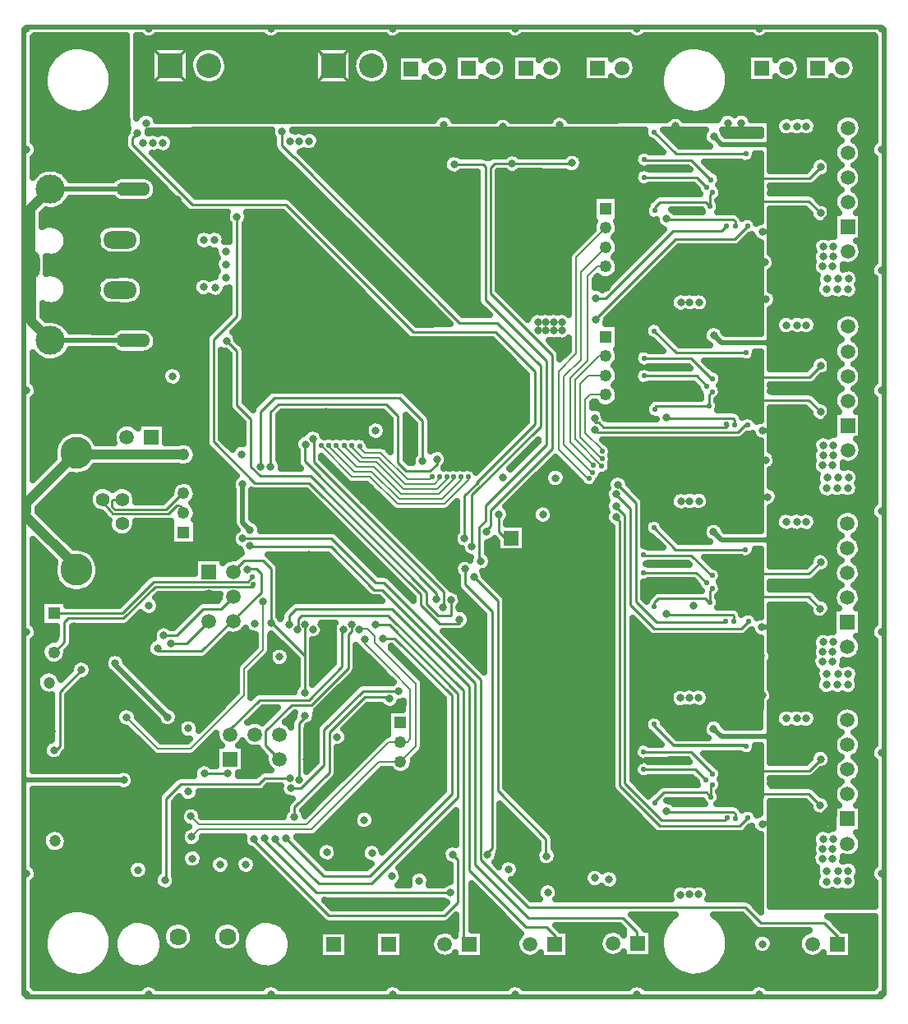
<source format=gbr>
G04 DipTrace Beta 2.3.5.2*
%INBottom.gbr*%
%MOIN*%
%ADD14C,0.04*%
%ADD15C,0.01*%
%ADD16C,0.02*%
%ADD17C,0.006*%
%ADD19C,0.012*%
%ADD22C,0.025*%
%ADD23C,0.013*%
%ADD31O,0.0709X0.1181*%
%ADD33O,0.1378X0.0551*%
%ADD35O,0.1378X0.0709*%
%ADD36C,0.1181*%
%ADD38C,0.0827*%
%ADD40C,0.0559*%
%ADD42C,0.1299*%
%ADD44R,0.0591X0.0591*%
%ADD45C,0.0591*%
%ADD46C,0.0591*%
%ADD47R,0.1X0.1*%
%ADD49C,0.1*%
%ADD50C,0.0705*%
%ADD62R,0.0492X0.0492*%
%ADD63C,0.0492*%
%ADD64C,0.0492*%
%ADD75C,0.0472*%
%ADD97C,0.032*%
%ADD99C,0.022*%
%FSLAX44Y44*%
G04*
G70*
G90*
G75*
G01*
%LNBottom*%
%LPD*%
X5460Y14260D2*
D15*
Y14280D1*
X5490D1*
Y14220D1*
X5700Y14430D1*
Y16630D1*
X6580Y17510D1*
X12515Y13315D2*
X11565D1*
X34440Y38830D2*
D16*
X32550D1*
X32230Y39150D1*
X34440Y38830D2*
X36180D1*
X36920Y38090D1*
Y35910D1*
X36300Y35290D1*
X34210D1*
X34200Y35280D1*
X34440Y30770D2*
X32550D1*
X32230Y31090D1*
X34440Y30770D2*
X36180D1*
X36910Y30040D1*
Y27840D1*
X36300Y27230D1*
X34210D1*
X34200Y27220D1*
X34427Y22789D2*
X32537D1*
X32217Y23109D1*
X34427Y22789D2*
X36167D1*
X36930Y22027D1*
Y19892D1*
X36287Y19249D1*
X34197D1*
X34187Y19239D1*
X34430Y14810D2*
X32540D1*
X32220Y15130D1*
X34430Y14810D2*
X36170D1*
X36930Y14050D1*
Y11910D1*
X36290Y11270D1*
X34200D1*
X34190Y11260D1*
X23500Y23810D2*
D15*
Y23130D1*
X23765Y22865D1*
X24015D1*
X20970Y20400D2*
X20980Y20390D1*
Y20630D1*
X15640Y25970D1*
Y26665D1*
X15665D1*
X4531Y33940D2*
D14*
X4510D1*
Y36203D1*
X5318Y37011D1*
D16*
X8664D1*
X4531Y33940D2*
D14*
Y31657D1*
X5318Y30869D1*
D16*
X8664D1*
X38970Y4350D2*
D15*
X39030D1*
X4350Y43530D2*
D16*
Y43600D1*
X39030D1*
Y43530D1*
X4350Y4350D2*
X4250D1*
Y13137D1*
Y23730D1*
Y43530D1*
X4350D1*
X39030Y4350D2*
Y4240D1*
X4350D1*
Y4350D1*
X39030Y43530D2*
X39130D1*
Y4350D1*
X39030D1*
X6371Y26310D2*
D14*
X4350Y24289D1*
Y23940D1*
X10715Y26250D2*
X6432D1*
X6371Y26310D1*
X8290Y13050D2*
D16*
X4337D1*
X4250Y13137D1*
X6371Y21570D2*
D17*
Y21709D1*
D14*
X4350Y23730D1*
D17*
X4250D1*
X7438Y24432D2*
D15*
X7530Y24220D1*
X7840Y23860D1*
X10120D1*
X10430Y24170D1*
X10520D1*
X10600Y24160D1*
X10650Y24110D1*
X10715Y23888D1*
X8226Y24432D2*
X7882D1*
X7820Y24370D1*
Y24120D1*
X7930Y24010D1*
X10010D1*
X10675Y24675D1*
X10715D1*
X28265Y23715D2*
Y23690D1*
X28415Y23540D1*
Y12815D1*
X30040Y11190D1*
X33280D1*
X33610Y11520D1*
X29803Y15305D2*
D19*
Y15252D1*
X30615Y14440D1*
X33500D1*
X33530Y14410D1*
X32165Y13290D2*
D15*
Y13325D1*
X31310Y14180D1*
X29399D1*
X29383Y14195D1*
Y13475D2*
X31480D1*
X31890Y13065D1*
X33100Y11500D2*
Y11670D1*
X33005Y11765D1*
X30335D1*
X30310Y11790D1*
X32110Y12360D2*
Y12785D1*
X32165Y12840D1*
X29823Y12115D2*
Y12173D1*
X30190Y12540D1*
X31930D1*
X32110Y12360D1*
X28265Y24165D2*
X28240D1*
X28615Y23790D1*
Y12915D1*
X30115Y11415D1*
X32675D1*
X32780Y11520D1*
X22310Y6390D2*
Y6310D1*
X22080D1*
Y16670D1*
X19020Y19730D1*
X15510D1*
X15360Y19580D1*
Y19160D1*
X15340Y19140D1*
X21250Y20065D2*
X21265D1*
Y20675D1*
X15990Y25950D1*
Y26915D1*
X15965Y26890D1*
X18790Y18770D2*
Y18800D1*
X19270D1*
X21590Y16480D1*
Y12480D1*
X18270Y9160D1*
X16400D1*
X14880Y10680D1*
X34110Y37450D2*
X36100D1*
X36570Y37920D1*
X34090Y36520D2*
X36080D1*
X36560Y36040D1*
X34110Y29390D2*
X36100D1*
X36570Y29860D1*
X34090Y28460D2*
X36080D1*
X36560Y27980D1*
X34097Y21409D2*
X36087D1*
X36557Y21879D1*
X34077Y20479D2*
X36067D1*
X36547Y19999D1*
X34100Y13430D2*
X36090D1*
X36560Y13900D1*
X34080Y12500D2*
X36070D1*
X36550Y12020D1*
X22415Y22515D2*
Y24605D1*
X25190Y27380D1*
Y29840D1*
X23439Y31591D1*
X21914D1*
X15190Y38315D1*
X15165D1*
X14690Y38790D1*
Y39330D1*
X14710Y39350D1*
X22115Y22840D2*
Y24575D1*
X22666Y25126D1*
X22616D1*
X24960Y27470D1*
Y29630D1*
X23370Y31220D1*
X20035D1*
X14865Y36390D1*
X11065D1*
X8650Y38805D1*
Y39080D1*
X8850Y39280D1*
X22770Y21915D2*
X22710D1*
Y23310D1*
X22965Y23565D1*
Y24175D1*
X25430Y26640D1*
Y30050D1*
X22965Y32515D1*
Y37915D1*
X22860Y38020D1*
X21690D1*
X15040Y13120D2*
Y13130D1*
X14020D1*
X13780Y12890D1*
X10610D1*
X10010Y12290D1*
Y9040D1*
X9960Y8990D1*
X12740Y19490D2*
Y19540D1*
X13860Y20660D1*
Y21420D1*
X13660Y21620D1*
X13340D1*
X13320Y21600D1*
X9660Y18390D2*
Y18280D1*
X11455D1*
X12703Y19528D1*
X12740Y19490D1*
X10210Y18600D2*
X10850D1*
X11740Y19490D1*
X19450Y16640D2*
X19440D1*
X19420Y16660D1*
X18000D1*
X16410Y15070D1*
Y13650D1*
X15480Y12720D1*
X15070D1*
X19080Y16350D2*
Y16300D1*
X19020D1*
Y16410D1*
X18060D1*
X16630Y14980D1*
Y13350D1*
X15215Y11935D1*
Y11540D1*
X5460Y19810D2*
X8230D1*
X9510Y21090D1*
X13330D1*
X13520Y21280D1*
X13540Y20970D2*
Y20900D1*
X9570D1*
X8280Y19610D1*
X6040D1*
X5880Y19450D1*
Y18652D1*
X5460Y18232D1*
X22260Y25340D2*
D17*
Y25220D1*
X21290Y24250D1*
X19390D1*
X18280Y25360D1*
X17540D1*
X16290Y26610D1*
X27160Y25280D2*
X27100D1*
X25930Y26450D1*
Y29630D1*
X26640Y30340D1*
Y34243D1*
X27840Y35443D1*
X21960Y25340D2*
Y25220D1*
X21190Y24450D1*
X19460D1*
X18350Y25560D1*
X17630D1*
X16610Y26580D1*
Y26620D1*
X27320Y25530D2*
X27280D1*
X26150Y26660D1*
Y29420D1*
X26830Y30100D1*
Y33645D1*
X27840Y34655D1*
X16920Y26610D2*
Y26570D1*
X17740Y25750D1*
X18430D1*
X19530Y24650D1*
X21080D1*
X21680Y25250D1*
Y25340D1*
X27330Y25820D2*
X26390Y26760D1*
Y29340D1*
X27100Y30050D1*
Y33470D1*
X27498Y33868D1*
X27840D1*
X17230Y26610D2*
Y26570D1*
X17860Y25940D1*
X18540D1*
X19640Y24840D1*
X20990D1*
X21400Y25250D1*
Y25340D1*
X27680Y25790D2*
Y25800D1*
X26590Y26890D1*
Y29270D1*
X27563Y30243D1*
X27840D1*
X17550Y26610D2*
Y26560D1*
X17980Y26130D1*
X18630D1*
X19710Y25050D1*
X20890D1*
X21110Y25270D1*
Y25340D1*
X27690Y26090D2*
X27660D1*
X26800Y26950D1*
Y29110D1*
X27145Y29455D1*
X27840D1*
X17860Y26600D2*
X17790D1*
X18060Y26330D1*
X18720D1*
X19810Y25240D1*
X20700D1*
X20790Y25330D1*
X20800D1*
X27690Y26390D2*
Y26440D1*
X27010Y27120D1*
Y28470D1*
X27208Y28668D1*
X27840D1*
X14440Y10640D2*
D15*
Y10590D1*
X16190Y8840D1*
X18330D1*
X21850Y12360D1*
Y16560D1*
X19060Y19350D1*
X18500D1*
X22990Y23115D2*
X22940D1*
X23165Y23340D1*
Y23975D1*
X25670Y26480D1*
Y30270D1*
X23165Y32775D1*
Y37890D1*
X23325Y38050D1*
X24050D1*
X26450D1*
X26470Y38070D1*
X15410Y13050D2*
X15390Y13070D1*
Y15340D1*
X15640Y15590D1*
Y15660D1*
Y16590D2*
Y18084D1*
Y19365D1*
X14265Y19415D2*
X14309D1*
X15640Y18084D1*
X12740Y21490D2*
Y21515D1*
X13165Y21940D1*
X13940D1*
X14265Y21615D1*
Y19415D1*
X9920Y18910D2*
X10435D1*
X11515Y19990D1*
X12240D1*
X12740Y20490D1*
X12605Y14895D2*
Y15105D1*
X13800Y16300D1*
X15790D1*
X17130Y17640D1*
Y19165D1*
X17215D1*
X14605Y13895D2*
X14040Y14460D1*
Y15040D1*
X15100Y16100D1*
X15900D1*
X17390Y17590D1*
Y18940D1*
X17540Y19090D1*
Y19365D1*
X13940Y20300D2*
D17*
Y18330D1*
X13160Y17550D1*
Y16480D1*
X11000Y14320D1*
X9670D1*
X8400Y15590D1*
X13580Y10660D2*
D15*
X13500D1*
X16620Y7540D1*
X21290D1*
X21840Y8090D1*
Y9820D1*
X21640Y10020D1*
X22140Y21601D2*
Y20990D1*
X23230Y19900D1*
Y10270D1*
X22980Y10020D1*
X23040D1*
X21920Y19560D2*
Y19400D1*
X21090D1*
X20350Y20140D1*
Y20570D1*
X15822Y25098D1*
X13612D1*
X11940Y26770D1*
Y30910D1*
X12880Y31850D1*
Y35890D1*
X13990Y10670D2*
X13910D1*
X16100Y8480D1*
X21550D1*
X25440Y9965D2*
X25415D1*
Y10665D1*
X23470Y12610D1*
Y20310D1*
X22490Y21290D1*
X21565Y20340D2*
Y19730D1*
X21050D1*
X20580Y20200D1*
Y20660D1*
X15870Y25370D1*
X13830D1*
X13450Y25750D1*
Y27670D1*
X12880Y28240D1*
Y30450D1*
X12465Y30865D1*
X17840Y19140D2*
D17*
X17870D1*
X17900Y19170D1*
X18180D1*
X18480Y18870D1*
Y18610D1*
X20150Y16940D1*
Y14425D1*
X19520Y13795D1*
X18655D1*
X15900Y11040D1*
X11350D1*
X11050Y10740D1*
X18060Y18760D2*
Y18600D1*
X19210Y17450D1*
X19200D1*
X19920Y16730D1*
Y14710D1*
X19810Y14600D1*
X19538D1*
X19520Y14583D1*
X19043D1*
X15720Y11260D1*
X11330D1*
X11020Y11570D1*
X7950Y17790D2*
D16*
Y17730D1*
X10081Y15599D1*
X13120Y25050D2*
Y23485D1*
X13415Y23190D1*
X27440Y31710D2*
D15*
X27470D1*
Y31790D1*
X30670Y34990D1*
X33060D1*
X33590Y35520D1*
X33530Y38440D2*
X30699D1*
X29813Y39325D1*
X13840Y25760D2*
Y28000D1*
X14390Y28550D1*
X19480D1*
X20415Y27615D1*
Y25985D1*
X32120Y37400D2*
X31320Y38200D1*
X29409D1*
X29393Y38215D1*
Y37495D2*
X31535D1*
X31940Y37090D1*
X33090Y35520D2*
Y35710D1*
X33015Y35785D1*
X30345D1*
X30320Y35810D1*
X32070Y36320D2*
X31890Y36500D1*
X30050D1*
X29833Y36283D1*
Y36135D1*
X32070Y36320D2*
Y36770D1*
X32180Y36880D1*
X27430Y32600D2*
X27850D1*
X30565Y35315D1*
X32535D1*
X32750Y35530D1*
X37230Y6390D2*
Y6220D1*
X37260D1*
Y6690D1*
X36700Y7250D1*
X34140D1*
X33500Y7890D1*
X24690D1*
X22760Y9820D1*
Y17130D1*
X18837Y21053D1*
X18517D1*
X16720Y22850D1*
X13130D1*
X13120Y22840D1*
X33610Y27440D2*
X33490D1*
X33210Y27160D1*
X27500D1*
X27410Y27250D1*
X33530Y30380D2*
X30699D1*
X29813Y31265D1*
X14250Y25760D2*
Y27975D1*
X14565Y28290D1*
X18940D1*
X19415Y27815D1*
Y25915D1*
X19740Y25590D1*
X20715D1*
X20990Y25865D1*
Y26060D1*
X32180Y29330D2*
X32130D1*
X31320Y30140D1*
X29409D1*
X29393Y30155D1*
X33080Y27450D2*
Y27660D1*
X33015Y27725D1*
X30345D1*
X30320Y27750D1*
X32030Y28210D2*
X29860D1*
X29833Y28183D1*
Y28075D1*
X32030Y28210D2*
Y28670D1*
X32160Y28800D1*
X27390Y27730D2*
Y27540D1*
X27560D1*
X27735Y27365D1*
X32715D1*
X32790Y27440D1*
X32780D1*
X32740Y27480D1*
X29140Y6420D2*
X29100D1*
Y6900D1*
X28540Y7460D1*
X24690D1*
X22530Y9620D1*
Y17000D1*
X18764Y20767D1*
X18444D1*
X16700Y22510D1*
X13445D1*
X13415Y22540D1*
X29393Y29435D2*
X31535D1*
X31940Y29030D1*
X28265Y24640D2*
X28240D1*
X28840Y24040D1*
Y20165D1*
X29815Y19190D1*
X33330D1*
X33630Y19490D1*
X33517Y22399D2*
X30686D1*
X29801Y23285D1*
X32160Y21340D2*
X32127D1*
X31307Y22159D1*
X29396D1*
X29381Y22175D1*
Y21455D2*
X31522D1*
X31927Y21049D1*
X33040Y19480D2*
Y19707D1*
X33002Y19745D1*
X30332D1*
X30307Y19769D1*
X32070Y20260D2*
Y20220D1*
X31880Y20410D1*
X29985D1*
X29821Y20246D1*
Y20095D1*
X32070Y20260D2*
Y20720D1*
X32160Y20810D1*
X28335Y25020D2*
X29065Y24290D1*
Y20290D1*
X29890Y19465D1*
X32665D1*
X32690Y19490D1*
X25770Y6390D2*
X25790D1*
Y6730D1*
X25450Y7070D1*
X24610D1*
X22290Y9390D1*
Y16860D1*
X19160Y19990D1*
X15280D1*
X15000Y19710D1*
Y19380D1*
X15015Y19365D1*
D97*
X6580Y17510D3*
X11565Y13315D3*
X10270Y29420D3*
X23900Y9420D3*
X27400Y9070D3*
X23900Y9420D3*
X20970Y20400D3*
X28265Y23715D3*
Y24165D3*
X21250Y20065D3*
X22770Y21915D3*
X9960Y8990D3*
X15640Y15660D3*
Y16590D3*
X13940Y20300D3*
X21640Y10020D3*
X22140Y21601D3*
X21920Y19560D3*
X12880Y35890D3*
X21550Y8480D3*
X22490Y21290D3*
X21565Y20340D3*
X12465Y30865D3*
X11050Y10740D3*
X11020Y11570D3*
X7950Y17790D3*
X10081Y15599D3*
X27440Y31710D3*
X20415Y25985D3*
X27430Y32600D3*
X27410Y27250D3*
X20990Y26060D3*
X27390Y27730D3*
X28265Y24640D3*
X28335Y25020D3*
X6310Y29760D3*
Y29220D3*
X13320Y21600D3*
X9660Y18390D3*
X34110Y37450D3*
Y36990D3*
X34090Y36520D3*
X33630Y37020D3*
Y37460D3*
X33620Y36550D3*
X33160D3*
X33170Y36990D3*
X33150Y37460D3*
D99*
X32750Y35530D3*
X33090Y35520D3*
X33590D3*
X32070Y36320D3*
X32180Y36880D3*
X31940Y37090D3*
X32120Y37400D3*
X33530Y38440D3*
D97*
X34440Y38830D3*
X32230Y39150D3*
X36570Y37920D3*
X36560Y36040D3*
X34200Y35280D3*
X32350Y32500D3*
Y32860D3*
X33120D3*
X32710Y32500D3*
Y32850D3*
X33120Y32500D3*
X33340Y39270D3*
X32790D3*
X33340Y39700D3*
X32790D3*
X35980Y39560D3*
X35610D3*
X35170D3*
X30670Y39570D3*
D99*
X29833Y36135D3*
X29393Y37495D3*
Y38215D3*
X29813Y39325D3*
D97*
X30320Y35810D3*
X13990Y10670D3*
X14880Y36820D3*
X15350Y36810D3*
X15840Y36790D3*
X17150Y35890D3*
X15870Y34130D3*
X16550Y34150D3*
X16540Y33090D3*
X13380Y33520D3*
X11550Y34950D3*
X11970D3*
X11530Y33040D3*
X12000Y33020D3*
X12440Y33420D3*
Y33950D3*
Y34470D3*
X14710Y39350D3*
X15040Y38960D3*
X15410Y38950D3*
X15800Y38960D3*
X9080Y38890D3*
X9480D3*
X9870D3*
X8850Y39280D3*
X16490Y29050D3*
Y27980D3*
X15660Y29100D3*
X13310Y28350D3*
X13580Y10660D3*
X14670Y31800D3*
X15070D3*
X15480Y31790D3*
X16810Y30940D3*
X22750Y38830D3*
X23660Y39540D3*
X21280Y39630D3*
X20950Y39190D3*
X25980Y39610D3*
X25640Y39170D3*
X21690Y38020D3*
X24050Y38050D3*
X37073Y34675D3*
X37063Y34285D3*
X37053Y33885D3*
X36673Y34675D3*
X36663Y34285D3*
X36653Y33885D3*
X36823Y33375D3*
X37693Y33385D3*
X37273D3*
X36803Y32945D3*
X37673Y32955D3*
X37253D3*
X35423Y32385D3*
X36153Y32395D3*
X35783D3*
X30893Y32415D3*
X31623Y32425D3*
X31253D3*
X37073Y26615D3*
X30133Y33895D3*
X37063Y26225D3*
X37053Y25825D3*
X36673Y26615D3*
X36663Y26225D3*
X36653Y25825D3*
X36823Y25315D3*
X37693Y25325D3*
X37273D3*
X34110Y29390D3*
Y28930D3*
X34090Y28460D3*
X33630Y28960D3*
Y29400D3*
X33620Y28490D3*
X33160D3*
X33170Y28930D3*
X33150Y29400D3*
D99*
X32740Y27480D3*
X33080Y27450D3*
X33610Y27440D3*
X32030Y28210D3*
X32160Y28800D3*
X31940Y29030D3*
X32180Y29330D3*
X33530Y30380D3*
D97*
X34440Y30770D3*
X32230Y31090D3*
X36570Y29860D3*
X36560Y27980D3*
X34200Y27220D3*
X32350Y24440D3*
Y24800D3*
X33120D3*
X32710Y24440D3*
Y24790D3*
X33120Y24440D3*
X33340Y31210D3*
X32790D3*
X33340Y31640D3*
X32790D3*
X35980Y31500D3*
X35610D3*
X35170D3*
X30670Y31510D3*
D99*
X29833Y28075D3*
X29393Y29435D3*
Y30155D3*
X29813Y31265D3*
D97*
X30320Y27750D3*
X36803Y24885D3*
X37673Y24895D3*
X37253D3*
X35423Y24325D3*
X36153Y24335D3*
X35783D3*
X30893Y24355D3*
X31623Y24365D3*
X31253D3*
X30133Y25835D3*
X37061Y18635D3*
X37051Y18245D3*
X37041Y17845D3*
X36661Y18635D3*
X36651Y18245D3*
X36641Y17845D3*
X36811Y17335D3*
X37681Y17345D3*
X37261D3*
X34097Y21409D3*
Y20949D3*
X34077Y20479D3*
X33617Y20979D3*
Y21419D3*
X33607Y20509D3*
X33147D3*
X33157Y20949D3*
X33137Y21419D3*
D99*
X32690Y19490D3*
X33040Y19480D3*
X33630Y19490D3*
X32070Y20260D3*
X32160Y20810D3*
X31927Y21049D3*
X32160Y21340D3*
X33517Y22399D3*
D97*
X34427Y22789D3*
X32217Y23109D3*
X36557Y21879D3*
X36547Y19999D3*
X34187Y19239D3*
X32337Y16459D3*
Y16819D3*
X33107D3*
X32697Y16459D3*
Y16809D3*
X33107Y16459D3*
X33327Y23229D3*
X32777D3*
X33327Y23659D3*
X32777D3*
X35967Y23519D3*
X35597D3*
X35157D3*
X30657Y23529D3*
D99*
X29821Y20095D3*
X29381Y21455D3*
Y22175D3*
X29801Y23285D3*
D97*
X30307Y19769D3*
X36791Y16905D3*
X37661Y16915D3*
X37241D3*
X35411Y16345D3*
X36141Y16355D3*
X35771D3*
X30881Y16375D3*
X31611Y16385D3*
X31241D3*
X30121Y17855D3*
X37063Y10655D3*
X37053Y10265D3*
X37043Y9865D3*
X36663Y10655D3*
X36653Y10265D3*
X36643Y9865D3*
X36813Y9355D3*
X37683Y9365D3*
X37263D3*
X34100Y13430D3*
Y12970D3*
X34080Y12500D3*
X33620Y13000D3*
Y13440D3*
X33610Y12530D3*
X33150D3*
X33160Y12970D3*
X33140Y13440D3*
D99*
X32780Y11520D3*
X33100Y11500D3*
X33610Y11520D3*
X32110Y12360D3*
X32165Y12840D3*
X31890Y13065D3*
X32165Y13290D3*
X33530Y14410D3*
D97*
X34430Y14810D3*
X32220Y15130D3*
X36560Y13900D3*
X36550Y12020D3*
X34190Y11260D3*
X32340Y8480D3*
Y8840D3*
X33110D3*
X32700Y8480D3*
Y8830D3*
X33110Y8480D3*
X33330Y15250D3*
X32780D3*
X33330Y15680D3*
X32780D3*
X35970Y15540D3*
X35600D3*
X35160D3*
X30660Y15550D3*
D99*
X29823Y12115D3*
X29383Y13475D3*
Y14195D3*
X29803Y15305D3*
D97*
X30310Y11790D3*
X36793Y8925D3*
X37663Y8935D3*
X37243D3*
X35413Y8365D3*
X36143Y8375D3*
X35773D3*
X30883Y8395D3*
X31613Y8405D3*
X31243D3*
X30123Y9875D3*
X26470Y38070D3*
X23565Y34190D3*
X24515D3*
Y33815D3*
X23565D3*
X24515Y34565D3*
X23565D3*
X25565Y37390D3*
X4350Y43530D3*
X23040Y10020D3*
X25440Y9965D3*
X14440Y10640D3*
X14880Y10680D3*
X15215Y11540D3*
X15070Y12720D3*
X15410Y13050D3*
X15040Y13120D3*
X13765Y12315D3*
X5360Y15030D3*
X5460Y14260D3*
X19450Y16640D3*
X19080Y16350D3*
X18790Y18770D3*
X18500Y19350D3*
X18060Y18760D3*
X17840Y19140D3*
X17540Y19365D3*
X17215Y19165D3*
X15640Y19365D3*
X16290D3*
X15965Y19165D3*
X15170Y17160D3*
X18270Y17200D3*
X11940Y17015D3*
X24540Y29415D3*
Y29015D3*
Y28540D3*
X23565Y29415D3*
Y29015D3*
Y28540D3*
X25440Y32240D3*
X25090Y31615D3*
X25415D3*
X25740D3*
X26065D3*
X25090Y31290D3*
X25415D3*
X25740D3*
X26065D3*
X14250Y25760D3*
X13840D3*
X18515Y27215D3*
X14190Y12315D3*
Y11840D3*
X22990Y23115D3*
X22115Y22840D3*
X22415Y22515D3*
X13790Y11815D3*
X14665Y26715D3*
X15665Y26665D3*
X15965Y26890D3*
X18160Y26770D3*
X20010Y27320D3*
X12965Y27190D3*
X13415Y22540D3*
X13120Y22840D3*
X15340Y19140D3*
X15015Y19365D3*
X9315Y20115D3*
X24715Y10010D3*
X18360Y10090D3*
X19165Y9150D3*
X34200Y6400D3*
X27980Y9020D3*
X25495Y8490D3*
X20280Y8960D3*
X15690Y13890D3*
X15600Y10720D3*
X14340Y8025D3*
X16865Y8000D3*
X23500Y23810D3*
X25290Y23815D3*
X23680Y25330D3*
X13615Y19390D3*
X14265Y19415D3*
X13065Y26265D3*
X25800Y25300D3*
X10210Y18600D3*
X9920Y18910D3*
X9580Y22650D3*
X6265Y19290D3*
X27040Y9990D3*
X11040Y7665D3*
X12215Y8015D3*
X13240Y8040D3*
X10915Y15140D3*
X14615Y18040D3*
X13515Y18690D3*
X13120Y25050D3*
X13415Y23190D3*
X12515Y13315D3*
X10615Y32490D3*
X10640Y31915D3*
Y31365D3*
X10040Y36590D3*
X10015Y35665D3*
X10465D3*
Y36590D3*
X9640D3*
X9615Y35665D3*
X4350Y4350D3*
X39030Y43530D3*
Y4350D3*
X8870Y9400D3*
X11070Y9860D3*
X12200Y9610D3*
X13240D3*
X16950Y14800D3*
X16530Y10120D3*
X18050Y11430D3*
X9000Y12320D3*
X10920Y12570D3*
X16900Y23340D3*
X15850Y24370D3*
X18010Y24400D3*
Y22190D3*
X15810Y22170D3*
X4350Y9240D3*
Y19040D3*
Y23940D3*
Y28840D3*
Y38630D3*
X39030D3*
Y33730D3*
Y28840D3*
X9300Y43530D3*
X39030Y23940D3*
Y19040D3*
Y14140D3*
Y9250D3*
X14260Y43530D3*
X19210D3*
X24170D3*
X29120D3*
X34070D3*
X9300Y4350D3*
X14260D3*
X19210D3*
X24170D3*
X29120D3*
X34070D3*
X24510Y10830D3*
X11620Y15810D3*
X14100Y15740D3*
X8800Y18110D3*
X19980Y17620D3*
X21580Y18860D3*
D99*
X20810Y25340D3*
D97*
X23180Y22650D3*
X26020Y23830D3*
X29640Y13010D3*
X31500Y12120D3*
X31240Y14970D3*
X29650Y21000D3*
X31230Y22840D3*
X34190Y16480D3*
X34150Y18070D3*
X31420Y20120D3*
X34400Y24530D3*
X34330Y26020D3*
X29640Y28960D3*
X31280Y30800D3*
X34290Y34040D3*
X34340Y32540D3*
X29660Y37070D3*
X31300Y38910D3*
X31450Y36150D3*
X9200Y39700D3*
X11400Y23740D3*
X12350Y22670D3*
X6310Y28550D3*
Y27980D3*
X8400Y15590D3*
X8290Y13050D3*
D99*
X16290Y26610D3*
X16610Y26620D3*
X16920Y26610D3*
X17230D3*
X17550D3*
X17860Y26600D3*
X13520Y21280D3*
X13540Y20970D3*
X21110Y25340D3*
X21400D3*
X21960D3*
X21680D3*
X22260D3*
X27690Y26390D3*
Y26090D3*
X27680Y25790D3*
X27330Y25820D3*
X27320Y25530D3*
X27160Y25280D3*
X8817Y43138D2*
D22*
X9111D1*
X9489D2*
X14072D1*
X14450D2*
X19021D1*
X19399D2*
X23982D1*
X24356D2*
X28931D1*
X29309D2*
X33880D1*
X34259D2*
X38740D1*
X8821Y42889D2*
X38740D1*
X8821Y42640D2*
X9392D1*
X10969D2*
X11267D1*
X12212D2*
X16001D1*
X17579D2*
X17876D1*
X18821D2*
X30744D1*
X32137D2*
X38740D1*
X8821Y42392D2*
X9392D1*
X10969D2*
X11047D1*
X12434D2*
X16001D1*
X17579D2*
X17658D1*
X19044D2*
X19365D1*
X20536D2*
X20677D1*
X21223D2*
X21673D1*
X22844D2*
X22950D1*
X23571D2*
X24005D1*
X25176D2*
X25279D1*
X25903D2*
X26916D1*
X28844D2*
X30419D1*
X32458D2*
X33584D1*
X34755D2*
X34841D1*
X35497D2*
X35845D1*
X37774D2*
X38740D1*
X8825Y42143D2*
X9392D1*
X12520D2*
X16001D1*
X19130D2*
X19365D1*
X21473D2*
X21673D1*
X23794D2*
X24005D1*
X26126D2*
X26916D1*
X29044D2*
X30232D1*
X32649D2*
X33584D1*
X35708D2*
X35843D1*
X37973D2*
X38740D1*
X8825Y41894D2*
X9392D1*
X12520D2*
X16001D1*
X19130D2*
X19365D1*
X21536D2*
X21673D1*
X23844D2*
X24005D1*
X26176D2*
X26916D1*
X29083D2*
X30115D1*
X32762D2*
X33584D1*
X35755D2*
X35847D1*
X38012D2*
X38740D1*
X8829Y41646D2*
X9392D1*
X10969D2*
X11047D1*
X12430D2*
X16001D1*
X17579D2*
X17658D1*
X19044D2*
X19365D1*
X21477D2*
X21673D1*
X23778D2*
X24005D1*
X26110D2*
X26916D1*
X29009D2*
X30056D1*
X32825D2*
X33584D1*
X35684D2*
X35845D1*
X37938D2*
X38740D1*
X8829Y41397D2*
X9392D1*
X10969D2*
X11271D1*
X12208D2*
X16001D1*
X17579D2*
X17880D1*
X18817D2*
X19365D1*
X20536D2*
X20658D1*
X21239D2*
X21673D1*
X22844D2*
X23012D1*
X23509D2*
X24005D1*
X25176D2*
X25341D1*
X25841D2*
X26916D1*
X28087D2*
X28302D1*
X28696D2*
X30041D1*
X32841D2*
X33584D1*
X34755D2*
X34947D1*
X35395D2*
X35845D1*
X37016D2*
X37232D1*
X37626D2*
X38740D1*
X8829Y41148D2*
X30072D1*
X32809D2*
X38740D1*
X8833Y40900D2*
X30150D1*
X32731D2*
X38740D1*
X8833Y40651D2*
X30287D1*
X32594D2*
X38740D1*
X8837Y40402D2*
X30513D1*
X32368D2*
X38740D1*
X8837Y40154D2*
X30927D1*
X31954D2*
X38740D1*
X9598Y39905D2*
X20931D1*
X21630D2*
X23416D1*
X23903D2*
X25650D1*
X26309D2*
X30384D1*
X30958D2*
X32392D1*
X33739D2*
X34896D1*
X36255D2*
X37255D1*
X38071D2*
X38740D1*
X34540Y39656D2*
X34732D1*
X36419D2*
X37103D1*
X38223D2*
X38740D1*
X34540Y39407D2*
X34748D1*
X36403D2*
X37084D1*
X38243D2*
X38740D1*
X34540Y39159D2*
X35005D1*
X35333D2*
X35446D1*
X36145D2*
X37189D1*
X38137D2*
X38740D1*
X34540Y38910D2*
X37263D1*
X38055D2*
X38685D1*
X34540Y38661D2*
X37103D1*
X38219D2*
X38580D1*
X34540Y38413D2*
X37080D1*
X38239D2*
X38638D1*
X34540Y38164D2*
X36197D1*
X36942D2*
X37181D1*
X38141D2*
X38740D1*
X34540Y37915D2*
X36095D1*
X37020D2*
X37271D1*
X38051D2*
X38740D1*
X36934Y37667D2*
X37103D1*
X38216D2*
X38740D1*
X36540Y37418D2*
X37080D1*
X38239D2*
X38740D1*
X36266Y37169D2*
X37177D1*
X38145D2*
X38740D1*
X34555Y36921D2*
X37275D1*
X38044D2*
X38740D1*
X36399Y36672D2*
X37107D1*
X38216D2*
X38740D1*
X36770Y36423D2*
X37080D1*
X38243D2*
X38740D1*
X34540Y36175D2*
X35955D1*
X36989D2*
X37173D1*
X38149D2*
X38740D1*
X34540Y35926D2*
X36126D1*
X36993D2*
X37075D1*
X38247D2*
X38740D1*
X34540Y35677D2*
X36314D1*
X36805D2*
X37076D1*
X38247D2*
X38740D1*
X34540Y35428D2*
X37076D1*
X38247D2*
X38740D1*
X34540Y35180D2*
X37076D1*
X38247D2*
X38740D1*
X34540Y34931D2*
X36310D1*
X38247D2*
X38740D1*
X34540Y34682D2*
X36224D1*
X38212D2*
X38740D1*
X34540Y34434D2*
X36240D1*
X38247D2*
X38740D1*
X34716Y34185D2*
X36224D1*
X38161D2*
X38740D1*
X34727Y33936D2*
X36209D1*
X37797D2*
X38634D1*
X34551Y33688D2*
X36251D1*
X38016D2*
X38584D1*
X34540Y33439D2*
X36376D1*
X38141D2*
X38697D1*
X34540Y33190D2*
X36416D1*
X38094D2*
X38740D1*
X34540Y32942D2*
X36353D1*
X38122D2*
X38740D1*
X34762Y32693D2*
X36435D1*
X38032D2*
X38740D1*
X34778Y32444D2*
X38740D1*
X34614Y32196D2*
X38740D1*
X34540Y31947D2*
X37412D1*
X37919D2*
X38740D1*
X34540Y31698D2*
X34771D1*
X36380D2*
X37142D1*
X38184D2*
X38740D1*
X34540Y31449D2*
X34724D1*
X36426D2*
X37080D1*
X38247D2*
X38740D1*
X34540Y31201D2*
X34845D1*
X36305D2*
X37130D1*
X38196D2*
X38740D1*
X34540Y30952D2*
X37357D1*
X37973D2*
X38740D1*
X34540Y30703D2*
X37146D1*
X38173D2*
X38740D1*
X34540Y30455D2*
X37076D1*
X38243D2*
X38740D1*
X34540Y30206D2*
X36298D1*
X36841D2*
X37123D1*
X38200D2*
X38740D1*
X34540Y29957D2*
X36130D1*
X37009D2*
X37334D1*
X37985D2*
X38740D1*
X34540Y29709D2*
X35947D1*
X36993D2*
X37150D1*
X38173D2*
X38740D1*
X36739Y29460D2*
X37076D1*
X38243D2*
X38740D1*
X36391Y29211D2*
X37119D1*
X38200D2*
X38740D1*
X34559Y28963D2*
X37326D1*
X37993D2*
X38599D1*
X36290Y28714D2*
X37154D1*
X38169D2*
X38599D1*
X36544Y28465D2*
X37076D1*
X38243D2*
X38740D1*
X36938Y28217D2*
X37119D1*
X38204D2*
X38740D1*
X34540Y27968D2*
X36103D1*
X38247D2*
X38740D1*
X34540Y27719D2*
X36201D1*
X36919D2*
X37076D1*
X38247D2*
X38740D1*
X34540Y27470D2*
X37076D1*
X38247D2*
X38740D1*
X34540Y27222D2*
X37076D1*
X38247D2*
X38740D1*
X34540Y26973D2*
X36419D1*
X38247D2*
X38740D1*
X34540Y26724D2*
X36236D1*
X38161D2*
X38740D1*
X34540Y26476D2*
X36248D1*
X38247D2*
X38740D1*
X34727Y26227D2*
X36212D1*
X38212D2*
X38740D1*
X34778Y25978D2*
X36232D1*
X38024D2*
X38740D1*
X34665Y25730D2*
X36216D1*
X37848D2*
X38740D1*
X34540Y25481D2*
X36380D1*
X38114D2*
X38740D1*
X34540Y25232D2*
X36380D1*
X38134D2*
X38740D1*
X34540Y24984D2*
X36365D1*
X38114D2*
X38740D1*
X34798Y24735D2*
X36380D1*
X38091D2*
X38740D1*
X34848Y24486D2*
X36634D1*
X36973D2*
X37116D1*
X37391D2*
X37533D1*
X37812D2*
X38740D1*
X34735Y24238D2*
X38701D1*
X34540Y23989D2*
X37459D1*
X37844D2*
X38584D1*
X34540Y23740D2*
X34771D1*
X36356D2*
X37142D1*
X38157D2*
X38630D1*
X34540Y23491D2*
X34709D1*
X36415D2*
X37068D1*
X38235D2*
X38740D1*
X34540Y23243D2*
X34810D1*
X36313D2*
X37107D1*
X38196D2*
X38740D1*
X34540Y22994D2*
X37306D1*
X37993D2*
X38740D1*
X34540Y22745D2*
X37146D1*
X38149D2*
X38740D1*
X34540Y22497D2*
X37064D1*
X38231D2*
X38740D1*
X34540Y22248D2*
X36322D1*
X36794D2*
X37099D1*
X38196D2*
X38740D1*
X34540Y21999D2*
X36126D1*
X36989D2*
X37291D1*
X38005D2*
X38740D1*
X34540Y21751D2*
X35959D1*
X36989D2*
X37150D1*
X38145D2*
X38740D1*
X36778Y21502D2*
X37064D1*
X38231D2*
X38740D1*
X36403Y21253D2*
X37099D1*
X38196D2*
X38740D1*
X34544Y21005D2*
X37283D1*
X38012D2*
X38740D1*
X36243Y20756D2*
X37154D1*
X38141D2*
X38740D1*
X36509Y20507D2*
X37064D1*
X38231D2*
X38740D1*
X36911Y20259D2*
X37095D1*
X38200D2*
X38740D1*
X34540Y20010D2*
X36068D1*
X36997D2*
X37275D1*
X38020D2*
X38740D1*
X34540Y19761D2*
X36169D1*
X36923D2*
X37064D1*
X38231D2*
X38740D1*
X34540Y19512D2*
X37064D1*
X38231D2*
X38740D1*
X34540Y19264D2*
X37064D1*
X38231D2*
X38642D1*
X34540Y19015D2*
X36447D1*
X38231D2*
X38580D1*
X34540Y18766D2*
X36232D1*
X38134D2*
X38681D1*
X34540Y18518D2*
X36228D1*
X38231D2*
X38740D1*
X34551Y18269D2*
X36201D1*
X38208D2*
X38740D1*
X34598Y18020D2*
X36228D1*
X38040D2*
X38740D1*
X34540Y17772D2*
X36197D1*
X37485D2*
X38740D1*
X34540Y17523D2*
X36337D1*
X38091D2*
X38740D1*
X34540Y17274D2*
X36365D1*
X38126D2*
X38740D1*
X34540Y17026D2*
X36357D1*
X38094D2*
X38740D1*
X34540Y16777D2*
X36361D1*
X38087D2*
X38740D1*
X34637Y16528D2*
X36568D1*
X37860D2*
X38740D1*
X34591Y16280D2*
X38740D1*
X34540Y16031D2*
X37556D1*
X37753D2*
X38740D1*
X34540Y15782D2*
X34787D1*
X36344D2*
X37158D1*
X38145D2*
X38740D1*
X34540Y15533D2*
X34709D1*
X36419D2*
X37072D1*
X38235D2*
X38740D1*
X34540Y15285D2*
X34794D1*
X36337D2*
X37103D1*
X38204D2*
X38740D1*
X34540Y15036D2*
X37283D1*
X38024D2*
X38740D1*
X34540Y14787D2*
X37162D1*
X38137D2*
X38740D1*
X34540Y14539D2*
X37068D1*
X38231D2*
X38740D1*
X34540Y14290D2*
X36365D1*
X36755D2*
X37095D1*
X38204D2*
X38607D1*
X34540Y14041D2*
X36134D1*
X36985D2*
X37263D1*
X38036D2*
X38591D1*
X34540Y13793D2*
X35982D1*
X36997D2*
X37166D1*
X38134D2*
X38740D1*
X36817Y13544D2*
X37072D1*
X38231D2*
X38740D1*
X36426Y13295D2*
X37091D1*
X38208D2*
X38740D1*
X34544Y13047D2*
X37259D1*
X38040D2*
X38740D1*
X36196Y12798D2*
X37169D1*
X38130D2*
X38740D1*
X36493Y12549D2*
X37072D1*
X38231D2*
X38740D1*
X36895Y12301D2*
X37091D1*
X38208D2*
X38740D1*
X34540Y12052D2*
X36048D1*
X37001D2*
X37251D1*
X38048D2*
X38740D1*
X34540Y11803D2*
X36162D1*
X36942D2*
X37067D1*
X38235D2*
X38740D1*
X34540Y11554D2*
X37064D1*
X38235D2*
X38740D1*
X34540Y11306D2*
X37064D1*
X38235D2*
X38740D1*
X34540Y11057D2*
X36501D1*
X38235D2*
X38740D1*
X34540Y10808D2*
X36244D1*
X38122D2*
X38740D1*
X34540Y10560D2*
X36224D1*
X38231D2*
X38740D1*
X34540Y10311D2*
X36205D1*
X38216D2*
X38740D1*
X34540Y10062D2*
X36244D1*
X38067D2*
X38740D1*
X34540Y9814D2*
X36197D1*
X37489D2*
X38740D1*
X34540Y9565D2*
X36318D1*
X38083D2*
X38720D1*
X34540Y9316D2*
X36365D1*
X38130D2*
X38584D1*
X34540Y9068D2*
X36369D1*
X38091D2*
X38623D1*
X34540Y8819D2*
X36357D1*
X38098D2*
X38740D1*
X34540Y8570D2*
X36537D1*
X37907D2*
X38740D1*
X34540Y8322D2*
X38740D1*
X34540Y8073D2*
X38740D1*
X37225Y36050D2*
X37315D1*
X37227Y36135D1*
X37159Y36239D1*
X37116Y36356D1*
X37100Y36480D1*
X37112Y36604D1*
X37150Y36723D1*
X37215Y36830D1*
X37301Y36920D1*
X37408Y36990D1*
X37317Y37048D1*
X37227Y37135D1*
X37159Y37239D1*
X37116Y37356D1*
X37100Y37480D1*
X37112Y37604D1*
X37150Y37723D1*
X37215Y37830D1*
X37301Y37920D1*
X37408Y37990D1*
X37317Y38048D1*
X37227Y38135D1*
X37159Y38239D1*
X37116Y38356D1*
X37100Y38480D1*
X37112Y38604D1*
X37150Y38723D1*
X37215Y38830D1*
X37301Y38920D1*
X37416Y38993D1*
X37320Y39053D1*
X37230Y39140D1*
X37162Y39245D1*
X37119Y39362D1*
X37103Y39485D1*
X37115Y39609D1*
X37154Y39728D1*
X37218Y39835D1*
X37304Y39925D1*
X37408Y39994D1*
X37525Y40038D1*
X37648Y40056D1*
X37772Y40045D1*
X37891Y40007D1*
X37999Y39944D1*
X38090Y39859D1*
X38160Y39755D1*
X38205Y39639D1*
X38224Y39495D1*
X38210Y39371D1*
X38169Y39254D1*
X38103Y39148D1*
X38015Y39059D1*
X37906Y38991D1*
X37996Y38939D1*
X38087Y38853D1*
X38156Y38750D1*
X38202Y38634D1*
X38220Y38490D1*
X38207Y38366D1*
X38166Y38248D1*
X38100Y38143D1*
X38012Y38054D1*
X37910Y37989D1*
X37996Y37939D1*
X38087Y37853D1*
X38156Y37750D1*
X38202Y37634D1*
X38220Y37490D1*
X38207Y37366D1*
X38166Y37248D1*
X38100Y37143D1*
X38012Y37054D1*
X37910Y36989D1*
X37996Y36939D1*
X38087Y36853D1*
X38156Y36750D1*
X38202Y36634D1*
X38220Y36490D1*
X38207Y36366D1*
X38166Y36248D1*
X38100Y36143D1*
X38008Y36052D1*
X38220Y36050D1*
Y34930D1*
X38006D1*
X38090Y34849D1*
X38160Y34745D1*
X38205Y34629D1*
X38224Y34485D1*
X38210Y34361D1*
X38169Y34244D1*
X38103Y34138D1*
X38015Y34049D1*
X37910Y33982D1*
X37792Y33940D1*
X37668Y33925D1*
X37544Y33938D1*
X37474Y33962D1*
X37478Y33885D1*
X37461Y33766D1*
X37691Y33810D1*
X37814Y33793D1*
X37927Y33741D1*
X38020Y33658D1*
X38085Y33551D1*
X38116Y33431D1*
X38118Y33385D1*
X38100Y33262D1*
X38049Y33153D1*
X38096Y33001D1*
X38098Y32955D1*
X38080Y32832D1*
X38027Y32720D1*
X37943Y32627D1*
X37837Y32563D1*
X37716Y32533D1*
X37591Y32538D1*
X37465Y32587D1*
X37417Y32563D1*
X37296Y32533D1*
X37171Y32538D1*
X37038Y32592D1*
X36967Y32553D1*
X36846Y32523D1*
X36721Y32528D1*
X36604Y32570D1*
X36504Y32644D1*
X36429Y32744D1*
X36387Y32861D1*
X36380Y32985D1*
X36410Y33106D1*
X36452Y33176D1*
X36407Y33291D1*
X36400Y33415D1*
X36427Y33525D1*
X36354Y33584D1*
X36279Y33684D1*
X36237Y33801D1*
X36230Y33925D1*
X36260Y34046D1*
X36286Y34090D1*
X36247Y34201D1*
X36240Y34325D1*
X36270Y34446D1*
X36292Y34483D1*
X36257Y34591D1*
X36250Y34715D1*
X36280Y34836D1*
X36343Y34943D1*
X36435Y35027D1*
X36548Y35081D1*
X36671Y35100D1*
X36794Y35083D1*
X36868Y35049D1*
X36948Y35081D1*
X37071Y35100D1*
X37098Y35097D1*
X37100Y36050D1*
X37225D1*
Y27990D2*
X37315D1*
X37227Y28075D1*
X37159Y28179D1*
X37116Y28296D1*
X37100Y28420D1*
X37112Y28544D1*
X37150Y28663D1*
X37215Y28770D1*
X37301Y28860D1*
X37408Y28930D1*
X37317Y28988D1*
X37227Y29075D1*
X37159Y29179D1*
X37116Y29296D1*
X37100Y29420D1*
X37112Y29544D1*
X37150Y29663D1*
X37215Y29770D1*
X37301Y29860D1*
X37408Y29930D1*
X37317Y29988D1*
X37227Y30075D1*
X37159Y30179D1*
X37116Y30296D1*
X37100Y30420D1*
X37112Y30544D1*
X37150Y30663D1*
X37215Y30770D1*
X37301Y30860D1*
X37416Y30933D1*
X37320Y30993D1*
X37230Y31080D1*
X37162Y31185D1*
X37119Y31302D1*
X37103Y31425D1*
X37115Y31549D1*
X37154Y31668D1*
X37218Y31775D1*
X37304Y31865D1*
X37408Y31934D1*
X37525Y31978D1*
X37648Y31996D1*
X37772Y31985D1*
X37891Y31947D1*
X37999Y31884D1*
X38090Y31799D1*
X38160Y31695D1*
X38205Y31579D1*
X38224Y31435D1*
X38210Y31311D1*
X38169Y31194D1*
X38103Y31088D1*
X38015Y30999D1*
X37906Y30931D1*
X37996Y30879D1*
X38087Y30793D1*
X38156Y30690D1*
X38202Y30574D1*
X38220Y30430D1*
X38207Y30306D1*
X38166Y30188D1*
X38100Y30083D1*
X38012Y29994D1*
X37910Y29929D1*
X37996Y29879D1*
X38087Y29793D1*
X38156Y29690D1*
X38202Y29574D1*
X38220Y29430D1*
X38207Y29306D1*
X38166Y29188D1*
X38100Y29083D1*
X38012Y28994D1*
X37910Y28929D1*
X37996Y28879D1*
X38087Y28793D1*
X38156Y28690D1*
X38202Y28574D1*
X38220Y28430D1*
X38207Y28306D1*
X38166Y28188D1*
X38100Y28083D1*
X38008Y27992D1*
X38220Y27990D1*
Y26870D1*
X38006D1*
X38090Y26789D1*
X38160Y26685D1*
X38205Y26569D1*
X38224Y26425D1*
X38210Y26301D1*
X38169Y26184D1*
X38103Y26078D1*
X38015Y25989D1*
X37910Y25922D1*
X37792Y25880D1*
X37668Y25865D1*
X37544Y25878D1*
X37474Y25902D1*
X37478Y25825D1*
X37461Y25706D1*
X37691Y25750D1*
X37814Y25733D1*
X37927Y25681D1*
X38020Y25598D1*
X38085Y25491D1*
X38116Y25371D1*
X38118Y25325D1*
X38100Y25202D1*
X38049Y25093D1*
X38096Y24941D1*
X38098Y24895D1*
X38080Y24772D1*
X38027Y24660D1*
X37943Y24567D1*
X37837Y24503D1*
X37716Y24473D1*
X37591Y24478D1*
X37465Y24527D1*
X37417Y24503D1*
X37296Y24473D1*
X37171Y24478D1*
X37038Y24532D1*
X36967Y24493D1*
X36846Y24463D1*
X36721Y24468D1*
X36604Y24510D1*
X36504Y24584D1*
X36429Y24684D1*
X36387Y24801D1*
X36380Y24925D1*
X36410Y25046D1*
X36452Y25116D1*
X36407Y25231D1*
X36400Y25355D1*
X36427Y25465D1*
X36354Y25524D1*
X36279Y25624D1*
X36237Y25741D1*
X36230Y25865D1*
X36260Y25986D1*
X36286Y26030D1*
X36247Y26141D1*
X36240Y26265D1*
X36270Y26386D1*
X36292Y26423D1*
X36257Y26531D1*
X36250Y26655D1*
X36280Y26776D1*
X36343Y26883D1*
X36435Y26967D1*
X36548Y27021D1*
X36671Y27040D1*
X36794Y27023D1*
X36868Y26989D1*
X36948Y27021D1*
X37071Y27040D1*
X37098Y27037D1*
X37100Y27990D1*
X37225D1*
X37212Y20010D2*
X37302D1*
X37214Y20094D1*
X37146Y20199D1*
X37103Y20316D1*
X37087Y20439D1*
X37099Y20564D1*
X37138Y20682D1*
X37202Y20789D1*
X37288Y20879D1*
X37396Y20950D1*
X37304Y21007D1*
X37214Y21094D1*
X37146Y21199D1*
X37103Y21316D1*
X37087Y21439D1*
X37099Y21564D1*
X37138Y21682D1*
X37202Y21789D1*
X37288Y21879D1*
X37396Y21950D1*
X37304Y22007D1*
X37214Y22094D1*
X37146Y22199D1*
X37103Y22316D1*
X37087Y22439D1*
X37099Y22564D1*
X37138Y22682D1*
X37202Y22789D1*
X37288Y22879D1*
X37403Y22952D1*
X37307Y23012D1*
X37218Y23099D1*
X37150Y23204D1*
X37107Y23321D1*
X37090Y23445D1*
X37102Y23569D1*
X37141Y23687D1*
X37205Y23794D1*
X37291Y23885D1*
X37395Y23953D1*
X37512Y23998D1*
X37635Y24015D1*
X37760Y24004D1*
X37879Y23967D1*
X37986Y23903D1*
X38077Y23818D1*
X38147Y23715D1*
X38192Y23598D1*
X38211Y23455D1*
X38197Y23331D1*
X38156Y23213D1*
X38090Y23107D1*
X38002Y23019D1*
X37893Y22950D1*
X37983Y22898D1*
X38074Y22813D1*
X38144Y22709D1*
X38189Y22593D1*
X38208Y22449D1*
X38194Y22325D1*
X38153Y22208D1*
X38087Y22102D1*
X37999Y22013D1*
X37897Y21948D1*
X37983Y21898D1*
X38074Y21813D1*
X38144Y21709D1*
X38189Y21593D1*
X38208Y21449D1*
X38194Y21325D1*
X38153Y21208D1*
X38087Y21102D1*
X37999Y21013D1*
X37897Y20948D1*
X37983Y20898D1*
X38074Y20813D1*
X38144Y20709D1*
X38189Y20593D1*
X38208Y20449D1*
X38194Y20325D1*
X38153Y20208D1*
X38087Y20102D1*
X37996Y20011D1*
X38208Y20010D1*
Y18889D1*
X37993D1*
X38077Y18808D1*
X38147Y18705D1*
X38192Y18588D1*
X38211Y18445D1*
X38197Y18321D1*
X38156Y18203D1*
X38090Y18097D1*
X38002Y18009D1*
X37897Y17942D1*
X37780Y17899D1*
X37656Y17884D1*
X37532Y17897D1*
X37461Y17921D1*
X37466Y17845D1*
X37448Y17725D1*
X37678Y17770D1*
X37801Y17752D1*
X37914Y17700D1*
X38007Y17617D1*
X38072Y17511D1*
X38103Y17390D1*
X38106Y17345D1*
X38087Y17222D1*
X38036Y17112D1*
X38083Y16960D1*
X38086Y16915D1*
X38067Y16792D1*
X38014Y16679D1*
X37931Y16587D1*
X37824Y16522D1*
X37703Y16492D1*
X37579Y16498D1*
X37452Y16546D1*
X37404Y16522D1*
X37283Y16492D1*
X37159Y16498D1*
X37026Y16551D1*
X36954Y16512D1*
X36833Y16482D1*
X36709Y16488D1*
X36591Y16529D1*
X36491Y16603D1*
X36417Y16703D1*
X36374Y16820D1*
X36367Y16945D1*
X36397Y17065D1*
X36439Y17136D1*
X36394Y17250D1*
X36387Y17375D1*
X36414Y17484D1*
X36341Y17543D1*
X36267Y17643D1*
X36224Y17760D1*
X36217Y17885D1*
X36247Y18005D1*
X36273Y18049D1*
X36234Y18160D1*
X36227Y18285D1*
X36257Y18405D1*
X36279Y18442D1*
X36244Y18550D1*
X36237Y18675D1*
X36267Y18795D1*
X36331Y18903D1*
X36423Y18987D1*
X36535Y19041D1*
X36658Y19060D1*
X36781Y19042D1*
X36855Y19008D1*
X36935Y19041D1*
X37058Y19060D1*
X37085Y19056D1*
X37087Y20010D1*
X37212D1*
X37215Y12030D2*
X37305D1*
X37217Y12115D1*
X37149Y12219D1*
X37106Y12336D1*
X37090Y12460D1*
X37102Y12584D1*
X37140Y12703D1*
X37205Y12810D1*
X37291Y12900D1*
X37398Y12970D1*
X37307Y13028D1*
X37217Y13115D1*
X37149Y13219D1*
X37106Y13336D1*
X37090Y13460D1*
X37102Y13584D1*
X37140Y13703D1*
X37205Y13810D1*
X37291Y13900D1*
X37398Y13970D1*
X37307Y14028D1*
X37217Y14115D1*
X37149Y14219D1*
X37106Y14336D1*
X37090Y14460D1*
X37102Y14584D1*
X37140Y14703D1*
X37205Y14810D1*
X37291Y14900D1*
X37406Y14973D1*
X37310Y15033D1*
X37220Y15120D1*
X37152Y15225D1*
X37109Y15342D1*
X37093Y15465D1*
X37105Y15589D1*
X37144Y15708D1*
X37208Y15815D1*
X37294Y15905D1*
X37398Y15974D1*
X37515Y16018D1*
X37638Y16036D1*
X37762Y16025D1*
X37881Y15987D1*
X37989Y15924D1*
X38080Y15839D1*
X38150Y15735D1*
X38195Y15619D1*
X38214Y15475D1*
X38200Y15351D1*
X38159Y15234D1*
X38093Y15128D1*
X38005Y15039D1*
X37896Y14971D1*
X37986Y14919D1*
X38077Y14833D1*
X38146Y14730D1*
X38192Y14614D1*
X38210Y14470D1*
X38197Y14346D1*
X38156Y14228D1*
X38090Y14123D1*
X38002Y14034D1*
X37900Y13969D1*
X37986Y13919D1*
X38077Y13833D1*
X38146Y13730D1*
X38192Y13614D1*
X38210Y13470D1*
X38197Y13346D1*
X38156Y13228D1*
X38090Y13123D1*
X38002Y13034D1*
X37900Y12969D1*
X37986Y12919D1*
X38077Y12833D1*
X38146Y12730D1*
X38192Y12614D1*
X38210Y12470D1*
X38197Y12346D1*
X38156Y12228D1*
X38090Y12123D1*
X37998Y12032D1*
X38210Y12030D1*
Y10910D1*
X37996D1*
X38080Y10829D1*
X38150Y10725D1*
X38195Y10609D1*
X38214Y10465D1*
X38200Y10341D1*
X38159Y10224D1*
X38093Y10118D1*
X38005Y10029D1*
X37900Y9962D1*
X37782Y9920D1*
X37658Y9905D1*
X37534Y9918D1*
X37464Y9942D1*
X37468Y9865D1*
X37451Y9746D1*
X37681Y9790D1*
X37804Y9773D1*
X37917Y9721D1*
X38010Y9638D1*
X38075Y9531D1*
X38106Y9411D1*
X38108Y9365D1*
X38090Y9242D1*
X38039Y9133D1*
X38086Y8981D1*
X38088Y8935D1*
X38070Y8812D1*
X38017Y8700D1*
X37933Y8607D1*
X37827Y8543D1*
X37706Y8513D1*
X37581Y8518D1*
X37455Y8567D1*
X37407Y8543D1*
X37286Y8513D1*
X37161Y8518D1*
X37028Y8572D1*
X36957Y8533D1*
X36836Y8503D1*
X36711Y8508D1*
X36594Y8550D1*
X36494Y8624D1*
X36419Y8724D1*
X36377Y8841D1*
X36370Y8965D1*
X36400Y9086D1*
X36442Y9156D1*
X36397Y9271D1*
X36390Y9395D1*
X36417Y9505D1*
X36344Y9564D1*
X36269Y9664D1*
X36227Y9781D1*
X36220Y9905D1*
X36250Y10026D1*
X36276Y10070D1*
X36237Y10181D1*
X36230Y10305D1*
X36260Y10426D1*
X36282Y10463D1*
X36247Y10571D1*
X36240Y10695D1*
X36270Y10816D1*
X36333Y10923D1*
X36425Y11007D1*
X36538Y11061D1*
X36661Y11080D1*
X36784Y11063D1*
X36858Y11029D1*
X36938Y11061D1*
X37061Y11080D1*
X37088Y11077D1*
X37090Y12030D1*
X37215D1*
X9440Y42785D2*
X10945D1*
Y41255D1*
X9415D1*
Y42785D1*
X9440D1*
X12495Y41896D2*
X12465Y41775D1*
X12415Y41660D1*
X12347Y41555D1*
X12264Y41462D1*
X12166Y41385D1*
X12057Y41324D1*
X11939Y41282D1*
X11817Y41259D1*
X11692Y41257D1*
X11568Y41275D1*
X11449Y41313D1*
X11338Y41369D1*
X11238Y41443D1*
X11150Y41533D1*
X11079Y41635D1*
X11025Y41748D1*
X10990Y41868D1*
X10976Y41992D1*
X10981Y42117D1*
X11007Y42239D1*
X11052Y42355D1*
X11116Y42463D1*
X11196Y42558D1*
X11291Y42639D1*
X11398Y42704D1*
X11514Y42751D1*
X11636Y42778D1*
X11760Y42785D1*
X11884Y42771D1*
X12005Y42738D1*
X12118Y42685D1*
X12221Y42615D1*
X12311Y42529D1*
X12387Y42429D1*
X12445Y42319D1*
X12484Y42200D1*
X12505Y42020D1*
X12495Y41896D1*
X16050Y42785D2*
X17555D1*
Y41255D1*
X16025D1*
Y42785D1*
X16050D1*
X19105Y41896D2*
X19075Y41775D1*
X19025Y41660D1*
X18957Y41555D1*
X18874Y41462D1*
X18776Y41385D1*
X18667Y41324D1*
X18549Y41282D1*
X18427Y41259D1*
X18302Y41257D1*
X18178Y41275D1*
X18059Y41313D1*
X17948Y41369D1*
X17848Y41443D1*
X17760Y41533D1*
X17689Y41635D1*
X17635Y41748D1*
X17600Y41868D1*
X17586Y41992D1*
X17591Y42117D1*
X17617Y42239D1*
X17662Y42355D1*
X17726Y42463D1*
X17806Y42558D1*
X17901Y42639D1*
X18008Y42704D1*
X18124Y42751D1*
X18246Y42778D1*
X18370Y42785D1*
X18494Y42771D1*
X18615Y42738D1*
X18728Y42685D1*
X18831Y42615D1*
X18921Y42529D1*
X18997Y42429D1*
X19055Y42319D1*
X19094Y42200D1*
X19115Y42020D1*
X19105Y41896D1*
X19515Y42450D2*
X20510D1*
Y42236D1*
X20591Y42320D1*
X20695Y42389D1*
X20811Y42433D1*
X20935Y42450D1*
X21059Y42440D1*
X21178Y42402D1*
X21286Y42339D1*
X21377Y42253D1*
X21446Y42150D1*
X21492Y42034D1*
X21510Y41890D1*
X21497Y41766D1*
X21456Y41648D1*
X21390Y41543D1*
X21302Y41454D1*
X21197Y41387D1*
X21079Y41345D1*
X20955Y41330D1*
X20831Y41343D1*
X20713Y41383D1*
X20607Y41448D1*
X20511Y41544D1*
X20510Y41330D1*
X19390D1*
Y42450D1*
X19515D1*
X24155Y42470D2*
X25150D1*
Y42256D1*
X25231Y42340D1*
X25335Y42409D1*
X25451Y42453D1*
X25575Y42470D1*
X25699Y42460D1*
X25818Y42422D1*
X25926Y42359D1*
X26017Y42273D1*
X26086Y42170D1*
X26132Y42054D1*
X26150Y41910D1*
X26137Y41786D1*
X26096Y41668D1*
X26030Y41563D1*
X25942Y41474D1*
X25837Y41407D1*
X25719Y41365D1*
X25595Y41350D1*
X25471Y41363D1*
X25353Y41403D1*
X25247Y41468D1*
X25151Y41564D1*
X25150Y41350D1*
X24030D1*
Y42470D1*
X24155D1*
X21825D2*
X22820D1*
Y42256D1*
X22901Y42340D1*
X23005Y42409D1*
X23121Y42453D1*
X23245Y42470D1*
X23369Y42460D1*
X23488Y42422D1*
X23596Y42359D1*
X23687Y42273D1*
X23756Y42170D1*
X23802Y42054D1*
X23820Y41910D1*
X23807Y41786D1*
X23766Y41668D1*
X23700Y41563D1*
X23612Y41474D1*
X23507Y41407D1*
X23389Y41365D1*
X23265Y41350D1*
X23141Y41363D1*
X23023Y41403D1*
X22917Y41468D1*
X22821Y41564D1*
X22820Y41350D1*
X21700D1*
Y42470D1*
X21825D1*
X35995Y42490D2*
X36990D1*
Y42276D1*
X37071Y42360D1*
X37175Y42429D1*
X37291Y42473D1*
X37415Y42490D1*
X37539Y42480D1*
X37658Y42442D1*
X37766Y42379D1*
X37857Y42293D1*
X37926Y42190D1*
X37972Y42074D1*
X37990Y41930D1*
X37977Y41806D1*
X37936Y41688D1*
X37870Y41583D1*
X37782Y41494D1*
X37677Y41427D1*
X37559Y41385D1*
X37435Y41370D1*
X37311Y41383D1*
X37193Y41423D1*
X37087Y41488D1*
X36991Y41584D1*
X36990Y41370D1*
X35870D1*
Y42490D1*
X35995D1*
X33735Y42480D2*
X34730D1*
Y42266D1*
X34811Y42350D1*
X34915Y42419D1*
X35031Y42463D1*
X35155Y42480D1*
X35279Y42470D1*
X35398Y42432D1*
X35506Y42369D1*
X35597Y42283D1*
X35666Y42180D1*
X35712Y42064D1*
X35730Y41920D1*
X35717Y41796D1*
X35676Y41678D1*
X35610Y41573D1*
X35522Y41484D1*
X35417Y41417D1*
X35299Y41375D1*
X35175Y41360D1*
X35051Y41373D1*
X34933Y41413D1*
X34827Y41478D1*
X34731Y41574D1*
X34730Y41360D1*
X33610D1*
Y42480D1*
X33735D1*
X27065Y42490D2*
X28060D1*
Y42276D1*
X28141Y42360D1*
X28245Y42429D1*
X28361Y42473D1*
X28485Y42490D1*
X28609Y42480D1*
X28728Y42442D1*
X28836Y42379D1*
X28927Y42293D1*
X28996Y42190D1*
X29042Y42074D1*
X29060Y41930D1*
X29047Y41806D1*
X29006Y41688D1*
X28940Y41583D1*
X28852Y41494D1*
X28747Y41427D1*
X28629Y41385D1*
X28505Y41370D1*
X28381Y41383D1*
X28263Y41423D1*
X28157Y41488D1*
X28061Y41584D1*
X28060Y41370D1*
X26940D1*
Y42490D1*
X27065D1*
X32811Y41315D2*
X32766Y41070D1*
X32677Y40836D1*
X32548Y40623D1*
X32382Y40436D1*
X32185Y40283D1*
X31964Y40167D1*
X31725Y40094D1*
X31477Y40064D1*
X31228Y40080D1*
X30986Y40141D1*
X30759Y40244D1*
X30554Y40387D1*
X30378Y40565D1*
X30237Y40771D1*
X30136Y40999D1*
X30078Y41242D1*
X30065Y41491D1*
X30097Y41739D1*
X30173Y41977D1*
X30291Y42197D1*
X30446Y42392D1*
X30634Y42556D1*
X30849Y42683D1*
X31084Y42769D1*
X31330Y42812D1*
X31579Y42809D1*
X31824Y42762D1*
X32057Y42671D1*
X32269Y42539D1*
X32454Y42371D1*
X32605Y42173D1*
X32718Y41950D1*
X32790Y41711D1*
X32816Y41463D1*
X32811Y41315D1*
X34517Y36867D2*
X34590Y36835D1*
X36080D1*
X36202Y36811D1*
X36303Y36743D1*
X36582Y36464D1*
X36681Y36448D1*
X36794Y36395D1*
X36887Y36312D1*
X36951Y36206D1*
X36983Y36085D1*
X36985Y36040D1*
X36967Y35917D1*
X36914Y35804D1*
X36830Y35712D1*
X36723Y35648D1*
X36603Y35617D1*
X36478Y35623D1*
X36361Y35665D1*
X36261Y35739D1*
X36186Y35838D1*
X36144Y35956D1*
X36141Y36014D1*
X35948Y36207D1*
X34514Y36205D1*
X34515Y34403D1*
X34617Y34312D1*
X34681Y34206D1*
X34713Y34085D1*
X34715Y34040D1*
X34697Y33917D1*
X34644Y33804D1*
X34560Y33712D1*
X34517Y33686D1*
X34515Y32926D1*
X34574Y32895D1*
X34667Y32812D1*
X34731Y32706D1*
X34763Y32585D1*
X34765Y32540D1*
X34747Y32417D1*
X34694Y32304D1*
X34610Y32212D1*
X34513Y32154D1*
X34515Y29708D1*
X35973Y29705D1*
X36145Y29881D1*
X36177Y30021D1*
X36240Y30128D1*
X36332Y30212D1*
X36444Y30266D1*
X36567Y30285D1*
X36691Y30268D1*
X36804Y30215D1*
X36897Y30132D1*
X36961Y30026D1*
X36993Y29905D1*
X36995Y29860D1*
X36977Y29737D1*
X36924Y29624D1*
X36840Y29532D1*
X36733Y29468D1*
X36593Y29438D1*
X36323Y29167D1*
X36220Y29099D1*
X36100Y29075D1*
X34518D1*
X34535Y28930D1*
X34515Y28803D1*
X34590Y28775D1*
X36080D1*
X36202Y28751D1*
X36303Y28683D1*
X36582Y28404D1*
X36681Y28388D1*
X36794Y28335D1*
X36887Y28252D1*
X36951Y28146D1*
X36983Y28025D1*
X36985Y27980D1*
X36967Y27857D1*
X36914Y27744D1*
X36830Y27652D1*
X36723Y27588D1*
X36603Y27557D1*
X36478Y27563D1*
X36361Y27605D1*
X36261Y27679D1*
X36186Y27778D1*
X36144Y27896D1*
X36141Y27954D1*
X35948Y28147D1*
X34514Y28145D1*
X34515Y26403D1*
X34564Y26375D1*
X34657Y26292D1*
X34721Y26186D1*
X34753Y26065D1*
X34755Y26020D1*
X34737Y25897D1*
X34684Y25784D1*
X34600Y25692D1*
X34517Y25642D1*
X34515Y24942D1*
X34634Y24885D1*
X34727Y24802D1*
X34791Y24696D1*
X34823Y24575D1*
X34825Y24530D1*
X34807Y24407D1*
X34754Y24294D1*
X34670Y24202D1*
X34563Y24138D1*
X34514Y24125D1*
X34515Y21723D1*
X35961Y21724D1*
X36133Y21900D1*
X36164Y22040D1*
X36227Y22147D1*
X36319Y22231D1*
X36432Y22285D1*
X36555Y22304D1*
X36678Y22287D1*
X36791Y22235D1*
X36884Y22152D1*
X36949Y22045D1*
X36980Y21925D1*
X36982Y21879D1*
X36964Y21756D1*
X36911Y21644D1*
X36827Y21551D1*
X36721Y21487D1*
X36580Y21458D1*
X36310Y21187D1*
X36207Y21118D1*
X36087Y21094D1*
X34513D1*
X34522Y20949D1*
X34515Y20793D1*
X36067Y20794D1*
X36189Y20770D1*
X36290Y20702D1*
X36569Y20423D1*
X36668Y20407D1*
X36781Y20355D1*
X36874Y20272D1*
X36939Y20165D1*
X36970Y20045D1*
X36972Y19999D1*
X36954Y19876D1*
X36901Y19764D1*
X36817Y19671D1*
X36711Y19607D1*
X36590Y19577D1*
X36466Y19582D1*
X36348Y19624D1*
X36248Y19698D1*
X36173Y19798D1*
X36131Y19915D1*
X36128Y19973D1*
X35935Y20166D1*
X34517Y20164D1*
X34515Y18286D1*
X34541Y18236D1*
X34573Y18115D1*
X34575Y18070D1*
X34557Y17947D1*
X34515Y17859D1*
X34517Y16752D1*
X34581Y16646D1*
X34613Y16525D1*
X34615Y16480D1*
X34597Y16357D1*
X34544Y16244D1*
X34515Y16213D1*
Y13747D1*
X35963Y13745D1*
X36135Y13921D1*
X36167Y14061D1*
X36230Y14168D1*
X36322Y14252D1*
X36434Y14306D1*
X36557Y14325D1*
X36681Y14308D1*
X36794Y14255D1*
X36887Y14172D1*
X36951Y14066D1*
X36983Y13945D1*
X36985Y13900D1*
X36967Y13777D1*
X36914Y13664D1*
X36830Y13572D1*
X36723Y13508D1*
X36583Y13478D1*
X36313Y13207D1*
X36210Y13139D1*
X36090Y13115D1*
X34516D1*
X34525Y12970D1*
X34515Y12905D1*
X34580Y12815D1*
X36070D1*
X36192Y12791D1*
X36293Y12723D1*
X36572Y12444D1*
X36671Y12428D1*
X36784Y12375D1*
X36877Y12292D1*
X36941Y12186D1*
X36973Y12065D1*
X36975Y12020D1*
X36957Y11897D1*
X36904Y11784D1*
X36820Y11692D1*
X36713Y11628D1*
X36593Y11597D1*
X36468Y11603D1*
X36351Y11645D1*
X36251Y11719D1*
X36176Y11818D1*
X36134Y11936D1*
X36131Y11994D1*
X35938Y12187D1*
X34512Y12185D1*
X34515Y11930D1*
Y7915D1*
X38769D1*
X38765Y8475D1*
Y8917D1*
X38656Y9048D1*
X38614Y9166D1*
X38607Y9290D1*
X38637Y9411D1*
X38700Y9518D1*
X38766Y9579D1*
X38765Y13807D1*
X38731Y13839D1*
X38656Y13938D1*
X38614Y14056D1*
X38607Y14180D1*
X38637Y14301D1*
X38700Y14408D1*
X38765Y14475D1*
Y18706D1*
X38656Y18838D1*
X38614Y18956D1*
X38607Y19080D1*
X38637Y19201D1*
X38700Y19308D1*
X38766Y19369D1*
X38765Y23612D1*
X38731Y23639D1*
X38656Y23738D1*
X38614Y23856D1*
X38607Y23980D1*
X38637Y24101D1*
X38700Y24208D1*
X38766Y24269D1*
X38765Y28510D1*
X38731Y28539D1*
X38656Y28638D1*
X38614Y28756D1*
X38607Y28880D1*
X38637Y29001D1*
X38700Y29108D1*
X38766Y29169D1*
X38765Y33401D1*
X38731Y33429D1*
X38656Y33528D1*
X38614Y33646D1*
X38607Y33770D1*
X38637Y33891D1*
X38700Y33998D1*
X38766Y34059D1*
X38765Y38299D1*
X38731Y38329D1*
X38656Y38428D1*
X38614Y38546D1*
X38607Y38670D1*
X38637Y38791D1*
X38700Y38898D1*
X38766Y38959D1*
X38765Y43198D1*
X38724Y43238D1*
X37655Y43235D1*
X34378D1*
X34340Y43202D1*
X34233Y43138D1*
X34113Y43107D1*
X33988Y43113D1*
X33871Y43155D1*
X33764Y43238D1*
X32280Y43235D1*
X29425D1*
X29390Y43202D1*
X29283Y43138D1*
X29163Y43107D1*
X29038Y43113D1*
X28921Y43155D1*
X28814Y43238D1*
X28030Y43235D1*
X24479D1*
X24333Y43138D1*
X24213Y43107D1*
X24088Y43113D1*
X23971Y43155D1*
X23864Y43238D1*
X22655Y43235D1*
X19518D1*
X19373Y43138D1*
X19253Y43107D1*
X19128Y43113D1*
X19011Y43155D1*
X18904Y43238D1*
X17405Y43235D1*
X14565D1*
X14530Y43202D1*
X14423Y43138D1*
X14303Y43107D1*
X14178Y43113D1*
X14061Y43155D1*
X13954Y43238D1*
X13030Y43235D1*
X9604D1*
X9570Y43202D1*
X9463Y43138D1*
X9343Y43107D1*
X9218Y43113D1*
X9101Y43155D1*
X8994Y43238D1*
X8792Y43235D1*
X8814Y39878D1*
X8870Y39968D1*
X8962Y40052D1*
X9074Y40106D1*
X9197Y40125D1*
X9321Y40108D1*
X9434Y40055D1*
X9527Y39972D1*
X9591Y39866D1*
X9612Y39787D1*
X10190Y39791D1*
X20889Y39797D1*
X20950Y39898D1*
X21042Y39982D1*
X21154Y40036D1*
X21277Y40055D1*
X21401Y40038D1*
X21514Y39985D1*
X21607Y39902D1*
X21669Y39799D1*
X23327D1*
X23422Y39892D1*
X23534Y39946D1*
X23657Y39965D1*
X23781Y39948D1*
X23894Y39895D1*
X23997Y39796D1*
X24690Y39799D1*
X25600Y39800D1*
X25650Y39878D1*
X25742Y39962D1*
X25854Y40016D1*
X25977Y40035D1*
X26101Y40018D1*
X26214Y39965D1*
X26307Y39882D1*
X26357Y39799D1*
X30311Y39803D1*
X30432Y39922D1*
X30544Y39976D1*
X30667Y39995D1*
X30791Y39978D1*
X30904Y39925D1*
X30997Y39842D1*
X31019Y39806D1*
X32190Y39804D1*
X32381D1*
X32397Y39861D1*
X32460Y39968D1*
X32552Y40052D1*
X32664Y40106D1*
X32787Y40125D1*
X32911Y40108D1*
X33024Y40055D1*
X33061Y40022D1*
X33102Y40052D1*
X33214Y40106D1*
X33337Y40125D1*
X33461Y40108D1*
X33574Y40055D1*
X33667Y39972D1*
X33731Y39866D1*
X33748Y39802D1*
X34390Y39805D1*
X34496Y39744D1*
X34515Y39680D1*
Y37762D1*
X35735Y37765D1*
X35973D1*
X36145Y37941D1*
X36177Y38081D1*
X36240Y38188D1*
X36332Y38272D1*
X36444Y38326D1*
X36567Y38345D1*
X36691Y38328D1*
X36804Y38275D1*
X36897Y38192D1*
X36961Y38086D1*
X36993Y37965D1*
X36995Y37920D1*
X36977Y37797D1*
X36924Y37684D1*
X36840Y37592D1*
X36733Y37528D1*
X36593Y37498D1*
X36323Y37227D1*
X36220Y37159D1*
X36100Y37135D1*
X34518D1*
X34535Y36990D1*
X34517Y36867D1*
X36387Y39437D2*
X36334Y39324D1*
X36250Y39232D1*
X36143Y39168D1*
X36023Y39137D1*
X35898Y39143D1*
X35799Y39178D1*
X35653Y39137D1*
X35528Y39143D1*
X35395Y39196D1*
X35333Y39168D1*
X35213Y39137D1*
X35088Y39143D1*
X34971Y39185D1*
X34871Y39259D1*
X34796Y39358D1*
X34754Y39476D1*
X34747Y39600D1*
X34777Y39721D1*
X34840Y39828D1*
X34932Y39912D1*
X35044Y39966D1*
X35167Y39985D1*
X35291Y39968D1*
X35386Y39923D1*
X35484Y39966D1*
X35607Y39985D1*
X35731Y39968D1*
X35791Y39940D1*
X35854Y39966D1*
X35977Y39985D1*
X36101Y39968D1*
X36214Y39915D1*
X36307Y39832D1*
X36371Y39726D1*
X36403Y39605D1*
X36405Y39560D1*
X36387Y39437D1*
Y31377D2*
X36334Y31264D1*
X36250Y31172D1*
X36143Y31108D1*
X36023Y31077D1*
X35898Y31083D1*
X35799Y31118D1*
X35653Y31077D1*
X35528Y31083D1*
X35395Y31136D1*
X35333Y31108D1*
X35213Y31077D1*
X35088Y31083D1*
X34971Y31125D1*
X34871Y31199D1*
X34796Y31298D1*
X34754Y31416D1*
X34747Y31540D1*
X34777Y31661D1*
X34840Y31768D1*
X34932Y31852D1*
X35044Y31906D1*
X35167Y31925D1*
X35291Y31908D1*
X35386Y31863D1*
X35484Y31906D1*
X35607Y31925D1*
X35731Y31908D1*
X35791Y31880D1*
X35854Y31906D1*
X35977Y31925D1*
X36101Y31908D1*
X36214Y31855D1*
X36307Y31772D1*
X36371Y31666D1*
X36403Y31545D1*
X36405Y31500D1*
X36387Y31377D1*
X36374Y23396D2*
X36321Y23284D1*
X36237Y23191D1*
X36131Y23127D1*
X36010Y23097D1*
X35886Y23102D1*
X35786Y23138D1*
X35640Y23097D1*
X35516Y23102D1*
X35382Y23156D1*
X35321Y23127D1*
X35200Y23097D1*
X35076Y23102D1*
X34958Y23144D1*
X34858Y23218D1*
X34783Y23318D1*
X34741Y23435D1*
X34734Y23559D1*
X34764Y23680D1*
X34827Y23787D1*
X34919Y23871D1*
X35032Y23925D1*
X35155Y23944D1*
X35278Y23927D1*
X35373Y23883D1*
X35472Y23925D1*
X35595Y23944D1*
X35718Y23927D1*
X35778Y23899D1*
X35842Y23925D1*
X35965Y23944D1*
X36088Y23927D1*
X36201Y23875D1*
X36294Y23792D1*
X36359Y23685D1*
X36390Y23565D1*
X36392Y23519D1*
X36374Y23396D1*
X36377Y15417D2*
X36324Y15304D1*
X36240Y15212D1*
X36133Y15148D1*
X36013Y15117D1*
X35888Y15123D1*
X35789Y15158D1*
X35643Y15117D1*
X35518Y15123D1*
X35385Y15176D1*
X35323Y15148D1*
X35203Y15117D1*
X35078Y15123D1*
X34961Y15165D1*
X34861Y15239D1*
X34786Y15338D1*
X34744Y15456D1*
X34737Y15580D1*
X34767Y15701D1*
X34830Y15808D1*
X34922Y15892D1*
X35034Y15946D1*
X35157Y15965D1*
X35281Y15948D1*
X35376Y15903D1*
X35474Y15946D1*
X35597Y15965D1*
X35721Y15948D1*
X35781Y15920D1*
X35844Y15946D1*
X35967Y15965D1*
X36091Y15948D1*
X36204Y15895D1*
X36297Y15812D1*
X36361Y15706D1*
X36393Y15585D1*
X36395Y15540D1*
X36377Y15417D1*
X9416Y42785D2*
D23*
X10945Y41256D1*
Y42785D2*
X9416Y41256D1*
X16026Y42785D2*
X17555Y41256D1*
Y42785D2*
X16026Y41256D1*
X4641Y43058D2*
D22*
X8380D1*
X4641Y42809D2*
X6275D1*
X6606D2*
X8380D1*
X4641Y42560D2*
X5615D1*
X7266D2*
X8380D1*
X4641Y42312D2*
X5349D1*
X7532D2*
X8384D1*
X4641Y42063D2*
X5189D1*
X7692D2*
X8384D1*
X4641Y41814D2*
X5091D1*
X7790D2*
X8388D1*
X4641Y41566D2*
X5044D1*
X7836D2*
X8388D1*
X4641Y41317D2*
X5044D1*
X7836D2*
X8388D1*
X4641Y41068D2*
X5091D1*
X7790D2*
X8392D1*
X4641Y40820D2*
X5185D1*
X7692D2*
X8392D1*
X4641Y40571D2*
X5349D1*
X7532D2*
X8396D1*
X4641Y40322D2*
X5611D1*
X7266D2*
X8396D1*
X4641Y40074D2*
X6251D1*
X6626D2*
X8396D1*
X4641Y39825D2*
X8400D1*
X4641Y39576D2*
X8415D1*
X4641Y39327D2*
X8404D1*
X9297D2*
X14259D1*
X16040D2*
X29415D1*
X30282D2*
X31818D1*
X32641D2*
X34099D1*
X4641Y39079D2*
X8310D1*
X10274D2*
X14349D1*
X16235D2*
X29505D1*
X30532D2*
X31786D1*
X4751Y38830D2*
X8310D1*
X10317D2*
X14349D1*
X16231D2*
X29837D1*
X30778D2*
X31927D1*
X4797Y38581D2*
X8404D1*
X10188D2*
X14431D1*
X16016D2*
X29286D1*
X29501D2*
X30087D1*
X4680Y38333D2*
X8654D1*
X9594D2*
X14677D1*
X15641D2*
X21376D1*
X22922D2*
X23161D1*
X26829D2*
X29013D1*
X33915D2*
X34099D1*
X4641Y38084D2*
X8900D1*
X9840D2*
X14927D1*
X15891D2*
X21244D1*
X26919D2*
X29017D1*
X31907D2*
X33388D1*
X33672D2*
X34099D1*
X4641Y37835D2*
X5064D1*
X5571D2*
X9150D1*
X10090D2*
X15201D1*
X16141D2*
X21283D1*
X26848D2*
X29208D1*
X29575D2*
X31216D1*
X32157D2*
X34099D1*
X5977Y37587D2*
X9400D1*
X10340D2*
X15447D1*
X16387D2*
X22626D1*
X23504D2*
X29005D1*
X32469D2*
X34099D1*
X9532Y37338D2*
X9648D1*
X10586D2*
X15697D1*
X16637D2*
X22626D1*
X23504D2*
X29029D1*
X32516D2*
X34099D1*
X9637Y37089D2*
X9896D1*
X10836D2*
X15947D1*
X16887D2*
X22626D1*
X23504D2*
X31470D1*
X32516D2*
X34099D1*
X9614Y36841D2*
X10146D1*
X11086D2*
X16193D1*
X17133D2*
X22626D1*
X23504D2*
X31634D1*
X32579D2*
X34099D1*
X6090Y36592D2*
X7884D1*
X9446D2*
X10392D1*
X15133D2*
X16443D1*
X17383D2*
X22626D1*
X23504D2*
X27306D1*
X28376D2*
X29673D1*
X32446D2*
X34099D1*
X5876Y36343D2*
X10642D1*
X15383D2*
X16693D1*
X17633D2*
X22626D1*
X23504D2*
X27306D1*
X28376D2*
X29497D1*
X32469D2*
X34099D1*
X5083Y36095D2*
X10931D1*
X15629D2*
X16939D1*
X17879D2*
X22626D1*
X23504D2*
X27306D1*
X28376D2*
X29435D1*
X33098D2*
X34099D1*
X5001Y35846D2*
X12431D1*
X13329D2*
X14939D1*
X15879D2*
X17189D1*
X18129D2*
X22626D1*
X23504D2*
X27306D1*
X28376D2*
X29572D1*
X33801D2*
X34099D1*
X5001Y35597D2*
X12540D1*
X13219D2*
X15189D1*
X16129D2*
X17439D1*
X18379D2*
X22626D1*
X23504D2*
X27329D1*
X28352D2*
X29927D1*
X5844Y35348D2*
X7286D1*
X8977D2*
X11376D1*
X12141D2*
X12540D1*
X13219D2*
X15435D1*
X16376D2*
X17685D1*
X18626D2*
X22626D1*
X23504D2*
X27302D1*
X28368D2*
X30126D1*
X5977Y35100D2*
X7169D1*
X9098D2*
X11126D1*
X12391D2*
X12540D1*
X13219D2*
X15685D1*
X16626D2*
X17935D1*
X18876D2*
X22626D1*
X23504D2*
X27056D1*
X28243D2*
X29880D1*
X33641D2*
X33790D1*
X5997Y34851D2*
X7165D1*
X9102D2*
X11111D1*
X13219D2*
X15935D1*
X16876D2*
X18185D1*
X19126D2*
X22626D1*
X23504D2*
X26806D1*
X28336D2*
X29630D1*
X33391D2*
X34099D1*
X5915Y34602D2*
X7271D1*
X8997D2*
X11283D1*
X13219D2*
X16181D1*
X17122D2*
X18431D1*
X19372D2*
X22626D1*
X23504D2*
X26556D1*
X28372D2*
X29380D1*
X30754D2*
X34099D1*
X5669Y34354D2*
X7665D1*
X8598D2*
X12005D1*
X13219D2*
X16431D1*
X17372D2*
X18681D1*
X19622D2*
X22626D1*
X23504D2*
X26341D1*
X28278D2*
X29134D1*
X30504D2*
X34099D1*
X5176Y34105D2*
X12021D1*
X13219D2*
X16681D1*
X17622D2*
X18931D1*
X19872D2*
X22626D1*
X23504D2*
X26322D1*
X28317D2*
X28884D1*
X30254D2*
X34099D1*
X5176Y33856D2*
X12001D1*
X13219D2*
X16927D1*
X17868D2*
X19177D1*
X20118D2*
X22626D1*
X23504D2*
X26322D1*
X28376D2*
X28634D1*
X30008D2*
X34099D1*
X5431Y33608D2*
X12033D1*
X13219D2*
X17177D1*
X18118D2*
X19427D1*
X20368D2*
X22626D1*
X23504D2*
X26322D1*
X28305D2*
X28385D1*
X29758D2*
X34099D1*
X5864Y33359D2*
X7341D1*
X8926D2*
X11224D1*
X13219D2*
X17427D1*
X18368D2*
X19677D1*
X20618D2*
X22626D1*
X23504D2*
X26322D1*
X27430D2*
X27771D1*
X27910D2*
X28138D1*
X29508D2*
X34099D1*
X5981Y33110D2*
X7185D1*
X9083D2*
X11087D1*
X13219D2*
X17673D1*
X18614D2*
X19923D1*
X20864D2*
X22626D1*
X23504D2*
X26322D1*
X27419D2*
X27888D1*
X29262D2*
X34099D1*
X5993Y32862D2*
X7158D1*
X9110D2*
X11119D1*
X12419D2*
X12542D1*
X13219D2*
X17923D1*
X18864D2*
X20173D1*
X21114D2*
X22626D1*
X23547D2*
X26322D1*
X29012D2*
X34099D1*
X5903Y32613D2*
X7232D1*
X9032D2*
X11853D1*
X12145D2*
X12540D1*
X13219D2*
X18173D1*
X19114D2*
X20423D1*
X21364D2*
X22626D1*
X23797D2*
X26322D1*
X28762D2*
X30494D1*
X32028D2*
X34099D1*
X5629Y32364D2*
X7494D1*
X8774D2*
X12540D1*
X13219D2*
X18419D1*
X19360D2*
X20669D1*
X21610D2*
X22665D1*
X24047D2*
X26322D1*
X28516D2*
X30447D1*
X32067D2*
X34099D1*
X5020Y32116D2*
X12540D1*
X13219D2*
X18669D1*
X19610D2*
X20919D1*
X21860D2*
X22896D1*
X24294D2*
X26322D1*
X28266D2*
X30568D1*
X31938D2*
X34099D1*
X5020Y31867D2*
X12427D1*
X13219D2*
X18919D1*
X19860D2*
X21169D1*
X24544D2*
X24724D1*
X28016D2*
X34099D1*
X5754Y31618D2*
X12177D1*
X13118D2*
X19165D1*
X20106D2*
X21415D1*
X27879D2*
X29661D1*
X29965D2*
X34099D1*
X6036Y31369D2*
X8021D1*
X9309D2*
X11931D1*
X12872D2*
X19415D1*
X28376D2*
X29427D1*
X30200D2*
X31884D1*
X32575D2*
X34099D1*
X9583Y31121D2*
X11681D1*
X12829D2*
X19665D1*
X28376D2*
X29443D1*
X30430D2*
X31783D1*
X9645Y30872D2*
X11599D1*
X12930D2*
X23247D1*
X25540D2*
X25637D1*
X25843D2*
X25966D1*
X26163D2*
X26322D1*
X28376D2*
X29736D1*
X30676D2*
X31841D1*
X9583Y30623D2*
X11599D1*
X13169D2*
X23497D1*
X25786D2*
X26322D1*
X28376D2*
X29986D1*
X6040Y30375D2*
X8009D1*
X9321D2*
X11599D1*
X12282D2*
X12486D1*
X13219D2*
X23744D1*
X25993D2*
X26232D1*
X28360D2*
X29064D1*
X33930D2*
X34099D1*
X4641Y30126D2*
X4869D1*
X5766D2*
X11599D1*
X12282D2*
X12540D1*
X13219D2*
X23994D1*
X28364D2*
X28994D1*
X33833D2*
X34099D1*
X4641Y29877D2*
X11599D1*
X12282D2*
X12540D1*
X13219D2*
X24244D1*
X28223D2*
X29119D1*
X32051D2*
X34099D1*
X4641Y29629D2*
X9876D1*
X10665D2*
X11599D1*
X12282D2*
X12540D1*
X13219D2*
X24490D1*
X28344D2*
X29048D1*
X32430D2*
X34099D1*
X4641Y29380D2*
X9822D1*
X10719D2*
X11599D1*
X12282D2*
X12540D1*
X13219D2*
X24619D1*
X28372D2*
X28997D1*
X32575D2*
X34099D1*
X4684Y29131D2*
X9935D1*
X10606D2*
X11599D1*
X12282D2*
X12540D1*
X13219D2*
X24619D1*
X28258D2*
X29150D1*
X32524D2*
X34099D1*
X4797Y28883D2*
X11599D1*
X12282D2*
X12540D1*
X13219D2*
X24619D1*
X28329D2*
X31572D1*
X32551D2*
X34099D1*
X4747Y28634D2*
X11599D1*
X12282D2*
X12540D1*
X13219D2*
X14005D1*
X19868D2*
X24619D1*
X28376D2*
X31689D1*
X32520D2*
X34099D1*
X4641Y28385D2*
X11599D1*
X12282D2*
X12540D1*
X13219D2*
X13755D1*
X20114D2*
X24619D1*
X28290D2*
X29568D1*
X32387D2*
X34099D1*
X4641Y28137D2*
X11599D1*
X12282D2*
X12556D1*
X13454D2*
X13530D1*
X20364D2*
X24619D1*
X27540D2*
X29439D1*
X32422D2*
X34099D1*
X4641Y27888D2*
X11599D1*
X12282D2*
X12763D1*
X14633D2*
X18872D1*
X20614D2*
X24619D1*
X27809D2*
X29486D1*
X33321D2*
X34099D1*
X4641Y27639D2*
X11599D1*
X12282D2*
X13009D1*
X14590D2*
X19076D1*
X19754D2*
X19922D1*
X20754D2*
X24619D1*
X33954D2*
X34099D1*
X4641Y27390D2*
X8036D1*
X10004D2*
X11599D1*
X12282D2*
X13111D1*
X14590D2*
X18103D1*
X18926D2*
X19076D1*
X19754D2*
X20076D1*
X20754D2*
X24411D1*
X4641Y27142D2*
X5966D1*
X6778D2*
X7865D1*
X10004D2*
X11599D1*
X12282D2*
X13111D1*
X14590D2*
X15599D1*
X16333D2*
X18072D1*
X18958D2*
X19076D1*
X19754D2*
X20076D1*
X20754D2*
X24161D1*
X4641Y26893D2*
X5642D1*
X7102D2*
X7837D1*
X10004D2*
X11599D1*
X12286D2*
X13111D1*
X14590D2*
X15283D1*
X18118D2*
X18217D1*
X18817D2*
X19076D1*
X19754D2*
X20076D1*
X20754D2*
X23911D1*
X33403D2*
X33904D1*
X4641Y26644D2*
X5494D1*
X11063D2*
X11626D1*
X12536D2*
X12849D1*
X14590D2*
X15216D1*
X18258D2*
X19076D1*
X19754D2*
X20076D1*
X20754D2*
X23665D1*
X27989D2*
X34099D1*
X4641Y26396D2*
X5435D1*
X11231D2*
X11845D1*
X14590D2*
X15302D1*
X19754D2*
X20076D1*
X21274D2*
X23415D1*
X28090D2*
X34099D1*
X4641Y26147D2*
X5447D1*
X11239D2*
X12091D1*
X14590D2*
X15302D1*
X19754D2*
X19997D1*
X21430D2*
X23165D1*
X28086D2*
X34099D1*
X4641Y25898D2*
X5279D1*
X11110D2*
X12341D1*
X14676D2*
X15310D1*
X21407D2*
X22919D1*
X25559D2*
X26040D1*
X28063D2*
X34099D1*
X4641Y25650D2*
X5029D1*
X7028D2*
X12591D1*
X22497D2*
X22672D1*
X25309D2*
X25533D1*
X26067D2*
X26290D1*
X28051D2*
X34099D1*
X4641Y25401D2*
X4777D1*
X6145D2*
X6252D1*
X6493D2*
X12837D1*
X25063D2*
X25361D1*
X26239D2*
X26536D1*
X27696D2*
X28122D1*
X28547D2*
X34099D1*
X5895Y25152D2*
X10509D1*
X10922D2*
X12681D1*
X24813D2*
X25376D1*
X26223D2*
X26783D1*
X27536D2*
X27908D1*
X28762D2*
X34099D1*
X5645Y24904D2*
X7142D1*
X7735D2*
X7927D1*
X8524D2*
X10232D1*
X11196D2*
X12697D1*
X17508D2*
X18294D1*
X24563D2*
X25622D1*
X25977D2*
X27900D1*
X28922D2*
X34099D1*
X5399Y24655D2*
X6915D1*
X8747D2*
X10181D1*
X11251D2*
X12732D1*
X13508D2*
X15794D1*
X17754D2*
X18544D1*
X24317D2*
X27814D1*
X29172D2*
X30568D1*
X31958D2*
X34099D1*
X5149Y24406D2*
X6869D1*
X8794D2*
X9935D1*
X11176D2*
X12732D1*
X13508D2*
X16044D1*
X18004D2*
X18790D1*
X24067D2*
X27884D1*
X29383D2*
X30447D1*
X32071D2*
X34099D1*
X4903Y24158D2*
X6943D1*
X11172D2*
X12732D1*
X13508D2*
X16294D1*
X18254D2*
X19040D1*
X21641D2*
X21777D1*
X23817D2*
X25013D1*
X25567D2*
X27814D1*
X29407D2*
X30494D1*
X32020D2*
X34099D1*
X4852Y23909D2*
X7263D1*
X11251D2*
X12732D1*
X13508D2*
X16540D1*
X18501D2*
X21775D1*
X23938D2*
X24849D1*
X25731D2*
X27861D1*
X29407D2*
X34099D1*
X5102Y23660D2*
X7572D1*
X11196D2*
X12732D1*
X13508D2*
X16790D1*
X18751D2*
X21775D1*
X23922D2*
X24869D1*
X25711D2*
X27818D1*
X29407D2*
X34099D1*
X5352Y23411D2*
X7658D1*
X8794D2*
X10181D1*
X11251D2*
X12740D1*
X13801D2*
X17040D1*
X19001D2*
X21775D1*
X24602D2*
X25134D1*
X25446D2*
X27943D1*
X30180D2*
X31892D1*
X32540D2*
X34099D1*
X5598Y23163D2*
X7736D1*
X8715D2*
X10181D1*
X11251D2*
X12818D1*
X16782D2*
X17286D1*
X19247D2*
X21775D1*
X24602D2*
X28076D1*
X30391D2*
X31771D1*
X32704D2*
X34099D1*
X5848Y22914D2*
X8095D1*
X8356D2*
X10181D1*
X11251D2*
X12677D1*
X17126D2*
X17536D1*
X19497D2*
X21673D1*
X24602D2*
X28076D1*
X29407D2*
X29701D1*
X30641D2*
X31814D1*
X4641Y22665D2*
X4732D1*
X6098D2*
X10181D1*
X11251D2*
X12708D1*
X17376D2*
X17786D1*
X19747D2*
X21704D1*
X23051D2*
X23431D1*
X24602D2*
X28076D1*
X29407D2*
X29951D1*
X4641Y22417D2*
X4982D1*
X6743D2*
X12982D1*
X17626D2*
X18033D1*
X19993D2*
X21978D1*
X23051D2*
X23431D1*
X24602D2*
X28076D1*
X33919D2*
X34099D1*
X4641Y22168D2*
X5232D1*
X7086D2*
X12923D1*
X14184D2*
X16572D1*
X17872D2*
X18283D1*
X20243D2*
X22146D1*
X23137D2*
X28076D1*
X33836D2*
X34099D1*
X4641Y21919D2*
X5478D1*
X7243D2*
X11154D1*
X14430D2*
X16822D1*
X18122D2*
X18533D1*
X20493D2*
X21833D1*
X23219D2*
X28076D1*
X32016D2*
X34099D1*
X4641Y21671D2*
X5439D1*
X7305D2*
X11154D1*
X14598D2*
X17068D1*
X18372D2*
X18779D1*
X20739D2*
X21697D1*
X23141D2*
X28076D1*
X32364D2*
X34099D1*
X4641Y21422D2*
X5443D1*
X7297D2*
X11154D1*
X14606D2*
X17318D1*
X18618D2*
X19029D1*
X20989D2*
X21728D1*
X22919D2*
X28076D1*
X32551D2*
X34099D1*
X4641Y21173D2*
X5521D1*
X7219D2*
X9122D1*
X14606D2*
X17568D1*
X19188D2*
X19277D1*
X21239D2*
X21802D1*
X23079D2*
X28076D1*
X32520D2*
X34099D1*
X4641Y20925D2*
X5697D1*
X7044D2*
X8872D1*
X14606D2*
X17814D1*
X19434D2*
X19527D1*
X21485D2*
X21806D1*
X23325D2*
X28076D1*
X29407D2*
X31548D1*
X32544D2*
X34099D1*
X4641Y20676D2*
X6154D1*
X6586D2*
X8626D1*
X14606D2*
X18064D1*
X19684D2*
X19772D1*
X21852D2*
X21984D1*
X23575D2*
X28076D1*
X29407D2*
X29790D1*
X32536D2*
X34099D1*
X4641Y20427D2*
X8376D1*
X9629D2*
X12158D1*
X14606D2*
X18634D1*
X19934D2*
X20011D1*
X22004D2*
X22232D1*
X23786D2*
X28076D1*
X29407D2*
X29541D1*
X32430D2*
X34099D1*
X4641Y20179D2*
X4923D1*
X5997D2*
X8126D1*
X9758D2*
X11232D1*
X14606D2*
X14997D1*
X21985D2*
X22482D1*
X23809D2*
X28076D1*
X32461D2*
X34099D1*
X4641Y19930D2*
X4923D1*
X9723D2*
X10986D1*
X14606D2*
X14751D1*
X22153D2*
X22732D1*
X23809D2*
X28076D1*
X33286D2*
X34099D1*
X4641Y19681D2*
X4923D1*
X8821D2*
X10736D1*
X22352D2*
X22892D1*
X23809D2*
X28076D1*
X33977D2*
X34102D1*
X4641Y19432D2*
X4923D1*
X8571D2*
X10486D1*
X22352D2*
X22892D1*
X23809D2*
X28076D1*
X28954D2*
X29103D1*
X4774Y19184D2*
X5540D1*
X6219D2*
X9572D1*
X16415D2*
X16767D1*
X22172D2*
X22892D1*
X23809D2*
X28076D1*
X28954D2*
X29353D1*
X4786Y18935D2*
X5540D1*
X6219D2*
X9470D1*
X12843D2*
X13619D1*
X16348D2*
X16790D1*
X21426D2*
X22892D1*
X23809D2*
X28076D1*
X28954D2*
X29607D1*
X33540D2*
X33865D1*
X4641Y18686D2*
X5201D1*
X6219D2*
X9329D1*
X12333D2*
X13619D1*
X14258D2*
X14568D1*
X15981D2*
X16790D1*
X21672D2*
X22892D1*
X23809D2*
X28076D1*
X28954D2*
X34099D1*
X4641Y18438D2*
X4966D1*
X6137D2*
X9212D1*
X12083D2*
X13607D1*
X14258D2*
X14439D1*
X15981D2*
X16790D1*
X21922D2*
X22892D1*
X23809D2*
X28076D1*
X28954D2*
X34099D1*
X4641Y18189D2*
X4927D1*
X5993D2*
X7779D1*
X8122D2*
X9259D1*
X11833D2*
X13357D1*
X15981D2*
X16790D1*
X17731D2*
X18029D1*
X22172D2*
X22892D1*
X23809D2*
X28076D1*
X28954D2*
X34099D1*
X4641Y17940D2*
X5017D1*
X5903D2*
X7529D1*
X8372D2*
X13107D1*
X13993D2*
X14177D1*
X15051D2*
X15302D1*
X15981D2*
X16790D1*
X17731D2*
X18279D1*
X22419D2*
X22892D1*
X23809D2*
X28076D1*
X28954D2*
X34099D1*
X4641Y17692D2*
X6169D1*
X6989D2*
X7513D1*
X8528D2*
X12876D1*
X13743D2*
X14349D1*
X14883D2*
X15302D1*
X15981D2*
X16712D1*
X17731D2*
X18525D1*
X22669D2*
X22892D1*
X23809D2*
X28076D1*
X28954D2*
X34099D1*
X4641Y17443D2*
X5001D1*
X5520D2*
X6044D1*
X7024D2*
X7681D1*
X8778D2*
X12841D1*
X13497D2*
X15302D1*
X15981D2*
X16462D1*
X17692D2*
X18775D1*
X23809D2*
X28076D1*
X28954D2*
X34099D1*
X4641Y17194D2*
X4771D1*
X6891D2*
X7947D1*
X9028D2*
X12841D1*
X13481D2*
X15302D1*
X15981D2*
X16212D1*
X17465D2*
X19013D1*
X23809D2*
X28076D1*
X28954D2*
X34099D1*
X4641Y16946D2*
X4738D1*
X6485D2*
X8193D1*
X9274D2*
X12841D1*
X13481D2*
X15302D1*
X17215D2*
X17841D1*
X20469D2*
X20654D1*
X23809D2*
X28076D1*
X28954D2*
X34099D1*
X4641Y16697D2*
X4837D1*
X6239D2*
X8443D1*
X9524D2*
X12841D1*
X13481D2*
X15204D1*
X16965D2*
X17568D1*
X20469D2*
X20904D1*
X23809D2*
X28076D1*
X28954D2*
X30579D1*
X31922D2*
X34099D1*
X4641Y16448D2*
X5361D1*
X6040D2*
X8693D1*
X9774D2*
X12685D1*
X16719D2*
X17318D1*
X20469D2*
X21154D1*
X23809D2*
X28076D1*
X28954D2*
X30439D1*
X32055D2*
X34099D1*
X4641Y16200D2*
X5361D1*
X6040D2*
X8939D1*
X10020D2*
X12439D1*
X16469D2*
X17068D1*
X19501D2*
X19601D1*
X20469D2*
X21251D1*
X23809D2*
X28076D1*
X28954D2*
X30470D1*
X32016D2*
X34099D1*
X4641Y15951D2*
X5361D1*
X6040D2*
X8150D1*
X8649D2*
X9189D1*
X10344D2*
X12189D1*
X13922D2*
X14482D1*
X16219D2*
X16822D1*
X18071D2*
X18911D1*
X19251D2*
X19599D1*
X20469D2*
X21251D1*
X23809D2*
X28076D1*
X28954D2*
X34099D1*
X4641Y15702D2*
X5361D1*
X6040D2*
X7966D1*
X8836D2*
X9439D1*
X10520D2*
X11939D1*
X13672D2*
X14232D1*
X16086D2*
X16572D1*
X17821D2*
X18986D1*
X20469D2*
X21251D1*
X23809D2*
X28076D1*
X28954D2*
X34099D1*
X4641Y15453D2*
X5361D1*
X6040D2*
X7974D1*
X8977D2*
X9658D1*
X10504D2*
X10603D1*
X11227D2*
X11693D1*
X13422D2*
X13536D1*
X13675D2*
X13982D1*
X14922D2*
X15072D1*
X16036D2*
X16322D1*
X17575D2*
X18986D1*
X20469D2*
X21251D1*
X23809D2*
X28076D1*
X28954D2*
X29435D1*
X30172D2*
X31919D1*
X32520D2*
X34099D1*
X4641Y15205D2*
X5361D1*
X6040D2*
X8197D1*
X9227D2*
X9900D1*
X10262D2*
X10470D1*
X11360D2*
X11441D1*
X15731D2*
X16099D1*
X17325D2*
X18986D1*
X20469D2*
X21251D1*
X23809D2*
X28076D1*
X28954D2*
X29415D1*
X30336D2*
X31779D1*
X32688D2*
X34099D1*
X4641Y14956D2*
X5361D1*
X6040D2*
X8591D1*
X9477D2*
X10509D1*
X15731D2*
X16072D1*
X17372D2*
X18986D1*
X20469D2*
X21251D1*
X23809D2*
X28076D1*
X28954D2*
X29615D1*
X30583D2*
X31806D1*
X4641Y14707D2*
X5361D1*
X6040D2*
X8841D1*
X9723D2*
X10947D1*
X11829D2*
X12052D1*
X15731D2*
X16072D1*
X17391D2*
X18724D1*
X20469D2*
X21251D1*
X23809D2*
X28076D1*
X28954D2*
X29865D1*
X4641Y14459D2*
X5060D1*
X6040D2*
X9091D1*
X11583D2*
X12228D1*
X12981D2*
X13228D1*
X15731D2*
X16072D1*
X17227D2*
X18478D1*
X20469D2*
X21251D1*
X23809D2*
X28076D1*
X28954D2*
X29091D1*
X4641Y14210D2*
X5013D1*
X5950D2*
X9337D1*
X11333D2*
X12021D1*
X13192D2*
X13822D1*
X15731D2*
X16072D1*
X16969D2*
X18228D1*
X20376D2*
X21251D1*
X23809D2*
X28076D1*
X33872D2*
X34099D1*
X4641Y13961D2*
X5134D1*
X5786D2*
X12021D1*
X13192D2*
X14025D1*
X15731D2*
X16072D1*
X16969D2*
X17978D1*
X20129D2*
X21251D1*
X23809D2*
X28076D1*
X28954D2*
X29064D1*
X32001D2*
X34099D1*
X4641Y13713D2*
X11392D1*
X11739D2*
X12021D1*
X13192D2*
X14052D1*
X15731D2*
X16001D1*
X16969D2*
X17732D1*
X20047D2*
X21251D1*
X23809D2*
X28076D1*
X28954D2*
X29068D1*
X32247D2*
X34099D1*
X4641Y13464D2*
X8169D1*
X8411D2*
X11142D1*
X13192D2*
X14224D1*
X16969D2*
X17482D1*
X18766D2*
X19107D1*
X19934D2*
X21251D1*
X23809D2*
X28076D1*
X32524D2*
X34099D1*
X8708Y13215D2*
X11126D1*
X12954D2*
X13634D1*
X16938D2*
X17232D1*
X18516D2*
X21251D1*
X23809D2*
X28076D1*
X28954D2*
X29087D1*
X32559D2*
X34099D1*
X8731Y12967D2*
X10216D1*
X16715D2*
X16986D1*
X18270D2*
X21251D1*
X23809D2*
X28076D1*
X29036D2*
X31505D1*
X32544D2*
X34099D1*
X8579Y12718D2*
X9966D1*
X14079D2*
X14619D1*
X16469D2*
X16736D1*
X18020D2*
X21251D1*
X23833D2*
X28091D1*
X29282D2*
X29896D1*
X32544D2*
X34099D1*
X4641Y12469D2*
X9728D1*
X11356D2*
X14701D1*
X16219D2*
X16486D1*
X17770D2*
X21111D1*
X24083D2*
X28290D1*
X29532D2*
X29648D1*
X32493D2*
X34099D1*
X4641Y12221D2*
X9669D1*
X10411D2*
X10654D1*
X11188D2*
X15029D1*
X15969D2*
X16240D1*
X17524D2*
X20861D1*
X24329D2*
X28540D1*
X30340D2*
X31736D1*
X32485D2*
X34099D1*
X4641Y11972D2*
X9669D1*
X10348D2*
X10857D1*
X11184D2*
X14876D1*
X15723D2*
X15990D1*
X17274D2*
X20611D1*
X24579D2*
X28786D1*
X33270D2*
X34099D1*
X4641Y11723D2*
X9669D1*
X10348D2*
X10599D1*
X11442D2*
X14806D1*
X15626D2*
X15740D1*
X17024D2*
X17716D1*
X18383D2*
X20365D1*
X23571D2*
X23888D1*
X24829D2*
X29036D1*
X33950D2*
X34099D1*
X4641Y11474D2*
X9669D1*
X10348D2*
X10579D1*
X16778D2*
X17603D1*
X18497D2*
X20115D1*
X21434D2*
X21740D1*
X23571D2*
X24134D1*
X25075D2*
X29286D1*
X4641Y11226D2*
X9669D1*
X10348D2*
X10747D1*
X16528D2*
X17654D1*
X18446D2*
X19865D1*
X21184D2*
X21740D1*
X23571D2*
X24384D1*
X25325D2*
X29533D1*
X4641Y10977D2*
X5173D1*
X5809D2*
X9669D1*
X10348D2*
X10673D1*
X16278D2*
X19619D1*
X20938D2*
X21740D1*
X23571D2*
X24634D1*
X25575D2*
X29783D1*
X33536D2*
X33849D1*
X4641Y10728D2*
X4990D1*
X5989D2*
X9669D1*
X10348D2*
X10599D1*
X11501D2*
X13134D1*
X15329D2*
X19369D1*
X20688D2*
X21740D1*
X23571D2*
X24880D1*
X25751D2*
X34099D1*
X4641Y10480D2*
X4974D1*
X6008D2*
X9669D1*
X10348D2*
X10689D1*
X11411D2*
X13169D1*
X15551D2*
X16279D1*
X16782D2*
X18165D1*
X18555D2*
X19119D1*
X20438D2*
X21740D1*
X23571D2*
X25076D1*
X25754D2*
X34099D1*
X4641Y10231D2*
X5095D1*
X5883D2*
X9669D1*
X10348D2*
X10837D1*
X11301D2*
X13458D1*
X15801D2*
X16095D1*
X16965D2*
X17935D1*
X18786D2*
X18869D1*
X20192D2*
X21247D1*
X23567D2*
X25076D1*
X25797D2*
X34099D1*
X4641Y9982D2*
X9669D1*
X10348D2*
X10638D1*
X11501D2*
X11970D1*
X12430D2*
X13009D1*
X13469D2*
X13708D1*
X16958D2*
X17923D1*
X19942D2*
X21193D1*
X23489D2*
X24990D1*
X25891D2*
X34099D1*
X4641Y9734D2*
X8583D1*
X9157D2*
X9669D1*
X10348D2*
X10638D1*
X11501D2*
X11767D1*
X12633D2*
X12810D1*
X13672D2*
X13954D1*
X16731D2*
X18103D1*
X19696D2*
X21302D1*
X23379D2*
X23587D1*
X24211D2*
X25060D1*
X25821D2*
X34099D1*
X4723Y9485D2*
X8427D1*
X9313D2*
X9669D1*
X10348D2*
X10845D1*
X11294D2*
X11771D1*
X12629D2*
X12810D1*
X13672D2*
X14204D1*
X16547D2*
X18126D1*
X19454D2*
X21501D1*
X24344D2*
X27283D1*
X27516D2*
X34099D1*
X4801Y9236D2*
X8454D1*
X9286D2*
X9587D1*
X10348D2*
X11974D1*
X12426D2*
X13013D1*
X13465D2*
X14454D1*
X19606D2*
X19931D1*
X20629D2*
X21501D1*
X24309D2*
X26986D1*
X28372D2*
X34099D1*
X4715Y8988D2*
X8744D1*
X8997D2*
X9509D1*
X10411D2*
X14701D1*
X19583D2*
X19829D1*
X20731D2*
X21501D1*
X24063D2*
X26958D1*
X28430D2*
X34099D1*
X4641Y8739D2*
X9591D1*
X10329D2*
X14951D1*
X24313D2*
X25126D1*
X25864D2*
X27111D1*
X28325D2*
X30607D1*
X31903D2*
X34099D1*
X4641Y8490D2*
X15201D1*
X22419D2*
X22720D1*
X24559D2*
X25044D1*
X25946D2*
X30443D1*
X32055D2*
X34099D1*
X4641Y8242D2*
X15447D1*
X22419D2*
X22970D1*
X24809D2*
X25126D1*
X25864D2*
X30462D1*
X32032D2*
X34099D1*
X4641Y7993D2*
X15697D1*
X16637D2*
X21271D1*
X22419D2*
X23216D1*
X33868D2*
X34099D1*
X4641Y7744D2*
X5974D1*
X6907D2*
X15947D1*
X22419D2*
X23466D1*
X4641Y7495D2*
X5533D1*
X7348D2*
X16193D1*
X22419D2*
X23716D1*
X28977D2*
X30533D1*
X32348D2*
X33423D1*
X36922D2*
X38740D1*
X4641Y7247D2*
X5298D1*
X7579D2*
X8365D1*
X9419D2*
X10197D1*
X10782D2*
X12197D1*
X12782D2*
X13560D1*
X14618D2*
X16482D1*
X21430D2*
X21740D1*
X22419D2*
X23962D1*
X29223D2*
X30298D1*
X32579D2*
X33673D1*
X37172D2*
X38740D1*
X4641Y6998D2*
X5158D1*
X7723D2*
X8083D1*
X9700D2*
X9931D1*
X11051D2*
X11931D1*
X13051D2*
X13279D1*
X14899D2*
X21740D1*
X22419D2*
X24212D1*
X25993D2*
X28533D1*
X29426D2*
X30158D1*
X32723D2*
X33927D1*
X37422D2*
X38740D1*
X4641Y6749D2*
X5076D1*
X7805D2*
X7943D1*
X11129D2*
X11849D1*
X15040D2*
X16216D1*
X17383D2*
X18447D1*
X19614D2*
X20857D1*
X22895D2*
X24314D1*
X26356D2*
X27661D1*
X29727D2*
X30076D1*
X32805D2*
X33935D1*
X34465D2*
X35775D1*
X37817D2*
X38740D1*
X4641Y6501D2*
X5040D1*
X11102D2*
X11876D1*
X15098D2*
X16216D1*
X17383D2*
X18447D1*
X19614D2*
X20736D1*
X22895D2*
X24197D1*
X26356D2*
X27560D1*
X29727D2*
X30040D1*
X32840D2*
X33763D1*
X34637D2*
X35658D1*
X37817D2*
X38740D1*
X4641Y6252D2*
X5052D1*
X9899D2*
X10028D1*
X10950D2*
X12029D1*
X12950D2*
X13079D1*
X15094D2*
X16216D1*
X17383D2*
X18447D1*
X19614D2*
X20744D1*
X22895D2*
X24201D1*
X26356D2*
X27579D1*
X29727D2*
X30052D1*
X32829D2*
X33779D1*
X34622D2*
X35661D1*
X37817D2*
X38740D1*
X4641Y6003D2*
X5111D1*
X7770D2*
X7954D1*
X9829D2*
X13150D1*
X15028D2*
X16216D1*
X17383D2*
X18447D1*
X19614D2*
X20880D1*
X22895D2*
X24341D1*
X26356D2*
X27740D1*
X29727D2*
X30111D1*
X32770D2*
X34025D1*
X34376D2*
X35798D1*
X37817D2*
X38740D1*
X4641Y5755D2*
X5220D1*
X7657D2*
X8107D1*
X9676D2*
X13302D1*
X14876D2*
X30220D1*
X32657D2*
X38740D1*
X4641Y5506D2*
X5404D1*
X7477D2*
X8419D1*
X9364D2*
X13615D1*
X14563D2*
X30404D1*
X32477D2*
X38740D1*
X4641Y5257D2*
X5712D1*
X7169D2*
X30712D1*
X32169D2*
X38740D1*
X4641Y5009D2*
X38740D1*
X4641Y4760D2*
X9161D1*
X9438D2*
X14122D1*
X14399D2*
X19072D1*
X19347D2*
X24033D1*
X24309D2*
X28982D1*
X29258D2*
X33931D1*
X34206D2*
X38740D1*
X5137Y34289D2*
X5150Y34176D1*
X5146Y33704D1*
X5138Y33591D1*
X5343Y33613D1*
X5467Y33597D1*
X5585Y33557D1*
X5694Y33496D1*
X5789Y33415D1*
X5867Y33318D1*
X5926Y33207D1*
X5962Y33088D1*
X5976Y32956D1*
X5964Y32832D1*
X5929Y32712D1*
X5872Y32601D1*
X5795Y32503D1*
X5700Y32421D1*
X5593Y32358D1*
X5475Y32317D1*
X5351Y32299D1*
X5226Y32304D1*
X5105Y32333D1*
X4995Y32383D1*
X4996Y31850D1*
X5138Y31707D1*
X5286Y31724D1*
X5411Y31720D1*
X5534Y31697D1*
X5652Y31657D1*
X5763Y31600D1*
X5865Y31527D1*
X5955Y31441D1*
X6031Y31342D1*
X6090Y31236D1*
X7853Y31234D1*
X7968Y31330D1*
X8081Y31383D1*
X8204Y31408D1*
X8501Y31410D1*
X9155Y31404D1*
X9276Y31372D1*
X9386Y31314D1*
X9479Y31231D1*
X9552Y31130D1*
X9599Y31014D1*
X9618Y30869D1*
X9604Y30745D1*
X9562Y30628D1*
X9493Y30524D1*
X9403Y30438D1*
X9296Y30375D1*
X9176Y30338D1*
X9078Y30329D1*
X8251Y30333D1*
X8102Y30350D1*
X7987Y30398D1*
X7886Y30471D1*
X7858Y30503D1*
X6090Y30504D1*
X6031Y30397D1*
X5955Y30298D1*
X5865Y30212D1*
X5764Y30139D1*
X5653Y30082D1*
X5534Y30042D1*
X5412Y30019D1*
X5287Y30014D1*
X5163Y30028D1*
X5042Y30060D1*
X4927Y30108D1*
X4820Y30173D1*
X4724Y30253D1*
X4613Y30389D1*
X4615Y29175D1*
X4677Y29112D1*
X4741Y29006D1*
X4773Y28885D1*
X4775Y28840D1*
X4757Y28717D1*
X4704Y28604D1*
X4617Y28510D1*
X4615Y25214D1*
X5488Y26085D1*
X5465Y26187D1*
X5457Y26312D1*
X5465Y26437D1*
X5491Y26559D1*
X5533Y26676D1*
X5591Y26787D1*
X5663Y26889D1*
X5749Y26980D1*
X5846Y27059D1*
X5952Y27123D1*
X6067Y27173D1*
X6188Y27206D1*
X6311Y27223D1*
X6436D1*
X6560Y27205D1*
X6680Y27171D1*
X6795Y27121D1*
X6901Y27056D1*
X6998Y26977D1*
X7083Y26885D1*
X7154Y26783D1*
X7188Y26717D1*
X7920Y26715D1*
X7876Y26826D1*
X7860Y26950D1*
X7872Y27074D1*
X7910Y27193D1*
X7975Y27300D1*
X8061Y27390D1*
X8165Y27459D1*
X8281Y27503D1*
X8405Y27520D1*
X8529Y27510D1*
X8648Y27472D1*
X8756Y27409D1*
X8862Y27301D1*
X8860Y27520D1*
X9980D1*
Y26712D1*
X10506Y26715D1*
X10559Y26736D1*
X10682Y26760D1*
X10806Y26753D1*
X10925Y26716D1*
X11032Y26651D1*
X11120Y26562D1*
X11183Y26455D1*
X11219Y26335D1*
X11226Y26250D1*
X11211Y26126D1*
X11166Y26010D1*
X11095Y25908D1*
X11001Y25826D1*
X10889Y25769D1*
X10768Y25741D1*
X10643Y25744D1*
X10506Y25786D1*
X7118Y25785D1*
X6995Y25642D1*
X6898Y25563D1*
X6792Y25498D1*
X6677Y25448D1*
X6557Y25415D1*
X6433Y25398D1*
X6308D1*
X6143Y25427D1*
X4814Y24095D1*
X4813Y23921D1*
X5386Y23352D1*
X6262Y22476D1*
X6436Y22482D1*
X6560Y22465D1*
X6680Y22431D1*
X6795Y22381D1*
X6901Y22316D1*
X6998Y22237D1*
X7083Y22145D1*
X7154Y22043D1*
X7211Y21932D1*
X7253Y21814D1*
X7278Y21691D1*
X7286Y21570D1*
X7277Y21445D1*
X7252Y21323D1*
X7210Y21206D1*
X7153Y21095D1*
X7081Y20993D1*
X6995Y20901D1*
X6898Y20823D1*
X6792Y20758D1*
X6677Y20708D1*
X6557Y20674D1*
X6433Y20658D1*
X6308D1*
X6184Y20675D1*
X6064Y20709D1*
X5950Y20759D1*
X5843Y20824D1*
X5746Y20903D1*
X5661Y20994D1*
X5589Y21096D1*
X5532Y21207D1*
X5490Y21325D1*
X5465Y21447D1*
X5457Y21572D1*
X5465Y21696D1*
X5491Y21819D1*
X5521Y21903D1*
X4614Y22808D1*
X4615Y19374D1*
X4677Y19312D1*
X4741Y19206D1*
X4773Y19085D1*
X4775Y19040D1*
X4757Y18917D1*
X4704Y18804D1*
X4617Y18710D1*
X4615Y13413D1*
X8075Y13415D1*
X8164Y13456D1*
X8287Y13475D1*
X8411Y13458D1*
X8524Y13405D1*
X8617Y13322D1*
X8681Y13216D1*
X8713Y13095D1*
X8715Y13050D1*
X8697Y12927D1*
X8644Y12814D1*
X8560Y12722D1*
X8453Y12658D1*
X8333Y12627D1*
X8208Y12633D1*
X8075Y12686D1*
X4614Y12685D1*
X4615Y9570D1*
X4677Y9512D1*
X4741Y9406D1*
X4773Y9285D1*
X4775Y9240D1*
X4757Y9117D1*
X4704Y9004D1*
X4617Y8910D1*
X4615Y5262D1*
Y4680D1*
X4687Y4606D1*
X8963Y4605D1*
X9062Y4702D1*
X9174Y4756D1*
X9297Y4775D1*
X9421Y4758D1*
X9534Y4705D1*
X9637Y4606D1*
X13917Y4605D1*
X14022Y4702D1*
X14134Y4756D1*
X14257Y4775D1*
X14381Y4758D1*
X14494Y4705D1*
X14597Y4606D1*
X18870Y4605D1*
X18972Y4702D1*
X19084Y4756D1*
X19207Y4775D1*
X19331Y4758D1*
X19444Y4705D1*
X19547Y4606D1*
X23831Y4605D1*
X23932Y4702D1*
X24044Y4756D1*
X24167Y4775D1*
X24291Y4758D1*
X24404Y4705D1*
X24507Y4606D1*
X28784Y4605D1*
X28882Y4702D1*
X28994Y4756D1*
X29117Y4775D1*
X29241Y4758D1*
X29354Y4705D1*
X29457Y4606D1*
X33729Y4605D1*
X33832Y4702D1*
X33944Y4756D1*
X34067Y4775D1*
X34191Y4758D1*
X34304Y4705D1*
X34407Y4606D1*
X38690Y4605D1*
X38766Y4679D1*
X38765Y7525D1*
X36855D1*
X36923Y7473D1*
X37445Y6951D1*
X37790Y6950D1*
Y5830D1*
X36670D1*
Y6043D1*
X36582Y5954D1*
X36477Y5887D1*
X36359Y5845D1*
X36235Y5830D1*
X36111Y5843D1*
X35993Y5883D1*
X35887Y5948D1*
X35797Y6035D1*
X35729Y6139D1*
X35686Y6256D1*
X35670Y6380D1*
X35682Y6504D1*
X35720Y6623D1*
X35785Y6730D1*
X35871Y6820D1*
X35975Y6889D1*
X36111Y6936D1*
X34140Y6935D1*
X34018Y6960D1*
X33917Y7027D1*
X33368Y7577D1*
X32215Y7575D1*
X32365Y7459D1*
X32534Y7275D1*
X32667Y7064D1*
X32759Y6832D1*
X32809Y6588D1*
X32816Y6440D1*
X32794Y6192D1*
X32727Y5951D1*
X32617Y5727D1*
X32469Y5526D1*
X32287Y5355D1*
X32077Y5220D1*
X31846Y5125D1*
X31602Y5073D1*
X31352Y5067D1*
X31105Y5105D1*
X30870Y5188D1*
X30653Y5311D1*
X30462Y5472D1*
X30303Y5665D1*
X30182Y5883D1*
X30102Y6119D1*
X30066Y6366D1*
X30075Y6616D1*
X30129Y6860D1*
X30227Y7089D1*
X30364Y7298D1*
X30537Y7478D1*
X30664Y7575D1*
X28871D1*
X29323Y7123D1*
X29395Y7009D1*
X29455Y6980D1*
X29700D1*
Y5860D1*
X28580D1*
Y6073D1*
X28492Y5984D1*
X28387Y5917D1*
X28269Y5875D1*
X28145Y5860D1*
X28021Y5873D1*
X27903Y5913D1*
X27797Y5978D1*
X27707Y6065D1*
X27639Y6169D1*
X27596Y6286D1*
X27580Y6410D1*
X27592Y6534D1*
X27630Y6653D1*
X27695Y6760D1*
X27781Y6850D1*
X27885Y6919D1*
X28001Y6963D1*
X28125Y6980D1*
X28249Y6970D1*
X28368Y6932D1*
X28476Y6869D1*
X28582Y6761D1*
X28580Y6977D1*
X28411Y7144D1*
X25818Y7145D1*
X26015Y6950D1*
X26330D1*
Y5830D1*
X25210D1*
Y6043D1*
X25122Y5954D1*
X25017Y5887D1*
X24899Y5845D1*
X24775Y5830D1*
X24651Y5843D1*
X24533Y5883D1*
X24427Y5948D1*
X24337Y6035D1*
X24269Y6139D1*
X24226Y6256D1*
X24210Y6380D1*
X24222Y6504D1*
X24260Y6623D1*
X24325Y6730D1*
X24414Y6822D1*
X22396Y8839D1*
X22395Y6948D1*
X22870Y6950D1*
Y5830D1*
X21750D1*
Y6043D1*
X21662Y5954D1*
X21557Y5887D1*
X21439Y5845D1*
X21315Y5830D1*
X21191Y5843D1*
X21073Y5883D1*
X20967Y5948D1*
X20877Y6035D1*
X20809Y6139D1*
X20766Y6256D1*
X20750Y6380D1*
X20762Y6504D1*
X20800Y6623D1*
X20865Y6730D1*
X20951Y6820D1*
X21055Y6889D1*
X21171Y6933D1*
X21295Y6950D1*
X21419Y6940D1*
X21538Y6902D1*
X21646Y6839D1*
X21752Y6731D1*
X21750Y6950D1*
X21762D1*
X21765Y7572D1*
X21513Y7317D1*
X21410Y7249D1*
X21290Y7225D1*
X16620D1*
X16498Y7250D1*
X16397Y7317D1*
X13461Y10254D1*
X13381Y10285D1*
X13281Y10359D1*
X13206Y10458D1*
X13164Y10576D1*
X13157Y10700D1*
X13169Y10749D1*
X12900Y10745D1*
X11475Y10740D1*
X11457Y10617D1*
X11404Y10504D1*
X11320Y10412D1*
X11213Y10348D1*
X11093Y10317D1*
X10968Y10323D1*
X10851Y10365D1*
X10751Y10439D1*
X10676Y10538D1*
X10634Y10656D1*
X10627Y10780D1*
X10657Y10901D1*
X10720Y11008D1*
X10812Y11092D1*
X10924Y11146D1*
X10951Y11150D1*
X10821Y11195D1*
X10721Y11269D1*
X10646Y11368D1*
X10604Y11486D1*
X10597Y11610D1*
X10627Y11731D1*
X10690Y11838D1*
X10782Y11922D1*
X10894Y11976D1*
X11017Y11995D1*
X11141Y11978D1*
X11254Y11925D1*
X11347Y11842D1*
X11411Y11736D1*
X11443Y11615D1*
X11445Y11566D1*
X11455Y11555D1*
X14787D1*
X14822Y11701D1*
X14900Y11821D1*
Y11935D1*
X14925Y12057D1*
X14992Y12158D1*
X15133Y12299D1*
X14988Y12303D1*
X14871Y12345D1*
X14771Y12419D1*
X14696Y12518D1*
X14654Y12636D1*
X14647Y12760D1*
X14661Y12817D1*
X14153Y12815D1*
X14003Y12667D1*
X13900Y12599D1*
X13780Y12575D1*
X11345Y12570D1*
X11327Y12447D1*
X11274Y12334D1*
X11190Y12242D1*
X11083Y12178D1*
X10963Y12147D1*
X10838Y12153D1*
X10721Y12195D1*
X10621Y12269D1*
X10542Y12379D1*
X10327Y12162D1*
X10325Y9290D1*
Y9208D1*
X10351Y9156D1*
X10383Y9035D1*
X10385Y8990D1*
X10367Y8867D1*
X10314Y8754D1*
X10230Y8662D1*
X10123Y8598D1*
X10003Y8567D1*
X9878Y8573D1*
X9761Y8615D1*
X9661Y8689D1*
X9586Y8788D1*
X9544Y8906D1*
X9537Y9030D1*
X9567Y9151D1*
X9630Y9258D1*
X9696Y9319D1*
X9695Y12290D1*
X9720Y12412D1*
X9787Y12513D1*
X10387Y13113D1*
X10491Y13182D1*
X10610Y13205D1*
X11153D1*
X11142Y13355D1*
X11172Y13476D1*
X11235Y13583D1*
X11327Y13667D1*
X11439Y13721D1*
X11562Y13740D1*
X11686Y13723D1*
X11799Y13670D1*
X11842Y13631D1*
X12046Y13630D1*
X12045Y14455D1*
X12260D1*
X12172Y14540D1*
X12104Y14644D1*
X12061Y14761D1*
X12045Y14885D1*
X12051Y14951D1*
X11209Y14112D1*
X11101Y14044D1*
X11000Y14025D1*
X9670D1*
X9546Y14054D1*
X9462Y14112D1*
X8409Y15164D1*
X8318Y15173D1*
X8201Y15215D1*
X8101Y15289D1*
X8026Y15388D1*
X7984Y15506D1*
X7977Y15630D1*
X8007Y15751D1*
X8070Y15858D1*
X8162Y15942D1*
X8274Y15996D1*
X8397Y16015D1*
X8521Y15998D1*
X8634Y15945D1*
X8727Y15862D1*
X8791Y15756D1*
X8823Y15635D1*
X8825Y15586D1*
X9794Y14614D1*
X10880Y14617D1*
X10982Y14719D1*
X10833Y14723D1*
X10716Y14765D1*
X10616Y14839D1*
X10541Y14938D1*
X10499Y15056D1*
X10492Y15180D1*
X10522Y15301D1*
X10585Y15408D1*
X10677Y15492D1*
X10789Y15546D1*
X10912Y15565D1*
X11036Y15548D1*
X11149Y15495D1*
X11242Y15412D1*
X11306Y15306D1*
X11338Y15185D1*
X11329Y15067D1*
X12865Y16605D1*
Y17550D1*
X12894Y17675D1*
X12952Y17759D1*
X13645Y18455D1*
Y18967D1*
X13533Y18973D1*
X13416Y19015D1*
X13316Y19089D1*
X13241Y19188D1*
X13229Y19221D1*
X13180Y19143D1*
X13092Y19054D1*
X12987Y18987D1*
X12869Y18945D1*
X12745Y18930D1*
X12621Y18943D1*
X12581Y18956D1*
X12042Y18421D1*
X11678Y18057D1*
X11574Y17989D1*
X11455Y17965D1*
X9656Y17966D1*
X9578Y17973D1*
X9461Y18015D1*
X9361Y18089D1*
X9286Y18188D1*
X9244Y18306D1*
X9237Y18430D1*
X9267Y18551D1*
X9330Y18658D1*
X9422Y18742D1*
X9517Y18788D1*
X9504Y18826D1*
X9497Y18950D1*
X9527Y19071D1*
X9590Y19178D1*
X9682Y19262D1*
X9794Y19316D1*
X9917Y19335D1*
X10041Y19318D1*
X10154Y19265D1*
X10197Y19226D1*
X10307Y19225D1*
X11292Y20213D1*
X11396Y20282D1*
X11515Y20305D1*
X12113D1*
X12180Y20480D1*
X12190Y20585D1*
X9700D1*
X9569Y20454D1*
X9642Y20387D1*
X9706Y20281D1*
X9738Y20160D1*
X9740Y20115D1*
X9722Y19992D1*
X9669Y19879D1*
X9585Y19787D1*
X9478Y19723D1*
X9358Y19692D1*
X9233Y19698D1*
X9116Y19740D1*
X9016Y19814D1*
X8981Y19860D1*
X8503Y19387D1*
X8400Y19319D1*
X8280Y19295D1*
X6198D1*
X6195Y18652D1*
X6171Y18530D1*
X6103Y18429D1*
X5968Y18294D1*
X5971Y18232D1*
X5956Y18108D1*
X5911Y17992D1*
X5840Y17890D1*
X5746Y17808D1*
X5634Y17752D1*
X5513Y17724D1*
X5388Y17726D1*
X5268Y17759D1*
X5159Y17819D1*
X5068Y17905D1*
X5000Y18009D1*
X4960Y18127D1*
X4949Y18252D1*
X4969Y18375D1*
X5018Y18489D1*
X5094Y18589D1*
X5191Y18667D1*
X5304Y18719D1*
X5427Y18742D1*
X5516Y18737D1*
X5565Y18902D1*
Y19297D1*
X4949Y19299D1*
Y20321D1*
X5971D1*
Y20122D1*
X7210Y20125D1*
X8097D1*
X9287Y21313D1*
X9391Y21382D1*
X9510Y21405D1*
X11178D1*
X11180Y22050D1*
X12300D1*
Y21836D1*
X12381Y21920D1*
X12485Y21989D1*
X12601Y22033D1*
X12725Y22050D1*
X12822Y22042D1*
X12942Y22163D1*
X13057Y22235D1*
X13041Y22338D1*
X13008Y22430D1*
X12921Y22465D1*
X12821Y22539D1*
X12746Y22638D1*
X12704Y22756D1*
X12697Y22880D1*
X12727Y23001D1*
X12790Y23108D1*
X12893Y23197D1*
X12790Y23329D1*
X12756Y23463D1*
X12755Y24833D1*
X12704Y24966D1*
X12697Y25090D1*
X12727Y25211D1*
X12790Y25318D1*
X12873Y25394D1*
X11717Y26547D1*
X11649Y26651D1*
X11625Y26770D1*
Y30910D1*
X11650Y31032D1*
X11717Y31133D1*
X12565Y31981D1*
Y33010D1*
X12483Y32997D1*
X12424Y33000D1*
X12407Y32897D1*
X12354Y32784D1*
X12270Y32692D1*
X12163Y32628D1*
X12043Y32597D1*
X11918Y32603D1*
X11801Y32645D1*
X11754Y32679D1*
X11693Y32648D1*
X11573Y32617D1*
X11448Y32623D1*
X11331Y32665D1*
X11231Y32739D1*
X11156Y32838D1*
X11114Y32956D1*
X11107Y33080D1*
X11137Y33201D1*
X11200Y33308D1*
X11292Y33392D1*
X11404Y33446D1*
X11527Y33465D1*
X11651Y33448D1*
X11778Y33382D1*
X11874Y33426D1*
X12017Y33442D1*
X12047Y33581D1*
X12108Y33685D1*
X12066Y33748D1*
X12024Y33866D1*
X12017Y33990D1*
X12047Y34111D1*
X12104Y34208D1*
X12066Y34268D1*
X12024Y34386D1*
X12022Y34529D1*
X11888Y34533D1*
X11761Y34582D1*
X11713Y34558D1*
X11593Y34527D1*
X11468Y34533D1*
X11351Y34575D1*
X11251Y34649D1*
X11176Y34748D1*
X11134Y34866D1*
X11127Y34990D1*
X11157Y35111D1*
X11220Y35218D1*
X11312Y35302D1*
X11424Y35356D1*
X11547Y35375D1*
X11671Y35358D1*
X11759Y35317D1*
X11844Y35356D1*
X11967Y35375D1*
X12091Y35358D1*
X12204Y35305D1*
X12297Y35222D1*
X12361Y35116D1*
X12393Y34995D1*
X12387Y34892D1*
X12437Y34895D1*
X12564Y34876D1*
X12565Y35604D1*
X12506Y35688D1*
X12464Y35806D1*
X12457Y35930D1*
X12487Y36051D1*
X12501Y36074D1*
X11065Y36075D1*
X10943Y36100D1*
X10842Y36167D1*
X8427Y38582D1*
X8359Y38686D1*
X8335Y38805D1*
Y39080D1*
X8365Y39212D1*
X8427Y39320D1*
X8457Y39441D1*
X8486Y39491D1*
X8429Y39628D1*
X8422Y40163D1*
X8403Y43238D1*
X6155Y43235D1*
X4659D1*
X4617Y43200D1*
X4615Y38964D1*
X4677Y38902D1*
X4741Y38796D1*
X4773Y38675D1*
X4775Y38630D1*
X4757Y38507D1*
X4704Y38394D1*
X4617Y38300D1*
X4615Y37495D1*
X4724Y37627D1*
X4820Y37707D1*
X4926Y37772D1*
X5041Y37821D1*
X5162Y37852D1*
X5286Y37866D1*
X5411Y37861D1*
X5534Y37839D1*
X5652Y37799D1*
X5763Y37742D1*
X5865Y37669D1*
X5955Y37582D1*
X6031Y37484D1*
X6090Y37378D1*
X7853Y37376D1*
X7968Y37472D1*
X8081Y37524D1*
X8204Y37550D1*
X8501Y37552D1*
X9155Y37546D1*
X9276Y37514D1*
X9386Y37455D1*
X9479Y37373D1*
X9552Y37271D1*
X9599Y37156D1*
X9618Y37011D1*
X9604Y36887D1*
X9562Y36770D1*
X9493Y36665D1*
X9403Y36579D1*
X9296Y36516D1*
X9176Y36480D1*
X9078Y36470D1*
X8251Y36474D1*
X8102Y36491D1*
X7987Y36539D1*
X7886Y36612D1*
X7858Y36645D1*
X6090Y36646D1*
X6031Y36539D1*
X5955Y36440D1*
X5865Y36353D1*
X5764Y36281D1*
X5653Y36224D1*
X5534Y36183D1*
X5412Y36161D1*
X5287Y36156D1*
X5136Y36177D1*
X4976Y36011D1*
X4975Y35488D1*
X5097Y35544D1*
X5218Y35575D1*
X5343Y35582D1*
X5467Y35565D1*
X5585Y35526D1*
X5694Y35464D1*
X5789Y35383D1*
X5867Y35286D1*
X5926Y35176D1*
X5962Y35057D1*
X5976Y34924D1*
X5964Y34800D1*
X5929Y34680D1*
X5872Y34569D1*
X5795Y34471D1*
X5700Y34389D1*
X5593Y34327D1*
X5475Y34286D1*
X5351Y34267D1*
X5226Y34273D1*
X5139Y34294D1*
X7798Y32299D2*
X7648Y32316D1*
X7530Y32358D1*
X7424Y32423D1*
X7332Y32508D1*
X7260Y32610D1*
X7210Y32724D1*
X7183Y32846D1*
X7181Y32971D1*
X7205Y33093D1*
X7252Y33209D1*
X7322Y33312D1*
X7411Y33400D1*
X7516Y33468D1*
X7632Y33513D1*
X7755Y33534D1*
X8468Y33536D1*
X8549Y33531D1*
X8670Y33502D1*
X8783Y33449D1*
X8884Y33375D1*
X8967Y33282D1*
X9030Y33175D1*
X9071Y33057D1*
X9087Y32917D1*
X9074Y32792D1*
X9037Y32673D1*
X8977Y32564D1*
X8896Y32469D1*
X8797Y32392D1*
X8686Y32337D1*
X8565Y32305D1*
X8468Y32297D1*
X7798Y32301D1*
Y34347D2*
X7648Y34363D1*
X7530Y34405D1*
X7424Y34470D1*
X7332Y34556D1*
X7260Y34657D1*
X7210Y34771D1*
X7183Y34893D1*
X7181Y35018D1*
X7205Y35141D1*
X7252Y35256D1*
X7322Y35360D1*
X7411Y35447D1*
X7516Y35515D1*
X7632Y35560D1*
X7755Y35582D1*
X8468Y35583D1*
X8549Y35578D1*
X8670Y35549D1*
X8783Y35497D1*
X8884Y35422D1*
X8967Y35330D1*
X9030Y35222D1*
X9071Y35104D1*
X9087Y34964D1*
X9074Y34840D1*
X9037Y34721D1*
X8977Y34611D1*
X8896Y34516D1*
X8797Y34440D1*
X8686Y34384D1*
X8565Y34352D1*
X8468Y34344D1*
X7798Y34348D1*
X8756Y23324D2*
X8714Y23207D1*
X8646Y23102D1*
X8556Y23015D1*
X8449Y22952D1*
X8330Y22914D1*
X8206Y22904D1*
X8083Y22923D1*
X7967Y22969D1*
X7865Y23040D1*
X7781Y23133D1*
X7721Y23243D1*
X7688Y23363D1*
X7682Y23487D1*
X7699Y23575D1*
X7601Y23655D1*
X7400Y23888D1*
X7295Y23907D1*
X7179Y23953D1*
X7077Y24025D1*
X6994Y24117D1*
X6934Y24227D1*
X6900Y24347D1*
X6895Y24472D1*
X6918Y24594D1*
X6969Y24708D1*
X7044Y24808D1*
X7140Y24888D1*
X7251Y24944D1*
X7372Y24973D1*
X7497Y24974D1*
X7619Y24946D1*
X7731Y24891D1*
X7830Y24810D1*
X7927Y24888D1*
X8038Y24944D1*
X8160Y24973D1*
X8284Y24974D1*
X8406Y24946D1*
X8518Y24891D1*
X8615Y24813D1*
X8691Y24714D1*
X8743Y24601D1*
X8770Y24432D1*
X8758Y24328D1*
X9879Y24325D1*
X10205Y24650D1*
X10224Y24817D1*
X10273Y24932D1*
X10349Y25031D1*
X10446Y25109D1*
X10559Y25162D1*
X10682Y25185D1*
X10806Y25178D1*
X10925Y25141D1*
X11032Y25076D1*
X11120Y24987D1*
X11183Y24880D1*
X11219Y24761D1*
X11226Y24675D1*
X11211Y24551D1*
X11166Y24435D1*
X11095Y24333D1*
X11039Y24284D1*
X11120Y24200D1*
X11183Y24093D1*
X11219Y23973D1*
X11226Y23888D1*
X11211Y23764D1*
X11166Y23647D1*
X11142Y23612D1*
X11226Y23611D1*
Y22589D1*
X10204D1*
Y23554D1*
X9995Y23545D1*
X8765D1*
X8770Y23448D1*
X8756Y23324D1*
X18595Y6940D2*
X19590D1*
Y5820D1*
X18470D1*
Y6940D1*
X18595D1*
X16365Y6930D2*
X17360D1*
Y5810D1*
X16240D1*
Y6930D1*
X16365D1*
X13095Y6566D2*
X13058Y6447D1*
X12997Y6338D1*
X12916Y6243D1*
X12817Y6167D1*
X12705Y6111D1*
X12585Y6080D1*
X12460Y6074D1*
X12337Y6092D1*
X12219Y6135D1*
X12113Y6201D1*
X12023Y6287D1*
X11951Y6389D1*
X11902Y6504D1*
X11876Y6626D1*
Y6751D1*
X11900Y6873D1*
X11949Y6988D1*
X12020Y7090D1*
X12110Y7177D1*
X12216Y7243D1*
X12333Y7287D1*
X12456Y7307D1*
X12581Y7301D1*
X12702Y7270D1*
X12814Y7216D1*
X12913Y7140D1*
X12995Y7046D1*
X13056Y6937D1*
X13094Y6818D1*
X13108Y6690D1*
X13095Y6566D1*
X11095D2*
X11058Y6447D1*
X10997Y6338D1*
X10916Y6243D1*
X10817Y6167D1*
X10705Y6111D1*
X10585Y6080D1*
X10460Y6074D1*
X10337Y6092D1*
X10219Y6135D1*
X10113Y6201D1*
X10023Y6287D1*
X9951Y6389D1*
X9902Y6504D1*
X9876Y6626D1*
Y6751D1*
X9900Y6873D1*
X9949Y6988D1*
X10020Y7090D1*
X10110Y7177D1*
X10216Y7243D1*
X10333Y7287D1*
X10456Y7307D1*
X10581Y7301D1*
X10702Y7270D1*
X10814Y7216D1*
X10913Y7140D1*
X10995Y7046D1*
X11056Y6937D1*
X11094Y6818D1*
X11108Y6690D1*
X11095Y6566D1*
X15073Y6266D2*
X15050Y6144D1*
X15011Y6025D1*
X14958Y5912D1*
X14891Y5806D1*
X14811Y5710D1*
X14720Y5625D1*
X14618Y5552D1*
X14509Y5492D1*
X14393Y5446D1*
X14271Y5415D1*
X14147Y5400D1*
X14023Y5401D1*
X13899Y5417D1*
X13778Y5448D1*
X13662Y5495D1*
X13553Y5556D1*
X13452Y5630D1*
X13361Y5716D1*
X13282Y5812D1*
X13216Y5918D1*
X13164Y6031D1*
X13126Y6150D1*
X13103Y6273D1*
X13096Y6398D1*
X13105Y6523D1*
X13129Y6645D1*
X13169Y6764D1*
X13223Y6876D1*
X13291Y6981D1*
X13371Y7077D1*
X13463Y7161D1*
X13565Y7234D1*
X13675Y7293D1*
X13791Y7338D1*
X13913Y7368D1*
X14037Y7382D1*
X14162Y7381D1*
X14285Y7364D1*
X14406Y7331D1*
X14522Y7284D1*
X14630Y7222D1*
X14731Y7148D1*
X14821Y7061D1*
X14899Y6964D1*
X14965Y6858D1*
X15016Y6744D1*
X15053Y6625D1*
X15075Y6501D1*
X15081Y6391D1*
X15073Y6266D1*
X9876D2*
X9853Y6144D1*
X9814Y6025D1*
X9761Y5912D1*
X9694Y5806D1*
X9614Y5710D1*
X9523Y5625D1*
X9422Y5552D1*
X9312Y5492D1*
X9196Y5446D1*
X9075Y5415D1*
X8951Y5400D1*
X8826Y5401D1*
X8702Y5417D1*
X8581Y5448D1*
X8465Y5495D1*
X8356Y5556D1*
X8255Y5630D1*
X8165Y5716D1*
X8085Y5812D1*
X8019Y5918D1*
X7967Y6031D1*
X7929Y6150D1*
X7906Y6273D1*
X7899Y6398D1*
X7908Y6523D1*
X7932Y6645D1*
X7972Y6764D1*
X8026Y6876D1*
X8094Y6981D1*
X8174Y7077D1*
X8266Y7161D1*
X8368Y7234D1*
X8478Y7293D1*
X8595Y7338D1*
X8716Y7368D1*
X8840Y7382D1*
X8965Y7381D1*
X9089Y7364D1*
X9209Y7331D1*
X9325Y7284D1*
X9434Y7222D1*
X9534Y7148D1*
X9624Y7061D1*
X9702Y6964D1*
X9768Y6858D1*
X9819Y6744D1*
X9856Y6625D1*
X9878Y6501D1*
X9884Y6391D1*
X9876Y6266D1*
X7811Y6315D2*
X7766Y6070D1*
X7677Y5836D1*
X7548Y5623D1*
X7382Y5436D1*
X7185Y5283D1*
X6964Y5167D1*
X6725Y5094D1*
X6477Y5064D1*
X6228Y5080D1*
X5986Y5141D1*
X5759Y5244D1*
X5554Y5387D1*
X5378Y5565D1*
X5237Y5771D1*
X5136Y5999D1*
X5078Y6242D1*
X5065Y6491D1*
X5097Y6739D1*
X5173Y6977D1*
X5291Y7197D1*
X5446Y7392D1*
X5634Y7556D1*
X5849Y7683D1*
X6084Y7769D1*
X6330Y7812D1*
X6579Y7809D1*
X6824Y7762D1*
X7057Y7671D1*
X7269Y7539D1*
X7454Y7371D1*
X7605Y7173D1*
X7718Y6950D1*
X7790Y6711D1*
X7816Y6463D1*
X7811Y6315D1*
Y41315D2*
X7766Y41070D1*
X7677Y40836D1*
X7548Y40623D1*
X7382Y40436D1*
X7185Y40283D1*
X6964Y40167D1*
X6725Y40094D1*
X6477Y40064D1*
X6228Y40080D1*
X5986Y40141D1*
X5759Y40244D1*
X5554Y40387D1*
X5378Y40565D1*
X5237Y40771D1*
X5136Y40999D1*
X5078Y41242D1*
X5065Y41491D1*
X5097Y41739D1*
X5173Y41977D1*
X5291Y42197D1*
X5446Y42392D1*
X5634Y42556D1*
X5849Y42683D1*
X6084Y42769D1*
X6330Y42812D1*
X6579Y42809D1*
X6824Y42762D1*
X7057Y42671D1*
X7269Y42539D1*
X7454Y42371D1*
X7605Y42173D1*
X7718Y41950D1*
X7790Y41711D1*
X7816Y41463D1*
X7811Y41315D1*
X27833Y31541D2*
X28351D1*
Y30519D1*
X28269D1*
X28308Y30448D1*
X28344Y30328D1*
X28351Y30243D1*
X28336Y30119D1*
X28291Y30003D1*
X28220Y29901D1*
X28164Y29852D1*
X28245Y29768D1*
X28308Y29661D1*
X28344Y29541D1*
X28351Y29455D1*
X28336Y29332D1*
X28291Y29215D1*
X28220Y29113D1*
X28164Y29065D1*
X28245Y28980D1*
X28308Y28873D1*
X28344Y28754D1*
X28351Y28668D1*
X28336Y28544D1*
X28291Y28428D1*
X28220Y28326D1*
X28126Y28244D1*
X28014Y28188D1*
X27893Y28160D1*
X27768Y28162D1*
X27648Y28194D1*
X27539Y28255D1*
X27448Y28340D1*
X27429Y28370D1*
X27328Y28371D1*
X27305Y28345D1*
Y28146D1*
X27387Y28155D1*
X27511Y28138D1*
X27624Y28085D1*
X27717Y28002D1*
X27781Y27896D1*
X27813Y27775D1*
X27815Y27732D1*
X27985Y27680D1*
X29903D1*
X29677Y27734D1*
X29574Y27804D1*
X29500Y27904D1*
X29462Y28023D1*
X29465Y28147D1*
X29509Y28263D1*
X29590Y28384D1*
X29676Y28466D1*
X29766Y28511D1*
X29865Y28525D1*
X31716D1*
Y28667D1*
X31681Y28759D1*
X31607Y28859D1*
X31580Y28944D1*
X31405Y29120D1*
X29596D1*
X29482Y29071D1*
X29357Y29062D1*
X29237Y29094D1*
X29134Y29164D1*
X29060Y29264D1*
X29022Y29383D1*
X29025Y29507D1*
X29069Y29623D1*
X29148Y29719D1*
X29255Y29784D1*
X29296Y29793D1*
X29237Y29814D1*
X29134Y29884D1*
X29060Y29984D1*
X29022Y30103D1*
X29025Y30227D1*
X29069Y30343D1*
X29148Y30439D1*
X29255Y30504D1*
X29376Y30530D1*
X29500Y30515D1*
X29614Y30458D1*
X30178Y30455D1*
X29733Y30900D1*
X29657Y30924D1*
X29554Y30994D1*
X29480Y31094D1*
X29442Y31213D1*
X29445Y31337D1*
X29489Y31453D1*
X29568Y31549D1*
X29675Y31614D1*
X29796Y31640D1*
X29920Y31625D1*
X30032Y31570D1*
X30119Y31482D1*
X30177Y31347D1*
X30829Y30695D1*
X32078D1*
X32031Y30715D1*
X31931Y30789D1*
X31856Y30888D1*
X31814Y31006D1*
X31807Y31130D1*
X31837Y31251D1*
X31900Y31358D1*
X31992Y31442D1*
X32104Y31496D1*
X32227Y31515D1*
X32351Y31498D1*
X32464Y31445D1*
X32557Y31362D1*
X32621Y31256D1*
X32636Y31199D1*
X32701Y31136D1*
X34124Y31135D1*
X34125Y34864D1*
X34001Y34905D1*
X33901Y34979D1*
X33826Y35078D1*
X33783Y35199D1*
X33667Y35155D1*
X33283Y34767D1*
X33180Y34699D1*
X33060Y34675D1*
X30798D1*
X27863Y31737D1*
X27847Y31587D1*
X27825Y31541D1*
X27454Y36741D2*
X28351D1*
Y35719D1*
X28269D1*
X28308Y35648D1*
X28344Y35528D1*
X28351Y35443D1*
X28336Y35319D1*
X28291Y35203D1*
X28220Y35101D1*
X28164Y35052D1*
X28245Y34968D1*
X28308Y34861D1*
X28344Y34741D1*
X28351Y34655D1*
X28336Y34532D1*
X28291Y34415D1*
X28220Y34313D1*
X28164Y34265D1*
X28245Y34180D1*
X28308Y34073D1*
X28344Y33954D1*
X28351Y33868D1*
X28336Y33744D1*
X28291Y33628D1*
X28220Y33526D1*
X28126Y33444D1*
X28014Y33388D1*
X27893Y33360D1*
X27768Y33362D1*
X27648Y33394D1*
X27519Y33474D1*
X27395Y33345D1*
Y33021D1*
X27427Y33025D1*
X27551Y33008D1*
X27664Y32955D1*
X27707Y32916D1*
X27893Y33088D1*
X30204Y35400D1*
X30121Y35435D1*
X30021Y35509D1*
X29946Y35608D1*
X29904Y35726D1*
X29901Y35768D1*
X29797Y35762D1*
X29677Y35794D1*
X29574Y35864D1*
X29500Y35964D1*
X29462Y36083D1*
X29465Y36207D1*
X29509Y36323D1*
X29526Y36344D1*
X29534Y36380D1*
X29580Y36470D1*
X29827Y36723D1*
X29931Y36792D1*
X30050Y36815D1*
X31681Y36819D1*
X31607Y36919D1*
X31580Y37004D1*
X31405Y37180D1*
X29596D1*
X29482Y37131D1*
X29357Y37122D1*
X29237Y37154D1*
X29134Y37224D1*
X29060Y37324D1*
X29022Y37443D1*
X29025Y37567D1*
X29069Y37683D1*
X29148Y37779D1*
X29255Y37844D1*
X29296Y37853D1*
X29237Y37874D1*
X29134Y37944D1*
X29060Y38044D1*
X29022Y38163D1*
X29025Y38287D1*
X29069Y38403D1*
X29148Y38499D1*
X29255Y38564D1*
X29376Y38590D1*
X29500Y38575D1*
X29614Y38518D1*
X30178Y38515D1*
X29733Y38960D1*
X29657Y38984D1*
X29554Y39054D1*
X29480Y39154D1*
X29442Y39273D1*
X29452Y39415D1*
X28390Y39412D1*
X15129Y39404D1*
X15134Y39374D1*
X15228Y39337D1*
X15284Y39356D1*
X15407Y39375D1*
X15531Y39358D1*
X15591Y39330D1*
X15674Y39366D1*
X15797Y39385D1*
X15921Y39368D1*
X16034Y39315D1*
X16127Y39232D1*
X16191Y39126D1*
X16223Y39005D1*
X16225Y38960D1*
X16207Y38837D1*
X16154Y38724D1*
X16070Y38632D1*
X15963Y38568D1*
X15843Y38537D1*
X15718Y38543D1*
X15619Y38578D1*
X15453Y38527D1*
X15425Y38529D1*
X17269Y36682D1*
X22045Y31906D1*
X23129D1*
X22742Y32292D1*
X22674Y32396D1*
X22650Y32515D1*
Y37707D1*
X21973Y37705D1*
X21853Y37628D1*
X21733Y37597D1*
X21608Y37603D1*
X21491Y37645D1*
X21391Y37719D1*
X21316Y37818D1*
X21274Y37936D1*
X21267Y38060D1*
X21297Y38181D1*
X21360Y38288D1*
X21452Y38372D1*
X21564Y38426D1*
X21687Y38445D1*
X21811Y38428D1*
X21924Y38375D1*
X21967Y38336D1*
X22860Y38335D1*
X23006Y38299D1*
X23102Y38273D1*
X23206Y38342D1*
X23325Y38365D1*
X23767D1*
X23812Y38402D1*
X23924Y38456D1*
X24047Y38475D1*
X24171Y38458D1*
X24284Y38405D1*
X24327Y38366D1*
X26163Y38365D1*
X26232Y38422D1*
X26344Y38476D1*
X26467Y38495D1*
X26591Y38478D1*
X26704Y38425D1*
X26797Y38342D1*
X26861Y38236D1*
X26893Y38115D1*
X26895Y38070D1*
X26877Y37947D1*
X26824Y37834D1*
X26740Y37742D1*
X26633Y37678D1*
X26513Y37647D1*
X26388Y37653D1*
X26271Y37695D1*
X26218Y37734D1*
X24337Y37735D1*
X24213Y37658D1*
X24093Y37627D1*
X23968Y37633D1*
X23851Y37675D1*
X23766Y37737D1*
X23484Y37735D1*
X23480Y36890D1*
Y32902D1*
X24678Y31708D1*
X24697Y31776D1*
X24760Y31883D1*
X24852Y31967D1*
X24964Y32021D1*
X25087Y32040D1*
X25211Y32023D1*
X25250Y32005D1*
X25289Y32021D1*
X25412Y32040D1*
X25536Y32023D1*
X25575Y32005D1*
X25614Y32021D1*
X25737Y32040D1*
X25861Y32023D1*
X25900Y32005D1*
X25939Y32021D1*
X26062Y32040D1*
X26186Y32023D1*
X26299Y31970D1*
X26348Y31926D1*
X26345Y32715D1*
Y34243D1*
X26374Y34367D1*
X26432Y34451D1*
X27335Y35355D1*
X27329Y35462D1*
X27349Y35585D1*
X27415Y35722D1*
X27329Y35719D1*
Y36741D1*
X27454D1*
X23818Y23426D2*
X24575D1*
Y22305D1*
X23455D1*
X23454Y22731D1*
X23330Y22855D1*
X23260Y22787D1*
X23153Y22723D1*
X23029Y22692D1*
X23025Y22435D1*
Y22252D1*
X23097Y22187D1*
X23161Y22081D1*
X23193Y21960D1*
X23195Y21915D1*
X23177Y21792D1*
X23124Y21679D1*
X23040Y21587D1*
X22933Y21523D1*
X22854Y21503D1*
X22881Y21456D1*
X22914Y21311D1*
X23693Y20533D1*
X23762Y20430D1*
X23785Y20310D1*
Y12744D1*
X25638Y10888D1*
X25707Y10785D1*
X25730Y10665D1*
Y10278D1*
X25767Y10237D1*
X25831Y10131D1*
X25863Y10010D1*
X25865Y9965D1*
X25847Y9842D1*
X25794Y9729D1*
X25710Y9637D1*
X25603Y9573D1*
X25483Y9542D1*
X25358Y9548D1*
X25241Y9590D1*
X25141Y9664D1*
X25066Y9763D1*
X25024Y9881D1*
X25017Y10005D1*
X25047Y10126D1*
X25100Y10216D1*
Y10532D1*
X23543Y12091D1*
X23545Y10270D1*
X23516Y10138D1*
X23465Y10020D1*
X23447Y9897D1*
X23394Y9784D1*
X23323Y9706D1*
X23488Y9537D1*
X23570Y9688D1*
X23662Y9772D1*
X23774Y9826D1*
X23897Y9845D1*
X24021Y9828D1*
X24134Y9775D1*
X24227Y9692D1*
X24291Y9586D1*
X24323Y9465D1*
X24325Y9420D1*
X24307Y9297D1*
X24254Y9184D1*
X24170Y9092D1*
X24063Y9028D1*
X24014Y9015D1*
X24662Y8364D1*
X24820Y8206D1*
X25178Y8205D1*
X25121Y8288D1*
X25079Y8406D1*
X25072Y8530D1*
X25102Y8651D1*
X25165Y8758D1*
X25257Y8842D1*
X25369Y8896D1*
X25492Y8915D1*
X25616Y8898D1*
X25729Y8845D1*
X25822Y8762D1*
X25886Y8656D1*
X25918Y8535D1*
X25920Y8490D1*
X25902Y8367D1*
X25849Y8254D1*
X25804Y8205D1*
X30507D1*
X30467Y8311D1*
X30460Y8435D1*
X30490Y8556D1*
X30553Y8663D1*
X30645Y8747D1*
X30758Y8801D1*
X30881Y8820D1*
X31004Y8803D1*
X31050Y8782D1*
X31118Y8811D1*
X31241Y8830D1*
X31364Y8813D1*
X31424Y8785D1*
X31488Y8811D1*
X31611Y8830D1*
X31734Y8813D1*
X31847Y8761D1*
X31940Y8678D1*
X32005Y8571D1*
X32036Y8451D1*
X32038Y8405D1*
X32020Y8282D1*
X31985Y8208D1*
X32940Y8205D1*
X33500D1*
X33622Y8181D1*
X33723Y8113D1*
X34146Y7690D1*
X34125Y7790D1*
Y10841D1*
X33991Y10885D1*
X33891Y10959D1*
X33816Y11058D1*
X33773Y11179D1*
X33687Y11155D1*
X33503Y10967D1*
X33400Y10899D1*
X33280Y10875D1*
X30040D1*
X29918Y10900D1*
X29817Y10967D1*
X28192Y12592D1*
X28124Y12696D1*
X28100Y12815D1*
Y23327D1*
X28066Y23340D1*
X27966Y23414D1*
X27891Y23513D1*
X27849Y23631D1*
X27842Y23755D1*
X27872Y23876D1*
X27905Y23933D1*
X27849Y24081D1*
X27842Y24205D1*
X27872Y24326D1*
X27913Y24396D1*
X27849Y24556D1*
X27842Y24680D1*
X27872Y24801D1*
X27929Y24898D1*
X27919Y24936D1*
X27912Y25060D1*
X27942Y25181D1*
X28005Y25288D1*
X28097Y25372D1*
X28209Y25426D1*
X28332Y25445D1*
X28456Y25428D1*
X28569Y25375D1*
X28662Y25292D1*
X28726Y25186D1*
X28759Y25041D1*
X29288Y24513D1*
X29357Y24410D1*
X29380Y24290D1*
Y22552D1*
X29487Y22534D1*
X29602Y22477D1*
X30165Y22474D1*
X29720Y22920D1*
X29645Y22944D1*
X29542Y23014D1*
X29467Y23113D1*
X29429Y23232D1*
X29433Y23356D1*
X29476Y23473D1*
X29556Y23569D1*
X29662Y23633D1*
X29783Y23659D1*
X29907Y23644D1*
X30019Y23590D1*
X30107Y23502D1*
X30164Y23367D1*
X30816Y22715D1*
X32065Y22714D1*
X32018Y22734D1*
X31918Y22808D1*
X31843Y22908D1*
X31801Y23025D1*
X31794Y23149D1*
X31824Y23270D1*
X31887Y23377D1*
X31979Y23461D1*
X32092Y23515D1*
X32215Y23534D1*
X32338Y23517D1*
X32451Y23465D1*
X32544Y23382D1*
X32609Y23275D1*
X32623Y23219D1*
X32688Y23155D1*
X34127Y23154D1*
X34125Y24665D1*
Y26802D1*
X34001Y26845D1*
X33901Y26919D1*
X33826Y27018D1*
X33793Y27110D1*
X33698Y27076D1*
X33563Y27070D1*
X33433Y26937D1*
X33330Y26869D1*
X33210Y26845D1*
X27698D1*
X27796Y26751D1*
X27908Y26695D1*
X27996Y26607D1*
X28050Y26495D1*
X28065Y26390D1*
X28045Y26267D1*
X28031Y26244D1*
X28050Y26195D1*
X28065Y26090D1*
X28045Y25967D1*
X28028Y25937D1*
X28055Y25790D1*
X28035Y25667D1*
X27975Y25558D1*
X27883Y25475D1*
X27768Y25426D1*
X27679Y25419D1*
X27615Y25298D1*
X27531Y25222D1*
X27515Y25157D1*
X27455Y25048D1*
X27363Y24965D1*
X27248Y24916D1*
X27124Y24907D1*
X27004Y24939D1*
X26901Y25009D1*
X26827Y25109D1*
X26803Y25160D1*
X25801Y26163D1*
X23774Y24139D1*
X23827Y24082D1*
X23891Y23976D1*
X23923Y23855D1*
X23925Y23810D1*
X23907Y23687D1*
X23854Y23574D1*
X23815Y23531D1*
Y23423D1*
X12955Y14455D2*
X13165D1*
Y13335D1*
X12943D1*
X12924Y13204D1*
X13653Y13205D1*
X13797Y13353D1*
X13901Y13422D1*
X14020Y13445D1*
X14274D1*
X14172Y13540D1*
X14104Y13644D1*
X14061Y13761D1*
X14045Y13885D1*
X14056Y13998D1*
X13817Y14237D1*
X13745Y14352D1*
X13610Y14335D1*
X13486Y14348D1*
X13368Y14388D1*
X13262Y14453D1*
X13172Y14540D1*
X13106Y14641D1*
X13045Y14548D1*
X12953Y14457D1*
X13320Y15374D2*
X13466Y15438D1*
X13590Y15455D1*
X13714Y15445D1*
X13833Y15407D1*
X13917Y15358D1*
X14538Y15984D1*
X13927Y15985D1*
X13324Y15379D1*
X14843Y15401D2*
X14941Y15344D1*
X15032Y15258D1*
X15073Y15197D1*
X15075Y15340D1*
X15100Y15462D1*
X15167Y15563D1*
X15220Y15615D1*
X15217Y15700D1*
X15238Y15787D1*
X14845Y15400D1*
X19134Y15881D2*
X19622D1*
X19625Y16253D1*
X19481Y16218D1*
X19434Y16114D1*
X19350Y16022D1*
X19243Y15958D1*
X19123Y15927D1*
X18998Y15933D1*
X18881Y15975D1*
X18781Y16049D1*
X18746Y16095D1*
X18188D1*
X17219Y15124D1*
X17277Y15072D1*
X17341Y14966D1*
X17373Y14845D1*
X17375Y14800D1*
X17357Y14677D1*
X17304Y14564D1*
X17220Y14472D1*
X17113Y14408D1*
X16993Y14377D1*
X16942Y14380D1*
X16945Y13730D1*
Y13350D1*
X16921Y13228D1*
X16853Y13127D1*
X15542Y11812D1*
X15606Y11706D1*
X15637Y11589D1*
X16219Y12176D1*
X18834Y14791D1*
X18942Y14859D1*
X18993Y14873D1*
X19009Y14984D1*
Y15881D1*
X19134D1*
X20016Y13672D2*
X19971Y13555D1*
X19900Y13453D1*
X19806Y13371D1*
X19694Y13315D1*
X19573Y13287D1*
X19448Y13289D1*
X19328Y13322D1*
X19219Y13383D1*
X19128Y13468D1*
X19109Y13497D1*
X18776Y13498D1*
X16109Y10832D1*
X16001Y10764D1*
X15900Y10745D1*
X15303D1*
X15304Y10701D1*
X16531Y9475D1*
X18138D1*
X18332Y9667D1*
X18278Y9673D1*
X18161Y9715D1*
X18061Y9789D1*
X17986Y9888D1*
X17944Y10006D1*
X17937Y10130D1*
X17967Y10251D1*
X18030Y10358D1*
X18122Y10442D1*
X18234Y10496D1*
X18357Y10515D1*
X18481Y10498D1*
X18594Y10445D1*
X18687Y10362D1*
X18751Y10256D1*
X18784Y10120D1*
X21276Y12612D1*
X21275Y16351D1*
X19138Y18486D1*
X19131Y18377D1*
X20359Y17149D1*
X20427Y17041D1*
X20445Y16940D1*
Y14425D1*
X20417Y14301D1*
X20359Y14217D1*
X20024Y13881D1*
X20031Y13795D1*
X20016Y13672D1*
X33382Y35826D2*
X33451Y35869D1*
X33573Y35895D1*
X33697Y35880D1*
X33808Y35825D1*
X33896Y35737D1*
X33951Y35622D1*
X34074Y35686D1*
X34124Y35694D1*
X34125Y38466D1*
X33905Y38465D1*
X33885Y38317D1*
X33825Y38208D1*
X33733Y38125D1*
X33618Y38076D1*
X33494Y38067D1*
X33374Y38099D1*
X33339Y38123D1*
X31839Y38125D1*
X32198Y37768D1*
X32338Y37705D1*
X32426Y37617D1*
X32480Y37505D1*
X32495Y37400D1*
X32475Y37277D1*
X32417Y37172D1*
X32486Y37097D1*
X32540Y36985D1*
X32555Y36880D1*
X32535Y36757D1*
X32475Y36648D1*
X32386Y36567D1*
X32430Y36425D1*
X32445Y36320D1*
X32425Y36197D1*
X32370Y36099D1*
X33015Y36100D1*
X33137Y36076D1*
X33238Y36008D1*
X33358Y35876D1*
X33320Y35924D1*
X33186Y36050D1*
X33238Y36008D1*
X31772Y36102D2*
X31737Y36149D1*
X31726Y36182D1*
X31720Y36100D1*
X31763D1*
X31640Y36185D1*
X30519D1*
X30626Y36100D1*
X31720D1*
X32086Y38755D2*
X32031Y38775D1*
X31931Y38849D1*
X31856Y38948D1*
X31814Y39066D1*
X31807Y39190D1*
X31837Y39311D1*
X31898Y39415D1*
X30175Y39413D1*
X30829Y38755D1*
X32078D1*
X32563Y39412D2*
X32621Y39316D1*
X32636Y39259D1*
X32701Y39196D1*
X34124Y39195D1*
X34125Y39411D1*
X33265Y39415D1*
X32566Y39414D1*
X29496Y37856D2*
X29594Y37809D1*
X31264Y37810D1*
X31188Y37887D1*
X29574Y37885D1*
X14376Y39095D2*
X14336Y39148D1*
X14294Y39266D1*
X14290Y39401D1*
X12765Y39403D1*
X9261Y39400D1*
X9273Y39269D1*
X9354Y39296D1*
X9477Y39315D1*
X9601Y39298D1*
X9668Y39267D1*
X9744Y39296D1*
X9867Y39315D1*
X9991Y39298D1*
X10104Y39245D1*
X10197Y39162D1*
X10261Y39056D1*
X10293Y38935D1*
X10295Y38890D1*
X10277Y38767D1*
X10224Y38654D1*
X10140Y38562D1*
X10033Y38498D1*
X9913Y38467D1*
X9788Y38473D1*
X9675Y38513D1*
X9523Y38467D1*
X9425Y38472D1*
X10729Y37172D1*
X11196Y36705D1*
X14865D1*
X14987Y36681D1*
X15088Y36613D1*
X20167Y31533D1*
X21523Y31535D1*
X15026Y38034D1*
X14942Y38092D1*
X14467Y38567D1*
X14399Y38671D1*
X14375Y38790D1*
Y39091D1*
X31080Y32037D2*
X31057Y32023D1*
X30936Y31993D1*
X30811Y31998D1*
X30694Y32040D1*
X30594Y32114D1*
X30519Y32214D1*
X30477Y32331D1*
X30470Y32455D1*
X30500Y32576D1*
X30563Y32683D1*
X30655Y32767D1*
X30768Y32821D1*
X30891Y32840D1*
X31014Y32823D1*
X31060Y32802D1*
X31128Y32831D1*
X31251Y32850D1*
X31374Y32833D1*
X31434Y32805D1*
X31498Y32831D1*
X31621Y32850D1*
X31744Y32833D1*
X31857Y32781D1*
X31950Y32698D1*
X32015Y32591D1*
X32046Y32471D1*
X32048Y32425D1*
X32030Y32302D1*
X31977Y32190D1*
X31893Y32097D1*
X31787Y32033D1*
X31666Y32003D1*
X31541Y32008D1*
X31442Y32044D1*
X31296Y32003D1*
X31171Y32008D1*
X31087Y32038D1*
X33388Y27738D2*
X33471Y27789D1*
X33593Y27815D1*
X33717Y27800D1*
X33828Y27745D1*
X33916Y27657D1*
X33962Y27572D1*
X34074Y27626D1*
X34124Y27634D1*
X34125Y30403D1*
X33905Y30405D1*
X33885Y30257D1*
X33825Y30148D1*
X33733Y30065D1*
X33618Y30016D1*
X33494Y30007D1*
X33374Y30039D1*
X33339Y30063D1*
X31839Y30065D1*
X32203Y29703D1*
X32287Y29690D1*
X32398Y29635D1*
X32486Y29547D1*
X32540Y29435D1*
X32555Y29330D1*
X32535Y29207D1*
X32475Y29098D1*
X32432Y29059D1*
X32466Y29017D1*
X32520Y28905D1*
X32535Y28800D1*
X32515Y28677D1*
X32455Y28568D1*
X32345Y28477D1*
Y28416D1*
X32390Y28315D1*
X32405Y28210D1*
X32385Y28087D1*
X32360Y28043D1*
X33015Y28040D1*
X33137Y28016D1*
X33238Y27948D1*
X33342Y27835D1*
X33375Y27769D1*
X29496Y29796D2*
X29594Y29749D1*
X31264Y29750D1*
X31192Y29823D1*
X29574Y29825D1*
X31080Y23977D2*
X31057Y23963D1*
X30936Y23933D1*
X30811Y23938D1*
X30694Y23980D1*
X30594Y24054D1*
X30519Y24154D1*
X30477Y24271D1*
X30470Y24395D1*
X30500Y24516D1*
X30563Y24623D1*
X30655Y24707D1*
X30768Y24761D1*
X30891Y24780D1*
X31014Y24763D1*
X31060Y24742D1*
X31128Y24771D1*
X31251Y24790D1*
X31374Y24773D1*
X31434Y24745D1*
X31498Y24771D1*
X31621Y24790D1*
X31744Y24773D1*
X31857Y24721D1*
X31950Y24638D1*
X32015Y24531D1*
X32046Y24411D1*
X32048Y24365D1*
X32030Y24242D1*
X31977Y24130D1*
X31893Y24037D1*
X31787Y23973D1*
X31666Y23943D1*
X31541Y23948D1*
X31442Y23984D1*
X31296Y23943D1*
X31171Y23948D1*
X31087Y23978D1*
X33772Y19149D2*
X33707Y19125D1*
X33553Y18967D1*
X33450Y18899D1*
X33330Y18875D1*
X29815D1*
X29693Y18900D1*
X29592Y18967D1*
X28932Y19628D1*
X28930Y16790D1*
Y13044D1*
X29578Y12399D1*
X29641Y12438D1*
X29967Y12763D1*
X30071Y12832D1*
X30190Y12855D1*
X31577D1*
X31530Y12979D1*
X31350Y13160D1*
X29586D1*
X29472Y13111D1*
X29347Y13102D1*
X29227Y13134D1*
X29124Y13204D1*
X29050Y13304D1*
X29012Y13423D1*
X29015Y13547D1*
X29059Y13663D1*
X29138Y13759D1*
X29245Y13824D1*
X29286Y13833D1*
X29227Y13854D1*
X29124Y13924D1*
X29050Y14024D1*
X29012Y14143D1*
X29015Y14267D1*
X29059Y14383D1*
X29138Y14479D1*
X29245Y14544D1*
X29366Y14570D1*
X29490Y14555D1*
X29604Y14498D1*
X30098Y14495D1*
X29615Y14981D1*
X29544Y15034D1*
X29470Y15134D1*
X29432Y15253D1*
X29435Y15377D1*
X29479Y15493D1*
X29558Y15589D1*
X29665Y15654D1*
X29786Y15680D1*
X29910Y15665D1*
X30022Y15610D1*
X30109Y15522D1*
X30163Y15410D1*
X30173Y15341D1*
X30749Y14766D1*
X32002Y14765D1*
X31921Y14829D1*
X31846Y14928D1*
X31804Y15046D1*
X31797Y15170D1*
X31827Y15291D1*
X31890Y15398D1*
X31982Y15482D1*
X32094Y15536D1*
X32217Y15555D1*
X32341Y15538D1*
X32454Y15485D1*
X32547Y15402D1*
X32611Y15296D1*
X32626Y15239D1*
X32691Y15176D1*
X34122Y15175D1*
X34125Y16540D1*
Y18818D1*
X33988Y18864D1*
X33888Y18938D1*
X33813Y19038D1*
X33775Y19144D1*
X33353Y19735D2*
X33385Y19774D1*
X33491Y19839D1*
X33613Y19865D1*
X33737Y19850D1*
X33848Y19795D1*
X33936Y19707D1*
X33982Y19612D1*
X34062Y19645D1*
X34127Y19656D1*
X34125Y22165D1*
Y22427D1*
X33892Y22424D1*
X33872Y22277D1*
X33812Y22168D1*
X33720Y22084D1*
X33606Y22035D1*
X33482Y22026D1*
X33361Y22058D1*
X33326Y22082D1*
X31826Y22084D1*
X32201Y21711D1*
X32267Y21700D1*
X32378Y21645D1*
X32466Y21557D1*
X32520Y21445D1*
X32535Y21340D1*
X32515Y21217D1*
X32455Y21108D1*
X32423Y21080D1*
X32466Y21027D1*
X32520Y20915D1*
X32535Y20810D1*
X32515Y20687D1*
X32455Y20578D1*
X32383Y20513D1*
X32385Y20466D1*
X32430Y20365D1*
X32445Y20260D1*
X32425Y20137D1*
X32382Y20059D1*
X33002Y20060D1*
X33124Y20035D1*
X33225Y19967D1*
X33307Y19873D1*
X33348Y19774D1*
X33335Y19815D1*
X31749Y20724D2*
X31668Y20778D1*
X31594Y20878D1*
X31567Y20963D1*
X31393Y21139D1*
X29583D1*
X29469Y21090D1*
X29380Y21084D1*
Y20419D1*
X29506Y20295D1*
X29568Y20433D1*
X29762Y20633D1*
X29866Y20702D1*
X29985Y20725D1*
X31739D1*
X29483Y21815D2*
X29581Y21768D1*
X31252Y21770D1*
X31178Y21844D1*
X29561D1*
X31067Y15996D2*
X31044Y15982D1*
X30923Y15952D1*
X30799Y15958D1*
X30681Y15999D1*
X30581Y16073D1*
X30507Y16173D1*
X30464Y16290D1*
X30457Y16415D1*
X30487Y16535D1*
X30551Y16643D1*
X30643Y16727D1*
X30755Y16781D1*
X30878Y16800D1*
X31001Y16782D1*
X31047Y16761D1*
X31115Y16791D1*
X31238Y16810D1*
X31361Y16792D1*
X31421Y16764D1*
X31485Y16791D1*
X31608Y16810D1*
X31731Y16792D1*
X31844Y16740D1*
X31937Y16657D1*
X32002Y16551D1*
X32033Y16430D1*
X32036Y16385D1*
X32017Y16262D1*
X31964Y16149D1*
X31881Y16057D1*
X31774Y15992D1*
X31653Y15962D1*
X31529Y15968D1*
X31430Y16003D1*
X31283Y15962D1*
X31159Y15968D1*
X31074Y15998D1*
X33382Y11814D2*
X33471Y11869D1*
X33593Y11895D1*
X33717Y11880D1*
X33828Y11825D1*
X33916Y11737D1*
X33971Y11622D1*
X34064Y11666D1*
X34122Y11675D1*
X34125Y12915D1*
Y14443D1*
X33903Y14445D1*
X33905Y14410D1*
X33885Y14287D1*
X33825Y14178D1*
X33733Y14095D1*
X33618Y14046D1*
X33494Y14037D1*
X33374Y14069D1*
X33307Y14115D1*
X31817D1*
X32292Y13643D1*
X32383Y13595D1*
X32471Y13507D1*
X32525Y13395D1*
X32540Y13290D1*
X32520Y13167D1*
X32465Y13069D1*
X32525Y12945D1*
X32540Y12840D1*
X32520Y12717D1*
X32460Y12608D1*
X32422Y12574D1*
X32470Y12465D1*
X32485Y12360D1*
X32465Y12237D1*
X32405Y12128D1*
X32350Y12079D1*
X33005Y12080D1*
X33127Y12056D1*
X33228Y11988D1*
X33323Y11893D1*
X33378Y11819D1*
X33357Y11851D1*
X31861Y12082D2*
X31777Y12189D1*
X31766Y12222D1*
X30805Y12225D1*
X30317D1*
X30431Y12198D1*
X30544Y12145D1*
X30616Y12080D1*
X31862D1*
X29486Y13836D2*
X29584Y13789D1*
X31254Y13790D1*
X31177Y13868D1*
X29564Y13865D1*
X5870Y14156D2*
X5814Y14024D1*
X5730Y13932D1*
X5623Y13868D1*
X5503Y13837D1*
X5378Y13843D1*
X5261Y13885D1*
X5161Y13959D1*
X5086Y14058D1*
X5044Y14176D1*
X5037Y14300D1*
X5067Y14421D1*
X5130Y14528D1*
X5222Y14612D1*
X5334Y14666D1*
X5385Y14680D1*
Y16512D1*
X5297Y16500D1*
X5173Y16507D1*
X5054Y16543D1*
X4947Y16608D1*
X4860Y16698D1*
X4798Y16806D1*
X4764Y16926D1*
X4761Y17050D1*
X4789Y17172D1*
X4846Y17283D1*
X4929Y17376D1*
X5032Y17446D1*
X5149Y17489D1*
X5273Y17501D1*
X5396Y17482D1*
X5511Y17434D1*
X5611Y17359D1*
X5688Y17261D1*
X5744Y17120D1*
X6154Y17530D1*
X6187Y17671D1*
X6250Y17778D1*
X6342Y17862D1*
X6454Y17916D1*
X6577Y17935D1*
X6701Y17918D1*
X6814Y17865D1*
X6907Y17782D1*
X6971Y17676D1*
X7003Y17555D1*
X7005Y17510D1*
X6987Y17387D1*
X6934Y17274D1*
X6850Y17182D1*
X6743Y17118D1*
X6603Y17088D1*
X6016Y16500D1*
X6015Y14430D1*
X5991Y14308D1*
X5923Y14207D1*
X5870Y14155D1*
X19192Y16974D2*
X19230Y17001D1*
X18977Y17258D1*
X18736Y17507D1*
X17855Y18388D1*
X17761Y18459D1*
X17707Y18530D1*
X17705Y17590D1*
X17681Y17468D1*
X17613Y17367D1*
X16114Y15870D1*
X16063Y15705D1*
X16065Y15660D1*
X16047Y15537D1*
X15994Y15424D1*
X15910Y15332D1*
X15803Y15268D1*
X15747Y15253D1*
X15705Y15090D1*
Y13391D1*
X16094Y13780D1*
X16095Y15070D1*
X16120Y15192D1*
X16187Y15293D1*
X17777Y16883D1*
X17881Y16952D1*
X18000Y16975D1*
X19192D1*
X16816Y19033D2*
X16799Y19081D1*
X16792Y19205D1*
X16822Y19326D1*
X16875Y19416D1*
X16305Y19415D1*
X16356Y19331D1*
X16388Y19210D1*
X16390Y19165D1*
X16372Y19042D1*
X16319Y18929D1*
X16235Y18837D1*
X16128Y18773D1*
X16008Y18742D1*
X15955Y18740D1*
Y16908D1*
X16813Y17769D1*
X16815Y19019D1*
X25900Y30897D2*
X25783Y30867D1*
X25658Y30873D1*
X25581Y30900D1*
X25598Y30788D1*
X25893Y30493D1*
X25962Y30390D1*
X25985Y30270D1*
X25987Y30104D1*
X26345Y30465D1*
Y30969D1*
X26228Y30898D1*
X26108Y30867D1*
X25983Y30873D1*
X25906Y30900D1*
X14568Y26040D2*
X14641Y25926D1*
X14673Y25805D1*
X14664Y25687D1*
X15483Y25685D1*
X15417Y25747D1*
X15349Y25851D1*
X15325Y25970D1*
Y26412D1*
X15291Y26463D1*
X15249Y26581D1*
X15242Y26705D1*
X15272Y26826D1*
X15335Y26933D1*
X15427Y27017D1*
X15539Y27071D1*
X15582Y27078D1*
X15635Y27158D1*
X15727Y27242D1*
X15839Y27296D1*
X15962Y27315D1*
X16086Y27298D1*
X16199Y27245D1*
X16292Y27162D1*
X16356Y27056D1*
X16377Y26977D1*
X16435Y26951D1*
X16471Y26969D1*
X16593Y26995D1*
X16717Y26980D1*
X16769Y26954D1*
X16903Y26985D1*
X17027Y26970D1*
X17072Y26948D1*
X17213Y26985D1*
X17337Y26970D1*
X17382Y26948D1*
X17533Y26985D1*
X17657Y26970D1*
X17709Y26944D1*
X17843Y26975D1*
X17967Y26960D1*
X18078Y26905D1*
X18166Y26817D1*
X18220Y26705D1*
X18232Y26623D1*
X18720Y26625D1*
X18845Y26597D1*
X18929Y26539D1*
X19103Y26365D1*
X19100Y27540D1*
Y27685D1*
X18808Y27976D1*
X14694Y27975D1*
X14564Y27844D1*
X14565Y26042D1*
X18922Y27092D2*
X18869Y26979D1*
X18785Y26887D1*
X18678Y26823D1*
X18558Y26792D1*
X18433Y26798D1*
X18316Y26840D1*
X18216Y26914D1*
X18141Y27013D1*
X18099Y27131D1*
X18092Y27255D1*
X18122Y27376D1*
X18185Y27483D1*
X18277Y27567D1*
X18389Y27621D1*
X18512Y27640D1*
X18636Y27623D1*
X18749Y27570D1*
X18842Y27487D1*
X18906Y27381D1*
X18938Y27260D1*
X18940Y27215D1*
X18922Y27092D1*
X22000Y22435D2*
X21916Y22465D1*
X21816Y22539D1*
X21741Y22638D1*
X21699Y22756D1*
X21692Y22880D1*
X21722Y23001D1*
X21800Y23121D1*
Y24344D1*
X21499Y24042D1*
X21391Y23974D1*
X21290Y23955D1*
X19390D1*
X19266Y23984D1*
X19182Y24042D1*
X18155Y25065D1*
X17540D1*
X17416Y25094D1*
X17332Y25152D1*
X16307Y26176D1*
X16305Y26083D1*
X20809Y21577D1*
X21488Y20898D1*
X21560Y20784D1*
X21686Y20748D1*
X21799Y20695D1*
X21892Y20612D1*
X21956Y20506D1*
X21988Y20385D1*
X21990Y20340D1*
X21972Y20217D1*
X21919Y20104D1*
X21880Y20061D1*
X21917Y19985D1*
X22041Y19968D1*
X22154Y19915D1*
X22247Y19832D1*
X22311Y19726D1*
X22343Y19605D1*
X22345Y19560D1*
X22327Y19437D1*
X22274Y19324D1*
X22166Y19203D1*
X22086Y19132D1*
X21984Y19092D1*
X22032Y19106D1*
X21920Y19085D1*
X21252D1*
X22913Y17423D1*
X22915Y19766D1*
X21917Y20767D1*
X21849Y20871D1*
X21825Y20990D1*
Y21314D1*
X21766Y21399D1*
X21724Y21516D1*
X21717Y21640D1*
X21747Y21761D1*
X21810Y21869D1*
X21902Y21953D1*
X22014Y22007D1*
X22137Y22026D1*
X22261Y22008D1*
X22349Y21967D1*
X22387Y22093D1*
X22333Y22098D1*
X22216Y22140D1*
X22116Y22214D1*
X22041Y22313D1*
X21998Y22434D1*
X19572Y9027D2*
X19519Y8914D1*
X19435Y8822D1*
X19392Y8796D1*
X19885Y8795D1*
X19864Y8876D1*
X19857Y9000D1*
X19887Y9121D1*
X19950Y9228D1*
X20042Y9312D1*
X20154Y9366D1*
X20277Y9385D1*
X20401Y9368D1*
X20514Y9315D1*
X20607Y9232D1*
X20671Y9126D1*
X20703Y9005D1*
X20705Y8960D1*
X20687Y8837D1*
X20669Y8798D1*
X21268Y8795D1*
X21312Y8832D1*
X21424Y8886D1*
X21528Y8902D1*
X21525Y9610D1*
X21441Y9645D1*
X21341Y9719D1*
X21266Y9818D1*
X21224Y9936D1*
X21217Y10060D1*
X21247Y10181D1*
X21310Y10288D1*
X21402Y10372D1*
X21514Y10426D1*
X21637Y10445D1*
X21764Y10426D1*
X21765Y11830D1*
X19424Y9489D1*
X19492Y9422D1*
X19556Y9316D1*
X19588Y9195D1*
X19590Y9150D1*
X19572Y9027D1*
X34607Y6277D2*
X34554Y6164D1*
X34470Y6072D1*
X34363Y6008D1*
X34243Y5977D1*
X34118Y5983D1*
X34001Y6025D1*
X33901Y6099D1*
X33826Y6198D1*
X33784Y6316D1*
X33777Y6440D1*
X33807Y6561D1*
X33870Y6668D1*
X33962Y6752D1*
X34074Y6806D1*
X34197Y6825D1*
X34321Y6808D1*
X34434Y6755D1*
X34527Y6672D1*
X34591Y6566D1*
X34623Y6445D1*
X34625Y6400D1*
X34607Y6277D1*
X28387Y8897D2*
X28334Y8784D1*
X28250Y8692D1*
X28143Y8628D1*
X28023Y8597D1*
X27898Y8603D1*
X27781Y8645D1*
X27681Y8719D1*
X27664Y8740D1*
X27563Y8678D1*
X27443Y8647D1*
X27318Y8653D1*
X27201Y8695D1*
X27101Y8769D1*
X27026Y8868D1*
X26984Y8986D1*
X26977Y9110D1*
X27007Y9231D1*
X27070Y9338D1*
X27162Y9422D1*
X27274Y9476D1*
X27397Y9495D1*
X27521Y9478D1*
X27634Y9425D1*
X27718Y9350D1*
X27742Y9372D1*
X27854Y9426D1*
X27977Y9445D1*
X28101Y9428D1*
X28214Y9375D1*
X28307Y9292D1*
X28371Y9186D1*
X28403Y9065D1*
X28405Y9020D1*
X28387Y8897D1*
X25697Y23692D2*
X25644Y23579D1*
X25560Y23487D1*
X25453Y23423D1*
X25333Y23392D1*
X25208Y23398D1*
X25091Y23440D1*
X24991Y23514D1*
X24916Y23613D1*
X24874Y23731D1*
X24867Y23855D1*
X24897Y23976D1*
X24960Y24083D1*
X25052Y24167D1*
X25164Y24221D1*
X25287Y24240D1*
X25411Y24223D1*
X25524Y24170D1*
X25617Y24087D1*
X25681Y23981D1*
X25713Y23860D1*
X25715Y23815D1*
X25697Y23692D1*
X14583Y19695D2*
X14654Y19584D1*
X14688Y19636D1*
X14685Y19710D1*
X14710Y19832D1*
X14777Y19933D1*
X15057Y20213D1*
X15161Y20282D1*
X15280Y20305D1*
X18776D1*
X18631Y20454D1*
X18444Y20452D1*
X18322Y20476D1*
X18221Y20544D1*
X16572Y22193D1*
X14126Y22195D1*
X14488Y21838D1*
X14557Y21735D1*
X14580Y21615D1*
Y19697D1*
X14685Y19718D1*
X14713Y19839D1*
X14777Y19933D1*
X12694Y26463D2*
X12735Y26533D1*
X12827Y26617D1*
X12939Y26671D1*
X13062Y26690D1*
X13136Y26680D1*
X13135Y27543D1*
X12657Y28017D1*
X12589Y28121D1*
X12565Y28240D1*
Y30322D1*
X12445Y30440D1*
X12383Y30448D1*
X12256Y30497D1*
X12255Y26898D1*
X12690Y26465D1*
X26207Y25177D2*
X26154Y25064D1*
X26070Y24972D1*
X25963Y24908D1*
X25843Y24877D1*
X25718Y24883D1*
X25601Y24925D1*
X25501Y24999D1*
X25426Y25098D1*
X25384Y25216D1*
X25377Y25340D1*
X25407Y25461D1*
X25470Y25568D1*
X25562Y25652D1*
X25674Y25706D1*
X25797Y25725D1*
X25921Y25708D1*
X26034Y25655D1*
X26127Y25572D1*
X26191Y25466D1*
X26223Y25345D1*
X26225Y25300D1*
X26207Y25177D1*
X15022Y17917D2*
X14969Y17804D1*
X14885Y17712D1*
X14778Y17648D1*
X14658Y17617D1*
X14533Y17623D1*
X14416Y17665D1*
X14316Y17739D1*
X14241Y17838D1*
X14199Y17956D1*
X14192Y18080D1*
X14222Y18201D1*
X14285Y18308D1*
X14377Y18392D1*
X14489Y18446D1*
X14612Y18465D1*
X14736Y18448D1*
X14849Y18395D1*
X14942Y18312D1*
X15006Y18206D1*
X15038Y18085D1*
X15040Y18040D1*
X15022Y17917D1*
X13524Y23599D2*
X13649Y23545D1*
X13742Y23462D1*
X13806Y23356D1*
X13838Y23235D1*
X13836Y23163D1*
X16505Y23165D1*
X16720D1*
X16842Y23141D1*
X16943Y23073D1*
X18647Y21369D1*
X18837Y21368D1*
X18959Y21344D1*
X19060Y21276D1*
X20035Y20301D1*
Y20441D1*
X15694Y24781D1*
X13612Y24783D1*
X13487Y24810D1*
X13485Y23640D1*
X9277Y9277D2*
X9224Y9164D1*
X9140Y9072D1*
X9033Y9008D1*
X8913Y8977D1*
X8788Y8983D1*
X8671Y9025D1*
X8571Y9099D1*
X8496Y9198D1*
X8454Y9316D1*
X8447Y9440D1*
X8477Y9561D1*
X8540Y9668D1*
X8632Y9752D1*
X8744Y9806D1*
X8867Y9825D1*
X8991Y9808D1*
X9104Y9755D1*
X9197Y9672D1*
X9261Y9566D1*
X9293Y9445D1*
X9295Y9400D1*
X9277Y9277D1*
X11477Y9737D2*
X11424Y9624D1*
X11340Y9532D1*
X11233Y9468D1*
X11113Y9437D1*
X10988Y9443D1*
X10871Y9485D1*
X10771Y9559D1*
X10696Y9658D1*
X10654Y9776D1*
X10647Y9900D1*
X10677Y10021D1*
X10740Y10128D1*
X10832Y10212D1*
X10944Y10266D1*
X11067Y10285D1*
X11191Y10268D1*
X11304Y10215D1*
X11397Y10132D1*
X11461Y10026D1*
X11493Y9905D1*
X11495Y9860D1*
X11477Y9737D1*
X12607Y9487D2*
X12554Y9374D1*
X12470Y9282D1*
X12363Y9218D1*
X12243Y9187D1*
X12118Y9193D1*
X12001Y9235D1*
X11901Y9309D1*
X11826Y9408D1*
X11784Y9526D1*
X11777Y9650D1*
X11807Y9771D1*
X11870Y9878D1*
X11962Y9962D1*
X12074Y10016D1*
X12197Y10035D1*
X12321Y10018D1*
X12434Y9965D1*
X12527Y9882D1*
X12591Y9776D1*
X12623Y9655D1*
X12625Y9610D1*
X12607Y9487D1*
X13647D2*
X13594Y9374D1*
X13510Y9282D1*
X13403Y9218D1*
X13283Y9187D1*
X13158Y9193D1*
X13041Y9235D1*
X12941Y9309D1*
X12866Y9408D1*
X12824Y9526D1*
X12817Y9650D1*
X12847Y9771D1*
X12910Y9878D1*
X13002Y9962D1*
X13114Y10016D1*
X13237Y10035D1*
X13361Y10018D1*
X13474Y9965D1*
X13567Y9882D1*
X13631Y9776D1*
X13663Y9655D1*
X13665Y9610D1*
X13647Y9487D1*
X16937Y9997D2*
X16884Y9884D1*
X16800Y9792D1*
X16693Y9728D1*
X16573Y9697D1*
X16448Y9703D1*
X16331Y9745D1*
X16231Y9819D1*
X16156Y9918D1*
X16114Y10036D1*
X16107Y10160D1*
X16137Y10281D1*
X16200Y10388D1*
X16292Y10472D1*
X16404Y10526D1*
X16527Y10545D1*
X16651Y10528D1*
X16764Y10475D1*
X16857Y10392D1*
X16921Y10286D1*
X16953Y10165D1*
X16955Y10120D1*
X16937Y9997D1*
X18457Y11307D2*
X18404Y11194D1*
X18320Y11102D1*
X18213Y11038D1*
X18093Y11007D1*
X17968Y11013D1*
X17851Y11055D1*
X17751Y11129D1*
X17676Y11228D1*
X17634Y11346D1*
X17627Y11470D1*
X17657Y11591D1*
X17720Y11698D1*
X17812Y11782D1*
X17924Y11836D1*
X18047Y11855D1*
X18171Y11838D1*
X18284Y11785D1*
X18377Y11702D1*
X18441Y11596D1*
X18473Y11475D1*
X18475Y11430D1*
X18457Y11307D1*
X21258Y25687D2*
X21383Y25715D1*
X21507Y25700D1*
X21541Y25689D1*
X21663Y25715D1*
X21787Y25700D1*
X21821Y25689D1*
X21943Y25715D1*
X22067Y25700D1*
X22105Y25681D1*
X22243Y25715D1*
X22367Y25700D1*
X22478Y25645D1*
X22566Y25557D1*
X22578Y25532D1*
X24645Y27600D1*
Y29498D1*
X23238Y30907D1*
X20035Y30905D1*
X19913Y30930D1*
X19812Y30997D1*
X14733Y36077D1*
X13260Y36075D1*
X13303Y35935D1*
X13305Y35890D1*
X13287Y35767D1*
X13234Y35654D1*
X13195Y35611D1*
Y31850D1*
X13171Y31728D1*
X13103Y31627D1*
X12699Y31220D1*
X12792Y31137D1*
X12856Y31031D1*
X12889Y30886D1*
X13103Y30673D1*
X13172Y30570D1*
X13195Y30450D1*
Y28368D1*
X13526Y28040D1*
X13550Y28122D1*
X13617Y28223D1*
X14167Y28773D1*
X14271Y28842D1*
X14390Y28865D1*
X19480D1*
X19602Y28841D1*
X19703Y28773D1*
X20638Y27838D1*
X20707Y27735D1*
X20730Y27615D1*
Y26393D1*
X20752Y26412D1*
X20864Y26466D1*
X20987Y26485D1*
X21111Y26468D1*
X21224Y26415D1*
X21317Y26332D1*
X21381Y26226D1*
X21413Y26105D1*
X21415Y26060D1*
X21397Y25937D1*
X21344Y25824D1*
X21279Y25740D1*
X21276Y25733D1*
X5976Y10446D2*
X5930Y10330D1*
X5858Y10229D1*
X5762Y10149D1*
X5650Y10095D1*
X5527Y10070D1*
X5403Y10077D1*
X5284Y10113D1*
X5177Y10178D1*
X5090Y10268D1*
X5028Y10376D1*
X4994Y10496D1*
X4991Y10620D1*
X5019Y10742D1*
X5076Y10853D1*
X5159Y10946D1*
X5262Y11016D1*
X5379Y11059D1*
X5503Y11071D1*
X5626Y11052D1*
X5741Y11004D1*
X5841Y10929D1*
X5918Y10831D1*
X5969Y10717D1*
X5991Y10570D1*
X5976Y10446D1*
X10677Y29297D2*
X10624Y29184D1*
X10540Y29092D1*
X10433Y29028D1*
X10313Y28997D1*
X10188Y29003D1*
X10071Y29045D1*
X9971Y29119D1*
X9896Y29218D1*
X9854Y29336D1*
X9847Y29460D1*
X9877Y29581D1*
X9940Y29688D1*
X10032Y29772D1*
X10144Y29826D1*
X10267Y29845D1*
X10391Y29828D1*
X10504Y29775D1*
X10597Y29692D1*
X10661Y29586D1*
X10693Y29465D1*
X10695Y29420D1*
X10677Y29297D1*
X23495Y9532D2*
X23507Y9581D1*
X23570Y9688D1*
X23662Y9772D1*
X23774Y9826D1*
X23897Y9845D1*
X24021Y9828D1*
X24134Y9775D1*
X24227Y9692D1*
X24291Y9586D1*
X24323Y9465D1*
X24325Y9420D1*
X24307Y9297D1*
X24254Y9184D1*
X24170Y9092D1*
X24063Y9028D1*
X24014Y9015D1*
X25117Y26862D2*
X23930Y25674D1*
X23980Y25635D1*
X25115Y26771D1*
X15325Y16875D2*
Y17953D1*
X14288Y18991D1*
X14235Y18925D1*
Y18330D1*
X14207Y18206D1*
X14149Y18122D1*
X13455Y17425D1*
X13450Y16426D1*
X13443Y16389D1*
X13577Y16523D1*
X13681Y16592D1*
X13800Y16615D1*
X15218D1*
X15247Y16751D1*
X15325Y16871D1*
X16438Y8168D2*
X16753Y7853D1*
X19370Y7855D1*
X21163D1*
X21391Y8086D1*
X21266Y8167D1*
X17550Y8165D1*
X16437D1*
X8371Y17825D2*
X10183Y16013D1*
X10315Y15954D1*
X10407Y15871D1*
X10472Y15765D1*
X10504Y15645D1*
X10506Y15599D1*
X10488Y15476D1*
X10435Y15363D1*
X10351Y15271D1*
X10244Y15207D1*
X10124Y15176D1*
X9999Y15182D1*
X9882Y15224D1*
X9781Y15298D1*
X9707Y15398D1*
X9674Y15489D1*
X7749Y17416D1*
X7651Y17489D1*
X7576Y17588D1*
X7534Y17706D1*
X7527Y17830D1*
X7557Y17951D1*
X7620Y18058D1*
X7712Y18142D1*
X7824Y18196D1*
X7947Y18215D1*
X8071Y18198D1*
X8184Y18145D1*
X8277Y18062D1*
X8341Y17956D1*
X8373Y17823D1*
X20101Y27484D2*
X19726Y27859D1*
X19730Y27565D1*
Y26046D1*
X19873Y25903D1*
X19994Y25905D1*
X19992Y26025D1*
X20022Y26146D1*
X20100Y26266D1*
Y27481D1*
D31*
X4531Y33940D3*
D33*
X6696Y34924D3*
D35*
X8133Y32917D3*
Y34964D3*
D33*
X6696Y32956D3*
D36*
X5318Y30869D3*
Y37011D3*
D33*
X8664Y30869D3*
Y37011D3*
D38*
X6893Y31578D3*
D40*
X8226Y23448D3*
Y24432D3*
X7438D3*
Y23448D3*
D42*
X6371Y26310D3*
Y21570D3*
D44*
X37660Y35490D3*
D46*
Y36490D3*
Y37490D3*
Y38490D3*
D44*
Y27430D3*
D46*
Y28430D3*
Y29430D3*
Y30430D3*
D44*
X37647Y19449D3*
D46*
Y20449D3*
Y21449D3*
Y22449D3*
D44*
X37650Y11470D3*
D46*
Y12470D3*
Y13470D3*
Y14470D3*
D47*
X10180Y42020D3*
D49*
X11740D3*
D47*
X16790D3*
D49*
X18350D3*
D44*
X19950Y41890D3*
D46*
X20950D3*
D44*
X37230Y6390D3*
D46*
X36230D3*
X35230D3*
D44*
X29140Y6420D3*
D46*
X28140D3*
X27140D3*
D44*
X25770Y6390D3*
D46*
X24770D3*
X23770D3*
D44*
X22310D3*
D46*
X21310D3*
X20310D3*
D44*
X19030Y6380D3*
D46*
X18030D3*
D44*
X16800Y6370D3*
D46*
X15800D3*
D50*
X12490Y6690D3*
X11490D3*
X10490D3*
D44*
X24590Y41910D3*
D46*
X25590D3*
D44*
X22260D3*
D46*
X23260D3*
D44*
X36430Y41930D3*
D46*
X37430D3*
D44*
X34170Y41920D3*
D46*
X35170D3*
D44*
X27500Y41930D3*
D46*
X28500D3*
D62*
X27840Y31030D3*
D64*
Y30243D3*
Y29455D3*
D63*
Y28668D3*
Y27881D3*
D62*
Y36230D3*
D64*
Y35443D3*
Y34655D3*
D63*
Y33868D3*
Y33081D3*
D62*
X5460Y19810D3*
D64*
Y19021D3*
Y18232D3*
D62*
X10715Y23100D3*
D64*
Y23888D3*
Y24675D3*
D63*
Y25462D3*
Y26250D3*
D44*
X11740Y21490D3*
D46*
X12740D3*
X11740Y20490D3*
X12740D3*
X11740Y19490D3*
X12740D3*
D44*
X24015Y22865D3*
D46*
X25015D3*
D44*
X12605Y13895D3*
D46*
Y14895D3*
X13605Y13895D3*
Y14895D3*
X14605Y13895D3*
Y14895D3*
D44*
X9420Y26960D3*
D46*
X8420D3*
D62*
X19520Y15370D3*
D64*
Y14583D3*
Y13795D3*
D63*
Y13008D3*
Y12221D3*
D45*
X37663Y34485D3*
Y39495D3*
Y26425D3*
Y31435D3*
X37651Y18445D3*
Y23455D3*
X37653Y10465D3*
Y15475D3*
D75*
X5260Y17000D3*
X5490Y10570D3*
M02*

</source>
